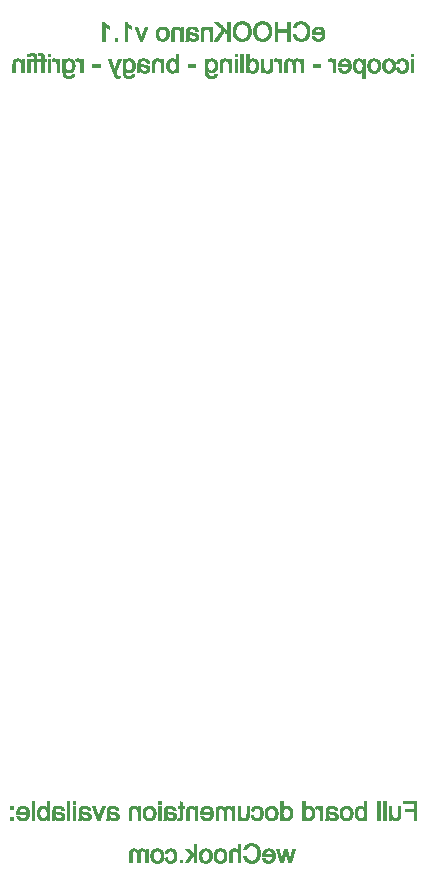
<source format=gbo>
G04 EasyPC Gerber Version 20.0.2 Build 4112 *
G04 #@! TF.Part,Single*
G04 #@! TF.FileFunction,Legend,Bot *
%FSLAX35Y35*%
%MOIN*%
%ADD12C,0.00100*%
X0Y0D02*
D02*
D12*
X217922Y23990D02*
X221348D01*
Y22035*
X218378*
Y21285*
X221348*
Y18425*
X222184*
Y24734*
X217922*
Y23990*
X213211Y18425D02*
X213903D01*
Y19094*
X213926*
X213989Y19002*
X214058Y18915*
X214133Y18829*
X214208Y18754*
X214289Y18685*
X214370Y18621*
X214456Y18563*
X214543Y18511*
X214635Y18465*
X214727Y18425*
X214825Y18391*
X214929Y18367*
X215027Y18344*
X215137Y18327*
X215246Y18321*
X215356Y18315*
X215477Y18321*
X215593Y18333*
X215708Y18350*
X215817Y18373*
X215927Y18402*
X216037Y18442*
X216140Y18489*
X216244Y18540*
X216336Y18598*
X216429Y18661*
X216509Y18731*
X216579Y18800*
X216642Y18881*
X216700Y18967*
X216746Y19054*
X216786Y19152*
X216815Y19250*
X216844Y19359*
X216867Y19474*
X216884Y19596*
X216902Y19728*
X216913Y19867*
X216919Y20011*
Y20161*
Y22993*
X216146*
Y20461*
Y20317*
X216140Y20178*
X216135Y20051*
X216129Y19942*
X216123Y19838*
X216111Y19746*
X216100Y19665*
X216088Y19590*
X216071Y19526*
X216048Y19463*
X216019Y19406*
X215985Y19354*
X215939Y19302*
X215892Y19250*
X215841Y19204*
X215783Y19157*
X215656Y19082*
X215512Y19031*
X215362Y19002*
X215200Y18990*
X215091Y18996*
X214981Y19007*
X214877Y19031*
X214774Y19065*
X214670Y19106*
X214566Y19157*
X214468Y19221*
X214370Y19290*
X214278Y19376*
X214202Y19486*
X214133Y19613*
X214081Y19757*
X214035Y19924*
X214006Y20115*
X213989Y20322*
X213983Y20553*
Y22993*
X213211*
Y18425*
X211233D02*
X212011D01*
Y24734*
X211233*
Y18425*
X209272D02*
X210050D01*
Y24734*
X209272*
Y18425*
X204843Y22479D02*
X204727Y22624D01*
X204600Y22750*
X204468Y22854*
X204318Y22941*
X204156Y23010*
X203983Y23056*
X203804Y23085*
X203608Y23096*
X203395Y23085*
X203187Y23056*
X202997Y23004*
X202813Y22935*
X202645Y22843*
X202484Y22733*
X202334Y22606*
X202195Y22456*
X202074Y22289*
X201965Y22110*
X201872Y21920*
X201798Y21712*
X201740Y21499*
X201700Y21274*
X201676Y21032*
X201665Y20778*
X201676Y20490*
X201705Y20219*
X201751Y19965*
X201815Y19728*
X201896Y19509*
X201999Y19302*
X202120Y19117*
X202259Y18950*
X202409Y18806*
X202565Y18673*
X202732Y18563*
X202899Y18477*
X203078Y18408*
X203257Y18356*
X203447Y18327*
X203643Y18315*
X203839Y18327*
X204024Y18361*
X204196Y18413*
X204358Y18489*
X204508Y18581*
X204652Y18702*
X204779Y18840*
X204894Y18996*
X204912*
Y18425*
X205639*
Y24734*
X204860*
Y22479*
X204843*
X203701Y18956D02*
X203574Y18961D01*
X203447Y18984*
X203326Y19019*
X203211Y19071*
X203101Y19134*
X203003Y19215*
X202905Y19307*
X202813Y19417*
X202732Y19538*
X202663Y19671*
X202599Y19815*
X202553Y19970*
X202513Y20144*
X202484Y20322*
X202467Y20513*
X202461Y20715*
X202467Y20911*
X202484Y21095*
X202507Y21274*
X202541Y21435*
X202587Y21591*
X202645Y21735*
X202709Y21868*
X202784Y21989*
X202870Y22104*
X202963Y22197*
X203061Y22278*
X203170Y22346*
X203285Y22398*
X203407Y22433*
X203539Y22456*
X203678Y22462*
X203816Y22456*
X203943Y22433*
X204070Y22393*
X204185Y22341*
X204294Y22272*
X204393Y22191*
X204491Y22093*
X204577Y21978*
X204658Y21851*
X204727Y21718*
X204791Y21574*
X204837Y21424*
X204871Y21268*
X204900Y21101*
X204917Y20928*
X204923Y20743*
X204917Y20570*
X204912Y20409*
X204900Y20259*
X204889Y20120*
X204866Y19999*
X204843Y19890*
X204814Y19792*
X204779Y19711*
X204698Y19561*
X204600Y19423*
X204485Y19296*
X204352Y19180*
X204277Y19123*
X204202Y19082*
X204128Y19042*
X204047Y19007*
X203966Y18984*
X203880Y18967*
X203793Y18956*
X203701*
X198874Y23096D02*
X198649Y23085D01*
X198430Y23056*
X198222Y23010*
X198026Y22946*
X197841Y22860*
X197663Y22756*
X197495Y22635*
X197339Y22491*
X197195Y22335*
X197074Y22162*
X196970Y21972*
X196884Y21764*
X196815Y21539*
X196769Y21303*
X196740Y21049*
X196728Y20778*
X196734Y20617*
X196740Y20455*
X196751Y20299*
X196774Y20155*
X196797Y20017*
X196820Y19878*
X196855Y19752*
X196895Y19630*
X196942Y19515*
X196988Y19406*
X197040Y19302*
X197103Y19204*
X197167Y19111*
X197236Y19025*
X197311Y18950*
X197391Y18875*
X197559Y18742*
X197732Y18633*
X197905Y18535*
X198089Y18454*
X198280Y18396*
X198470Y18350*
X198672Y18327*
X198874Y18315*
X199087Y18327*
X199294Y18350*
X199491Y18396*
X199681Y18459*
X199865Y18540*
X200044Y18638*
X200211Y18754*
X200379Y18892*
X200529Y19042*
X200656Y19215*
X200765Y19411*
X200857Y19630*
X200927Y19867*
X200973Y20126*
X201002Y20409*
X201013Y20709*
X201007Y20997*
X200979Y21268*
X200927Y21522*
X200863Y21758*
X200777Y21972*
X200667Y22168*
X200540Y22346*
X200396Y22502*
X200241Y22641*
X200073Y22762*
X199894Y22866*
X199710Y22946*
X199514Y23010*
X199312Y23062*
X199098Y23085*
X198874Y23096*
Y18956D02*
X198712Y18961D01*
X198562Y18984*
X198424Y19025*
X198291Y19077*
X198170Y19146*
X198060Y19232*
X197957Y19330*
X197864Y19446*
X197783Y19572*
X197715Y19711*
X197657Y19855*
X197611Y20011*
X197570Y20178*
X197547Y20357*
X197530Y20541*
X197524Y20737*
X197530Y20945*
X197547Y21141*
X197576Y21320*
X197622Y21487*
X197674Y21643*
X197743Y21781*
X197824Y21914*
X197911Y22030*
X198014Y22128*
X198118Y22220*
X198228Y22295*
X198349Y22352*
X198470Y22404*
X198597Y22433*
X198735Y22456*
X198874Y22462*
X199018Y22456*
X199156Y22433*
X199289Y22398*
X199410Y22352*
X199531Y22289*
X199641Y22214*
X199744Y22128*
X199843Y22024*
X199935Y21902*
X200010Y21776*
X200073Y21631*
X200125Y21470*
X200171Y21303*
X200200Y21118*
X200217Y20917*
X200223Y20709*
X200217Y20495*
X200200Y20299*
X200165Y20115*
X200125Y19942*
X200073Y19786*
X200004Y19642*
X199929Y19515*
X199837Y19394*
X199739Y19290*
X199635Y19204*
X199520Y19129*
X199404Y19065*
X199283Y19013*
X199150Y18984*
X199018Y18961*
X198874Y18956*
X191872Y18425D02*
X192685D01*
X192737Y18540*
X192783Y18673*
X192818Y18823*
X192847Y18990*
X193043Y18829*
X193239Y18696*
X193447Y18581*
X193654Y18483*
X193868Y18413*
X194081Y18361*
X194306Y18327*
X194525Y18315*
X194704Y18321*
X194871Y18339*
X195027Y18367*
X195177Y18408*
X195315Y18459*
X195442Y18523*
X195557Y18592*
X195667Y18679*
X195765Y18771*
X195852Y18875*
X195921Y18984*
X195984Y19100*
X196030Y19221*
X196059Y19354*
X196082Y19492*
X196088Y19636*
X196082Y19774*
X196059Y19907*
X196030Y20034*
X195984Y20155*
X195927Y20265*
X195857Y20374*
X195777Y20478*
X195684Y20570*
X195575Y20657*
X195448Y20737*
X195298Y20813*
X195131Y20876*
X194952Y20934*
X194744Y20985*
X194525Y21026*
X194289Y21061*
X193562Y21170*
X193372Y21199*
X193193Y21239*
X193037Y21280*
X192899Y21326*
Y21412*
Y21487*
Y21557*
Y21626*
X192905Y21683*
X192910Y21735*
Y21781*
X192916Y21822*
X192933Y21891*
X192962Y21966*
X192997Y22041*
X193043Y22116*
X193106Y22191*
X193181Y22260*
X193274Y22318*
X193383Y22370*
X193510Y22410*
X193654Y22439*
X193822Y22456*
X194006Y22462*
X194127*
X194243Y22450*
X194352Y22439*
X194456Y22416*
X194548Y22393*
X194641Y22358*
X194721Y22324*
X194796Y22278*
X194865Y22226*
X194929Y22168*
X194987Y22093*
X195044Y22012*
X195091Y21920*
X195131Y21822*
X195165Y21712*
X195194Y21591*
X195956Y21689*
X195915Y21856*
X195869Y22018*
X195806Y22168*
X195731Y22300*
X195644Y22427*
X195546Y22543*
X195436Y22646*
X195309Y22744*
X195177Y22825*
X195027Y22894*
X194871Y22958*
X194698Y23010*
X194514Y23044*
X194318Y23073*
X194110Y23091*
X193891Y23096*
X193695Y23091*
X193504Y23079*
X193337Y23062*
X193176Y23033*
X193031Y22998*
X192905Y22958*
X192783Y22912*
X192685Y22854*
X192593Y22791*
X192507Y22727*
X192437Y22658*
X192374Y22583*
X192317Y22508*
X192270Y22433*
X192236Y22346*
X192207Y22266*
X192189Y22174*
X192172Y22081*
X192155Y21978*
X192143Y21868*
X192132Y21758*
X192126Y21637*
X192120Y21510*
Y21378*
Y20334*
Y20109*
Y19901*
X192115Y19711*
Y19544*
X192109Y19394*
X192103Y19261*
X192091Y19152*
X192086Y19059*
X192057Y18898*
X192011Y18736*
X191953Y18581*
X191872Y18425*
X192899Y20438D02*
Y20715D01*
X193055Y20669*
X193216Y20617*
X193389Y20576*
X193574Y20536*
X193758Y20495*
X193960Y20461*
X194168Y20426*
X194381Y20392*
X194491Y20380*
X194589Y20357*
X194681Y20334*
X194767Y20305*
X194843Y20270*
X194917Y20236*
X194981Y20196*
X195039Y20149*
X195091Y20103*
X195137Y20051*
X195177Y19994*
X195206Y19930*
X195229Y19867*
X195246Y19798*
X195257Y19728*
Y19654*
Y19572*
X195246Y19504*
X195229Y19428*
X195200Y19365*
X195165Y19302*
X195125Y19244*
X195079Y19186*
X195021Y19134*
X194963Y19082*
X194894Y19042*
X194819Y19007*
X194733Y18979*
X194646Y18956*
X194554Y18938*
X194450Y18933*
X194341Y18927*
X194202Y18933*
X194064Y18950*
X193931Y18979*
X193804Y19013*
X193678Y19059*
X193562Y19123*
X193447Y19192*
X193331Y19273*
X193233Y19365*
X193141Y19469*
X193066Y19596*
X193003Y19734*
X192957Y19884*
X192922Y20051*
X192905Y20236*
X192899Y20438*
X188470Y22848D02*
X188735Y22133D01*
X188879Y22208*
X189018Y22260*
X189162Y22295*
X189300Y22306*
X189404Y22300*
X189502Y22278*
X189594Y22248*
X189681Y22208*
X189761Y22150*
X189831Y22087*
X189900Y22006*
X189957Y21914*
X190009Y21810*
X190056Y21701*
X190096Y21580*
X190125Y21447*
X190148Y21303*
X190165Y21153*
X190177Y20991*
X190183Y20824*
Y18425*
X190956*
Y22993*
X190252*
Y22306*
X190235*
X190188Y22398*
X190137Y22491*
X190085Y22572*
X190033Y22652*
X189981Y22722*
X189923Y22785*
X189865Y22843*
X189808Y22900*
X189744Y22946*
X189681Y22987*
X189617Y23021*
X189548Y23044*
X189479Y23067*
X189410Y23085*
X189341Y23091*
X189266Y23096*
X189168Y23091*
X189064Y23079*
X188966Y23062*
X188868Y23033*
X188770Y22998*
X188666Y22958*
X188568Y22906*
X188470Y22848*
X184300Y18425D02*
X185027D01*
Y19007*
X185044*
X185154Y18846*
X185275Y18702*
X185413Y18587*
X185563Y18489*
X185730Y18413*
X185909Y18361*
X186100Y18327*
X186301Y18315*
X186509Y18327*
X186705Y18356*
X186895Y18408*
X187074Y18483*
X187241Y18575*
X187409Y18690*
X187559Y18829*
X187703Y18984*
X187835Y19152*
X187951Y19342*
X188049Y19538*
X188124Y19746*
X188187Y19965*
X188233Y20201*
X188256Y20449*
X188268Y20709*
X188256Y20974*
X188233Y21233*
X188193Y21470*
X188135Y21695*
X188060Y21908*
X187968Y22104*
X187858Y22289*
X187737Y22456*
X187599Y22606*
X187449Y22733*
X187293Y22843*
X187120Y22935*
X186941Y23004*
X186751Y23056*
X186549Y23085*
X186336Y23096*
X186140Y23085*
X185955Y23056*
X185776Y23010*
X185615Y22941*
X185465Y22854*
X185332Y22744*
X185206Y22618*
X185096Y22474*
X185079*
Y24734*
X184300*
Y18425*
X186220Y18956D02*
X186094Y18961D01*
X185978Y18979*
X185863Y19013*
X185754Y19059*
X185644Y19117*
X185546Y19186*
X185454Y19273*
X185361Y19371*
X185275Y19480*
X185206Y19607*
X185142Y19746*
X185096Y19896*
X185056Y20063*
X185027Y20242*
X185015Y20432*
X185009Y20639*
Y20841*
X185027Y21032*
X185050Y21216*
X185090Y21389*
X185131Y21551*
X185188Y21701*
X185252Y21839*
X185332Y21966*
X185413Y22081*
X185511Y22185*
X185609Y22272*
X185724Y22341*
X185846Y22393*
X185972Y22433*
X186111Y22456*
X186255Y22462*
X186399Y22456*
X186538Y22433*
X186665Y22393*
X186786Y22341*
X186895Y22272*
X186993Y22191*
X187085Y22093*
X187167Y21978*
X187235Y21851*
X187299Y21718*
X187351Y21574*
X187397Y21418*
X187431Y21257*
X187455Y21083*
X187472Y20899*
Y20709*
X187466Y20432*
X187431Y20184*
X187380Y19953*
X187311Y19746*
X187265Y19648*
X187218Y19561*
X187167Y19474*
X187109Y19400*
X187051Y19330*
X186987Y19261*
X186919Y19204*
X186843Y19152*
X186769Y19106*
X186693Y19065*
X186619Y19031*
X186544Y19002*
X186463Y18984*
X186382Y18967*
X186301Y18956*
X186220*
X176947Y18425D02*
X177674D01*
Y19007*
X177691*
X177801Y18846*
X177922Y18702*
X178060Y18587*
X178210Y18489*
X178377Y18413*
X178556Y18361*
X178746Y18327*
X178948Y18315*
X179156Y18327*
X179352Y18356*
X179542Y18408*
X179721Y18483*
X179888Y18575*
X180056Y18690*
X180206Y18829*
X180350Y18984*
X180482Y19152*
X180598Y19342*
X180696Y19538*
X180770Y19746*
X180834Y19965*
X180880Y20201*
X180903Y20449*
X180915Y20709*
X180903Y20974*
X180880Y21233*
X180840Y21470*
X180782Y21695*
X180707Y21908*
X180615Y22104*
X180506Y22289*
X180384Y22456*
X180246Y22606*
X180096Y22733*
X179940Y22843*
X179767Y22935*
X179589Y23004*
X179398Y23056*
X179196Y23085*
X178983Y23096*
X178787Y23085*
X178602Y23056*
X178424Y23010*
X178262Y22941*
X178112Y22854*
X177980Y22744*
X177852Y22618*
X177743Y22474*
X177726*
Y24734*
X176947*
Y18425*
X178867Y18956D02*
X178741Y18961D01*
X178625Y18979*
X178510Y19013*
X178400Y19059*
X178291Y19117*
X178193Y19186*
X178100Y19273*
X178008Y19371*
X177922Y19480*
X177852Y19607*
X177789Y19746*
X177743Y19896*
X177702Y20063*
X177674Y20242*
X177662Y20432*
X177656Y20639*
Y20841*
X177674Y21032*
X177697Y21216*
X177737Y21389*
X177778Y21551*
X177835Y21701*
X177899Y21839*
X177980Y21966*
X178060Y22081*
X178158Y22185*
X178256Y22272*
X178372Y22341*
X178493Y22393*
X178620Y22433*
X178758Y22456*
X178902Y22462*
X179046Y22456*
X179185Y22433*
X179311Y22393*
X179433Y22341*
X179542Y22272*
X179640Y22191*
X179733Y22093*
X179813Y21978*
X179883Y21851*
X179946Y21718*
X179998Y21574*
X180044Y21418*
X180079Y21257*
X180102Y21083*
X180119Y20899*
Y20709*
X180113Y20432*
X180079Y20184*
X180027Y19953*
X179957Y19746*
X179911Y19648*
X179865Y19561*
X179813Y19474*
X179756Y19400*
X179698Y19330*
X179635Y19261*
X179565Y19204*
X179491Y19152*
X179415Y19106*
X179341Y19065*
X179265Y19031*
X179191Y19002*
X179110Y18984*
X179029Y18967*
X178948Y18956*
X178867*
X173879Y23096D02*
X173654Y23085D01*
X173435Y23056*
X173227Y23010*
X173031Y22946*
X172847Y22860*
X172668Y22756*
X172501Y22635*
X172345Y22491*
X172201Y22335*
X172080Y22162*
X171976Y21972*
X171889Y21764*
X171820Y21539*
X171774Y21303*
X171745Y21049*
X171733Y20778*
X171739Y20617*
X171745Y20455*
X171757Y20299*
X171780Y20155*
X171803Y20017*
X171826Y19878*
X171861Y19752*
X171901Y19630*
X171947Y19515*
X171993Y19406*
X172045Y19302*
X172109Y19204*
X172172Y19111*
X172241Y19025*
X172316Y18950*
X172397Y18875*
X172564Y18742*
X172737Y18633*
X172910Y18535*
X173094Y18454*
X173285Y18396*
X173475Y18350*
X173677Y18327*
X173879Y18315*
X174093Y18327*
X174300Y18350*
X174496Y18396*
X174686Y18459*
X174871Y18540*
X175050Y18638*
X175217Y18754*
X175384Y18892*
X175534Y19042*
X175661Y19215*
X175770Y19411*
X175863Y19630*
X175932Y19867*
X175978Y20126*
X176007Y20409*
X176019Y20709*
X176013Y20997*
X175984Y21268*
X175932Y21522*
X175869Y21758*
X175782Y21972*
X175672Y22168*
X175546Y22346*
X175402Y22502*
X175246Y22641*
X175078Y22762*
X174900Y22866*
X174715Y22946*
X174519Y23010*
X174317Y23062*
X174104Y23085*
X173879Y23096*
Y18956D02*
X173717Y18961D01*
X173568Y18984*
X173429Y19025*
X173296Y19077*
X173175Y19146*
X173066Y19232*
X172962Y19330*
X172870Y19446*
X172789Y19572*
X172720Y19711*
X172662Y19855*
X172616Y20011*
X172576Y20178*
X172552Y20357*
X172535Y20541*
X172530Y20737*
X172535Y20945*
X172552Y21141*
X172581Y21320*
X172628Y21487*
X172680Y21643*
X172748Y21781*
X172830Y21914*
X172916Y22030*
X173020Y22128*
X173124Y22220*
X173233Y22295*
X173354Y22352*
X173475Y22404*
X173602Y22433*
X173741Y22456*
X173879Y22462*
X174023Y22456*
X174161Y22433*
X174294Y22398*
X174415Y22352*
X174536Y22289*
X174646Y22214*
X174750Y22128*
X174848Y22024*
X174940Y21902*
X175015Y21776*
X175078Y21631*
X175130Y21470*
X175176Y21303*
X175206Y21118*
X175223Y20917*
X175228Y20709*
X175223Y20495*
X175206Y20299*
X175171Y20115*
X175130Y19942*
X175078Y19786*
X175009Y19642*
X174934Y19515*
X174842Y19394*
X174744Y19290*
X174640Y19204*
X174525Y19129*
X174409Y19065*
X174289Y19013*
X174156Y18984*
X174023Y18961*
X173879Y18956*
X167097Y20005D02*
X167137Y19792D01*
X167195Y19596*
X167264Y19417*
X167345Y19250*
X167437Y19094*
X167541Y18956*
X167656Y18834*
X167783Y18725*
X167922Y18627*
X168066Y18546*
X168210Y18477*
X168360Y18419*
X168516Y18373*
X168671Y18344*
X168839Y18321*
X169006Y18315*
X169248Y18327*
X169473Y18356*
X169686Y18408*
X169888Y18483*
X170073Y18569*
X170240Y18685*
X170396Y18817*
X170540Y18967*
X170667Y19140*
X170776Y19319*
X170874Y19521*
X170949Y19728*
X171007Y19948*
X171047Y20184*
X171076Y20438*
X171082Y20697*
X171076Y20917*
X171065Y21124*
X171042Y21314*
X171007Y21499*
X170961Y21672*
X170909Y21833*
X170845Y21983*
X170770Y22128*
X170690Y22254*
X170603Y22376*
X170517Y22485*
X170419Y22583*
X170320Y22670*
X170217Y22750*
X170107Y22820*
X169992Y22877*
X169871Y22929*
X169750Y22975*
X169629Y23010*
X169507Y23039*
X169386Y23067*
X169259Y23085*
X169133Y23091*
X169006Y23096*
X168833Y23091*
X168665Y23073*
X168504Y23044*
X168348Y23004*
X168198Y22952*
X168060Y22889*
X167927Y22814*
X167794Y22727*
X167680Y22635*
X167570Y22525*
X167472Y22404*
X167391Y22278*
X167322Y22139*
X167258Y21989*
X167212Y21828*
X167178Y21655*
X167927Y21539*
X167956Y21649*
X167996Y21753*
X168037Y21851*
X168077Y21943*
X168129Y22024*
X168181Y22099*
X168239Y22168*
X168302Y22231*
X168371Y22283*
X168441Y22329*
X168521Y22370*
X168602Y22404*
X168689Y22433*
X168775Y22450*
X168873Y22462*
X168971*
X169127Y22456*
X169277Y22433*
X169415Y22398*
X169542Y22346*
X169657Y22283*
X169767Y22202*
X169865Y22110*
X169957Y22000*
X170032Y21880*
X170102Y21747*
X170159Y21603*
X170206Y21453*
X170246Y21285*
X170269Y21107*
X170286Y20917*
X170292Y20715*
X170286Y20513*
X170269Y20317*
X170246Y20138*
X170211Y19965*
X170165Y19809*
X170107Y19665*
X170038Y19532*
X169963Y19411*
X169877Y19307*
X169779Y19209*
X169675Y19134*
X169559Y19071*
X169438Y19019*
X169306Y18984*
X169161Y18961*
X169011Y18956*
X168891Y18961*
X168775Y18973*
X168665Y18996*
X168567Y19025*
X168469Y19065*
X168383Y19117*
X168302Y19175*
X168227Y19238*
X168158Y19319*
X168094Y19400*
X168043Y19498*
X167991Y19596*
X167950Y19711*
X167916Y19832*
X167887Y19959*
X167870Y20097*
X167097Y20005*
X162731Y18425D02*
X163423D01*
Y19094*
X163446*
X163510Y19002*
X163579Y18915*
X163654Y18829*
X163729Y18754*
X163809Y18685*
X163890Y18621*
X163977Y18563*
X164063Y18511*
X164156Y18465*
X164248Y18425*
X164346Y18391*
X164450Y18367*
X164548Y18344*
X164657Y18327*
X164767Y18321*
X164876Y18315*
X164998Y18321*
X165113Y18333*
X165228Y18350*
X165338Y18373*
X165448Y18402*
X165557Y18442*
X165661Y18489*
X165765Y18540*
X165857Y18598*
X165949Y18661*
X166030Y18731*
X166099Y18800*
X166163Y18881*
X166220Y18967*
X166267Y19054*
X166307Y19152*
X166335Y19250*
X166365Y19359*
X166387Y19474*
X166405Y19596*
X166422Y19728*
X166433Y19867*
X166439Y20011*
Y20161*
Y22993*
X165667*
Y20461*
Y20317*
X165661Y20178*
X165655Y20051*
X165649Y19942*
X165644Y19838*
X165632Y19746*
X165620Y19665*
X165609Y19590*
X165592Y19526*
X165569Y19463*
X165540Y19406*
X165505Y19354*
X165459Y19302*
X165413Y19250*
X165361Y19204*
X165303Y19157*
X165176Y19082*
X165032Y19031*
X164882Y19002*
X164721Y18990*
X164611Y18996*
X164502Y19007*
X164398Y19031*
X164294Y19065*
X164190Y19106*
X164087Y19157*
X163989Y19221*
X163890Y19290*
X163798Y19376*
X163723Y19486*
X163654Y19613*
X163602Y19757*
X163556Y19924*
X163527Y20115*
X163510Y20322*
X163504Y20553*
Y22993*
X162731*
Y18425*
X155338D02*
X156116D01*
Y21309*
Y21464*
X156122Y21603*
X156139Y21735*
X156157Y21856*
X156185Y21966*
X156231Y22064*
X156295Y22162*
X156376Y22254*
X156428Y22295*
X156480Y22329*
X156543Y22358*
X156607Y22387*
X156681Y22404*
X156756Y22416*
X156843Y22427*
X156935*
X157050Y22422*
X157154Y22410*
X157258Y22381*
X157362Y22346*
X157460Y22306*
X157552Y22248*
X157639Y22185*
X157725Y22110*
X157800Y22024*
X157870Y21926*
X157927Y21816*
X157973Y21695*
X158008Y21557*
X158037Y21407*
X158048Y21251*
X158054Y21078*
Y18425*
X158833*
Y21395*
Y21539*
X158844Y21672*
X158861Y21787*
X158885Y21897*
X158913Y21989*
X158948Y22076*
X158988Y22150*
X159040Y22208*
X159092Y22260*
X159156Y22306*
X159219Y22341*
X159294Y22376*
X159369Y22398*
X159450Y22416*
X159536Y22427*
X159628*
X159756Y22422*
X159871Y22410*
X159980Y22381*
X160084Y22341*
X160188Y22295*
X160280Y22237*
X160367Y22168*
X160453Y22087*
X160528Y21989*
X160592Y21874*
X160649Y21741*
X160690Y21591*
X160724Y21418*
X160753Y21233*
X160765Y21026*
X160770Y20795*
Y18425*
X161549*
Y22993*
X160851*
Y22358*
X160834*
X160770Y22444*
X160707Y22531*
X160643Y22606*
X160574Y22681*
X160499Y22744*
X160424Y22808*
X160344Y22860*
X160257Y22912*
X160170Y22952*
X160084Y22993*
X159986Y23021*
X159888Y23050*
X159790Y23067*
X159686Y23085*
X159576Y23091*
X159467Y23096*
X159346Y23091*
X159225Y23085*
X159115Y23067*
X159006Y23044*
X158907Y23016*
X158809Y22981*
X158723Y22941*
X158637Y22894*
X158561Y22843*
X158487Y22785*
X158417Y22716*
X158360Y22646*
X158302Y22566*
X158250Y22485*
X158204Y22393*
X158169Y22295*
X158100Y22393*
X158037Y22485*
X157962Y22566*
X157887Y22646*
X157812Y22716*
X157731Y22785*
X157650Y22843*
X157564Y22894*
X157472Y22941*
X157379Y22981*
X157281Y23016*
X157183Y23044*
X157085Y23067*
X156976Y23085*
X156872Y23091*
X156756Y23096*
X156589Y23091*
X156428Y23073*
X156278Y23044*
X156139Y22998*
X156013Y22946*
X155891Y22883*
X155787Y22802*
X155695Y22710*
X155609Y22612*
X155540Y22496*
X155476Y22370*
X155430Y22231*
X155390Y22081*
X155361Y21920*
X155343Y21747*
X155338Y21562*
Y18425*
X150217Y20513D02*
X153642D01*
X153625Y20328*
X153596Y20155*
X153556Y19994*
X153509Y19844*
X153452Y19705*
X153383Y19578*
X153302Y19457*
X153210Y19354*
X153112Y19261*
X153002Y19180*
X152893Y19111*
X152777Y19054*
X152650Y19007*
X152523Y18979*
X152385Y18961*
X152246Y18956*
X152137*
X152033Y18967*
X151935Y18984*
X151837Y19013*
X151745Y19048*
X151658Y19088*
X151578Y19134*
X151503Y19186*
X151428Y19250*
X151358Y19319*
X151295Y19400*
X151237Y19480*
X151180Y19572*
X151128Y19676*
X151081Y19780*
X151041Y19896*
X150245Y19798*
X150297Y19624*
X150361Y19463*
X150436Y19307*
X150517Y19163*
X150615Y19036*
X150718Y18909*
X150828Y18800*
X150955Y18702*
X151087Y18609*
X151231Y18535*
X151376Y18465*
X151537Y18413*
X151704Y18373*
X151878Y18339*
X152056Y18321*
X152246Y18315*
X152494Y18327*
X152731Y18356*
X152956Y18408*
X153163Y18477*
X153359Y18563*
X153539Y18673*
X153706Y18800*
X153856Y18950*
X153988Y19111*
X154109Y19290*
X154207Y19486*
X154288Y19694*
X154352Y19919*
X154398Y20155*
X154426Y20403*
X154432Y20674*
X154426Y20934*
X154398Y21187*
X154357Y21424*
X154294Y21649*
X154213Y21862*
X154115Y22064*
X154006Y22248*
X153873Y22422*
X153723Y22583*
X153561Y22716*
X153389Y22831*
X153198Y22929*
X152991Y23004*
X152771Y23056*
X152535Y23085*
X152287Y23096*
X152166Y23091*
X152045Y23085*
X151918Y23067*
X151797Y23039*
X151681Y23010*
X151560Y22969*
X151445Y22929*
X151330Y22877*
X151214Y22814*
X151105Y22744*
X151001Y22670*
X150897Y22577*
X150805Y22479*
X150713Y22376*
X150626Y22254*
X150539Y22128*
X150465Y21989*
X150401Y21833*
X150343Y21655*
X150297Y21464*
X150263Y21251*
X150240Y21020*
X150222Y20778*
X150217Y20513*
X151013Y21153D02*
X151030Y21320D01*
X151059Y21476*
X151099Y21620*
X151145Y21753*
X151209Y21868*
X151278Y21978*
X151358Y22070*
X151451Y22156*
X151543Y22226*
X151647Y22289*
X151745Y22341*
X151849Y22387*
X151958Y22422*
X152068Y22444*
X152178Y22456*
X152287Y22462*
X152425Y22456*
X152552Y22439*
X152673Y22410*
X152789Y22370*
X152898Y22318*
X153002Y22254*
X153100Y22185*
X153187Y22099*
X153273Y22000*
X153348Y21902*
X153411Y21793*
X153469Y21678*
X153515Y21557*
X153550Y21430*
X153579Y21291*
X153596Y21153*
X151013*
X145551Y18425D02*
X146335D01*
Y21199*
Y21372*
X146347Y21528*
X146370Y21666*
X146393Y21793*
X146433Y21908*
X146474Y22006*
X146526Y22093*
X146583Y22168*
X146652Y22226*
X146722Y22283*
X146802Y22324*
X146883Y22364*
X146976Y22393*
X147074Y22410*
X147177Y22427*
X147287*
X147454Y22416*
X147621Y22387*
X147783Y22335*
X147939Y22260*
X148077Y22168*
X148198Y22058*
X148296Y21931*
X148371Y21787*
X148406Y21706*
X148429Y21620*
X148452Y21522*
X148469Y21418*
X148487Y21309*
X148492Y21187*
X148498Y21061*
X148504Y20922*
Y18425*
X149276*
Y22993*
X148579*
Y22346*
X148561*
X148498Y22439*
X148435Y22525*
X148365Y22600*
X148290Y22675*
X148209Y22744*
X148129Y22802*
X148048Y22860*
X147956Y22906*
X147863Y22952*
X147771Y22993*
X147673Y23021*
X147569Y23050*
X147466Y23067*
X147356Y23085*
X147241Y23091*
X147125Y23096*
X146946Y23091*
X146768Y23062*
X146589Y23021*
X146410Y22969*
X146243Y22894*
X146093Y22808*
X145966Y22698*
X145857Y22577*
X145764Y22450*
X145695Y22312*
X145637Y22174*
X145603Y22030*
X145591Y21954*
X145580Y21868*
X145574Y21781*
X145568Y21683*
X145563Y21580*
X145557Y21470*
Y21361*
X145551Y21233*
Y18425*
X142604Y18431D02*
X142765Y18402D01*
X142921Y18379*
X143059Y18367*
X143181Y18361*
X143307Y18367*
X143417Y18373*
X143527Y18391*
X143625Y18408*
X143711Y18437*
X143792Y18465*
X143861Y18500*
X143925Y18540*
X144028Y18638*
X144109Y18748*
X144172Y18863*
X144207Y18996*
X144219Y19071*
X144230Y19146*
X144242Y19232*
X144248Y19325*
X144254Y19428*
Y19532*
X144259Y19642*
Y19763*
Y22393*
X144824*
Y22993*
X144259*
Y24129*
X143486Y24602*
Y22993*
X142708*
Y22393*
X143486*
Y19722*
X143481Y19636*
Y19561*
X143475Y19492*
X143469Y19428*
X143457Y19371*
X143446Y19319*
X143429Y19273*
X143411Y19232*
X143394Y19198*
X143365Y19169*
X143331Y19146*
X143290Y19123*
X143238Y19106*
X143187Y19094*
X143123Y19088*
X143054*
X142887Y19094*
X142708Y19123*
X142604Y18431*
X137973Y18425D02*
X138786D01*
X138838Y18540*
X138884Y18673*
X138919Y18823*
X138948Y18990*
X139144Y18829*
X139340Y18696*
X139547Y18581*
X139755Y18483*
X139969Y18413*
X140182Y18361*
X140407Y18327*
X140626Y18315*
X140805Y18321*
X140972Y18339*
X141128Y18367*
X141278Y18408*
X141416Y18459*
X141543Y18523*
X141658Y18592*
X141768Y18679*
X141866Y18771*
X141952Y18875*
X142022Y18984*
X142085Y19100*
X142131Y19221*
X142160Y19354*
X142183Y19492*
X142189Y19636*
X142183Y19774*
X142160Y19907*
X142131Y20034*
X142085Y20155*
X142027Y20265*
X141958Y20374*
X141877Y20478*
X141785Y20570*
X141676Y20657*
X141548Y20737*
X141399Y20813*
X141231Y20876*
X141053Y20934*
X140845Y20985*
X140626Y21026*
X140389Y21061*
X139663Y21170*
X139472Y21199*
X139294Y21239*
X139138Y21280*
X139000Y21326*
Y21412*
Y21487*
Y21557*
Y21626*
X139005Y21683*
X139011Y21735*
Y21781*
X139017Y21822*
X139034Y21891*
X139063Y21966*
X139098Y22041*
X139144Y22116*
X139207Y22191*
X139282Y22260*
X139374Y22318*
X139484Y22370*
X139611Y22410*
X139755Y22439*
X139922Y22456*
X140107Y22462*
X140228*
X140343Y22450*
X140453Y22439*
X140557Y22416*
X140649Y22393*
X140741Y22358*
X140822Y22324*
X140897Y22278*
X140966Y22226*
X141030Y22168*
X141087Y22093*
X141145Y22012*
X141191Y21920*
X141231Y21822*
X141266Y21712*
X141295Y21591*
X142056Y21689*
X142016Y21856*
X141970Y22018*
X141906Y22168*
X141831Y22300*
X141744Y22427*
X141646Y22543*
X141537Y22646*
X141410Y22744*
X141278Y22825*
X141128Y22894*
X140972Y22958*
X140799Y23010*
X140614Y23044*
X140418Y23073*
X140211Y23091*
X139991Y23096*
X139795Y23091*
X139605Y23079*
X139438Y23062*
X139276Y23033*
X139132Y22998*
X139005Y22958*
X138884Y22912*
X138786Y22854*
X138694Y22791*
X138607Y22727*
X138538Y22658*
X138475Y22583*
X138417Y22508*
X138371Y22433*
X138336Y22346*
X138307Y22266*
X138290Y22174*
X138273Y22081*
X138256Y21978*
X138244Y21868*
X138233Y21758*
X138227Y21637*
X138221Y21510*
Y21378*
Y20334*
Y20109*
Y19901*
X138215Y19711*
Y19544*
X138209Y19394*
X138204Y19261*
X138192Y19152*
X138186Y19059*
X138157Y18898*
X138111Y18736*
X138054Y18581*
X137973Y18425*
X139000Y20438D02*
Y20715D01*
X139155Y20669*
X139317Y20617*
X139490Y20576*
X139674Y20536*
X139859Y20495*
X140061Y20461*
X140268Y20426*
X140481Y20392*
X140591Y20380*
X140689Y20357*
X140781Y20334*
X140868Y20305*
X140943Y20270*
X141018Y20236*
X141081Y20196*
X141139Y20149*
X141191Y20103*
X141237Y20051*
X141278Y19994*
X141306Y19930*
X141330Y19867*
X141347Y19798*
X141358Y19728*
Y19654*
Y19572*
X141347Y19504*
X141330Y19428*
X141301Y19365*
X141266Y19302*
X141226Y19244*
X141180Y19186*
X141122Y19134*
X141064Y19082*
X140995Y19042*
X140920Y19007*
X140833Y18979*
X140747Y18956*
X140655Y18938*
X140551Y18933*
X140441Y18927*
X140303Y18933*
X140165Y18950*
X140032Y18979*
X139905Y19013*
X139778Y19059*
X139663Y19123*
X139547Y19192*
X139432Y19273*
X139334Y19365*
X139242Y19469*
X139167Y19596*
X139103Y19734*
X139057Y19884*
X139022Y20051*
X139005Y20236*
X139000Y20438*
X136254Y18425D02*
X137033D01*
Y22993*
X136254*
Y18425*
Y23857D02*
X137033D01*
Y24734*
X136254*
Y23857*
X133209Y23096D02*
X132985Y23085D01*
X132765Y23056*
X132558Y23010*
X132361Y22946*
X132177Y22860*
X131998Y22756*
X131831Y22635*
X131675Y22491*
X131531Y22335*
X131410Y22162*
X131306Y21972*
X131220Y21764*
X131150Y21539*
X131104Y21303*
X131076Y21049*
X131064Y20778*
X131070Y20617*
X131076Y20455*
X131087Y20299*
X131110Y20155*
X131133Y20017*
X131156Y19878*
X131191Y19752*
X131231Y19630*
X131278Y19515*
X131324Y19406*
X131376Y19302*
X131439Y19204*
X131502Y19111*
X131572Y19025*
X131646Y18950*
X131727Y18875*
X131894Y18742*
X132067Y18633*
X132241Y18535*
X132425Y18454*
X132615Y18396*
X132806Y18350*
X133007Y18327*
X133209Y18315*
X133423Y18327*
X133630Y18350*
X133826Y18396*
X134017Y18459*
X134201Y18540*
X134380Y18638*
X134547Y18754*
X134715Y18892*
X134865Y19042*
X134991Y19215*
X135101Y19411*
X135193Y19630*
X135263Y19867*
X135309Y20126*
X135337Y20409*
X135349Y20709*
X135343Y20997*
X135314Y21268*
X135263Y21522*
X135199Y21758*
X135113Y21972*
X135003Y22168*
X134876Y22346*
X134732Y22502*
X134576Y22641*
X134409Y22762*
X134230Y22866*
X134046Y22946*
X133850Y23010*
X133648Y23062*
X133434Y23085*
X133209Y23096*
Y18956D02*
X133048Y18961D01*
X132898Y18984*
X132759Y19025*
X132627Y19077*
X132506Y19146*
X132396Y19232*
X132293Y19330*
X132200Y19446*
X132119Y19572*
X132050Y19711*
X131993Y19855*
X131946Y20011*
X131906Y20178*
X131883Y20357*
X131866Y20541*
X131860Y20737*
X131866Y20945*
X131883Y21141*
X131912Y21320*
X131958Y21487*
X132010Y21643*
X132079Y21781*
X132160Y21914*
X132246Y22030*
X132350Y22128*
X132454Y22220*
X132563Y22295*
X132685Y22352*
X132806Y22404*
X132933Y22433*
X133071Y22456*
X133209Y22462*
X133354Y22456*
X133492Y22433*
X133624Y22398*
X133746Y22352*
X133867Y22289*
X133976Y22214*
X134080Y22128*
X134178Y22024*
X134270Y21902*
X134346Y21776*
X134409Y21631*
X134461Y21470*
X134507Y21303*
X134536Y21118*
X134553Y20917*
X134559Y20709*
X134553Y20495*
X134536Y20299*
X134501Y20115*
X134461Y19942*
X134409Y19786*
X134340Y19642*
X134265Y19515*
X134172Y19394*
X134074Y19290*
X133970Y19204*
X133855Y19129*
X133740Y19065*
X133619Y19013*
X133486Y18984*
X133354Y18961*
X133209Y18956*
X126433Y18425D02*
X127217D01*
Y21199*
Y21372*
X127229Y21528*
X127252Y21666*
X127275Y21793*
X127315Y21908*
X127356Y22006*
X127407Y22093*
X127465Y22168*
X127535Y22226*
X127604Y22283*
X127685Y22324*
X127765Y22364*
X127857Y22393*
X127956Y22410*
X128059Y22427*
X128169*
X128336Y22416*
X128504Y22387*
X128665Y22335*
X128820Y22260*
X128959Y22168*
X129080Y22058*
X129178Y21931*
X129253Y21787*
X129288Y21706*
X129311Y21620*
X129334Y21522*
X129351Y21418*
X129369Y21309*
X129374Y21187*
X129380Y21061*
X129386Y20922*
Y18425*
X130159*
Y22993*
X129461*
Y22346*
X129443*
X129380Y22439*
X129317Y22525*
X129247Y22600*
X129172Y22675*
X129092Y22744*
X129011Y22802*
X128930Y22860*
X128838Y22906*
X128746Y22952*
X128654Y22993*
X128556Y23021*
X128452Y23050*
X128348Y23067*
X128238Y23085*
X128123Y23091*
X128007Y23096*
X127829Y23091*
X127650Y23062*
X127471Y23021*
X127292Y22969*
X127125Y22894*
X126975Y22808*
X126848Y22698*
X126739Y22577*
X126646Y22450*
X126577Y22312*
X126520Y22174*
X126485Y22030*
X126473Y21954*
X126462Y21868*
X126456Y21781*
X126450Y21683*
X126444Y21580*
X126439Y21470*
Y21361*
X126433Y21233*
Y18425*
X118855D02*
X119668D01*
X119720Y18540*
X119766Y18673*
X119801Y18823*
X119830Y18990*
X120026Y18829*
X120222Y18696*
X120430Y18581*
X120637Y18483*
X120850Y18413*
X121064Y18361*
X121289Y18327*
X121508Y18315*
X121687Y18321*
X121854Y18339*
X122010Y18367*
X122159Y18408*
X122298Y18459*
X122425Y18523*
X122540Y18592*
X122650Y18679*
X122748Y18771*
X122834Y18875*
X122904Y18984*
X122967Y19100*
X123013Y19221*
X123042Y19354*
X123065Y19492*
X123071Y19636*
X123065Y19774*
X123042Y19907*
X123013Y20034*
X122967Y20155*
X122909Y20265*
X122840Y20374*
X122759Y20478*
X122667Y20570*
X122557Y20657*
X122431Y20737*
X122281Y20813*
X122113Y20876*
X121935Y20934*
X121727Y20985*
X121508Y21026*
X121272Y21061*
X120545Y21170*
X120354Y21199*
X120176Y21239*
X120020Y21280*
X119881Y21326*
Y21412*
Y21487*
Y21557*
Y21626*
X119887Y21683*
X119893Y21735*
Y21781*
X119899Y21822*
X119916Y21891*
X119945Y21966*
X119980Y22041*
X120026Y22116*
X120089Y22191*
X120164Y22260*
X120256Y22318*
X120366Y22370*
X120493Y22410*
X120637Y22439*
X120804Y22456*
X120989Y22462*
X121110*
X121225Y22450*
X121335Y22439*
X121439Y22416*
X121531Y22393*
X121623Y22358*
X121704Y22324*
X121779Y22278*
X121848Y22226*
X121912Y22168*
X121969Y22093*
X122027Y22012*
X122073Y21920*
X122113Y21822*
X122148Y21712*
X122177Y21591*
X122938Y21689*
X122898Y21856*
X122852Y22018*
X122788Y22168*
X122713Y22300*
X122627Y22427*
X122529Y22543*
X122419Y22646*
X122292Y22744*
X122159Y22825*
X122010Y22894*
X121854Y22958*
X121681Y23010*
X121496Y23044*
X121300Y23073*
X121093Y23091*
X120874Y23096*
X120678Y23091*
X120487Y23079*
X120320Y23062*
X120158Y23033*
X120014Y22998*
X119887Y22958*
X119766Y22912*
X119668Y22854*
X119576Y22791*
X119489Y22727*
X119420Y22658*
X119357Y22583*
X119299Y22508*
X119253Y22433*
X119219Y22346*
X119189Y22266*
X119172Y22174*
X119155Y22081*
X119138Y21978*
X119126Y21868*
X119115Y21758*
X119109Y21637*
X119103Y21510*
Y21378*
Y20334*
Y20109*
Y19901*
X119097Y19711*
Y19544*
X119091Y19394*
X119086Y19261*
X119074Y19152*
X119069Y19059*
X119040Y18898*
X118993Y18736*
X118936Y18581*
X118855Y18425*
X119881Y20438D02*
Y20715D01*
X120037Y20669*
X120199Y20617*
X120372Y20576*
X120556Y20536*
X120741Y20495*
X120943Y20461*
X121150Y20426*
X121364Y20392*
X121473Y20380*
X121571Y20357*
X121664Y20334*
X121750Y20305*
X121825Y20270*
X121900Y20236*
X121963Y20196*
X122021Y20149*
X122073Y20103*
X122119Y20051*
X122159Y19994*
X122189Y19930*
X122211Y19867*
X122229Y19798*
X122240Y19728*
Y19654*
Y19572*
X122229Y19504*
X122211Y19428*
X122183Y19365*
X122148Y19302*
X122108Y19244*
X122061Y19186*
X122004Y19134*
X121946Y19082*
X121877Y19042*
X121802Y19007*
X121715Y18979*
X121629Y18956*
X121537Y18938*
X121433Y18933*
X121323Y18927*
X121185Y18933*
X121046Y18950*
X120914Y18979*
X120787Y19013*
X120660Y19059*
X120545Y19123*
X120430Y19192*
X120314Y19273*
X120216Y19365*
X120124Y19469*
X120049Y19596*
X119985Y19734*
X119939Y19884*
X119905Y20051*
X119887Y20236*
X119881Y20438*
X114201Y22993D02*
X115931Y18425D01*
X116652*
X118388Y22993*
X117569*
X116623Y20351*
X116560Y20167*
X116508Y20005*
X116456Y19855*
X116416Y19722*
X116375Y19602*
X116346Y19498*
X116323Y19406*
X116306Y19330*
X116289*
X116271Y19406*
X116248Y19480*
X116225Y19567*
X116196Y19654*
X116168Y19752*
X116133Y19855*
X116093Y19959*
X116052Y20074*
X114997Y22993*
X114201*
X109547Y18425D02*
X110360D01*
X110412Y18540*
X110458Y18673*
X110493Y18823*
X110522Y18990*
X110718Y18829*
X110914Y18696*
X111121Y18581*
X111329Y18483*
X111543Y18413*
X111756Y18361*
X111981Y18327*
X112200Y18315*
X112379Y18321*
X112546Y18339*
X112702Y18367*
X112852Y18408*
X112990Y18459*
X113117Y18523*
X113232Y18592*
X113342Y18679*
X113440Y18771*
X113526Y18875*
X113595Y18984*
X113659Y19100*
X113705Y19221*
X113734Y19354*
X113757Y19492*
X113763Y19636*
X113757Y19774*
X113734Y19907*
X113705Y20034*
X113659Y20155*
X113601Y20265*
X113532Y20374*
X113451Y20478*
X113359Y20570*
X113250Y20657*
X113122Y20737*
X112972Y20813*
X112806Y20876*
X112627Y20934*
X112419Y20985*
X112200Y21026*
X111963Y21061*
X111237Y21170*
X111046Y21199*
X110868Y21239*
X110712Y21280*
X110574Y21326*
Y21412*
Y21487*
Y21557*
Y21626*
X110579Y21683*
X110585Y21735*
Y21781*
X110591Y21822*
X110608Y21891*
X110637Y21966*
X110672Y22041*
X110718Y22116*
X110781Y22191*
X110856Y22260*
X110948Y22318*
X111058Y22370*
X111185Y22410*
X111329Y22439*
X111496Y22456*
X111681Y22462*
X111802*
X111917Y22450*
X112027Y22439*
X112131Y22416*
X112223Y22393*
X112315Y22358*
X112396Y22324*
X112471Y22278*
X112540Y22226*
X112604Y22168*
X112661Y22093*
X112719Y22012*
X112765Y21920*
X112806Y21822*
X112840Y21712*
X112869Y21591*
X113630Y21689*
X113590Y21856*
X113544Y22018*
X113480Y22168*
X113405Y22300*
X113319Y22427*
X113220Y22543*
X113111Y22646*
X112984Y22744*
X112852Y22825*
X112702Y22894*
X112546Y22958*
X112373Y23010*
X112188Y23044*
X111992Y23073*
X111785Y23091*
X111565Y23096*
X111369Y23091*
X111179Y23079*
X111012Y23062*
X110850Y23033*
X110706Y22998*
X110579Y22958*
X110458Y22912*
X110360Y22854*
X110268Y22791*
X110181Y22727*
X110112Y22658*
X110049Y22583*
X109991Y22508*
X109945Y22433*
X109910Y22346*
X109881Y22266*
X109864Y22174*
X109847Y22081*
X109830Y21978*
X109818Y21868*
X109806Y21758*
X109801Y21637*
X109795Y21510*
Y21378*
Y20334*
Y20109*
Y19901*
X109789Y19711*
Y19544*
X109783Y19394*
X109778Y19261*
X109766Y19152*
X109760Y19059*
X109731Y18898*
X109685Y18736*
X109628Y18581*
X109547Y18425*
X110574Y20438D02*
Y20715D01*
X110729Y20669*
X110891Y20617*
X111064Y20576*
X111248Y20536*
X111433Y20495*
X111635Y20461*
X111842Y20426*
X112056Y20392*
X112165Y20380*
X112263Y20357*
X112356Y20334*
X112442Y20305*
X112517Y20270*
X112592Y20236*
X112656Y20196*
X112713Y20149*
X112765Y20103*
X112811Y20051*
X112852Y19994*
X112880Y19930*
X112904Y19867*
X112921Y19798*
X112932Y19728*
Y19654*
Y19572*
X112921Y19504*
X112904Y19428*
X112874Y19365*
X112840Y19302*
X112800Y19244*
X112754Y19186*
X112696Y19134*
X112638Y19082*
X112569Y19042*
X112494Y19007*
X112407Y18979*
X112321Y18956*
X112229Y18938*
X112125Y18933*
X112015Y18927*
X111877Y18933*
X111739Y18950*
X111606Y18979*
X111479Y19013*
X111352Y19059*
X111237Y19123*
X111121Y19192*
X111006Y19273*
X110908Y19365*
X110816Y19469*
X110741Y19596*
X110677Y19734*
X110631Y19884*
X110596Y20051*
X110579Y20236*
X110574Y20438*
X107828Y18425D02*
X108607D01*
Y22993*
X107828*
Y18425*
Y23857D02*
X108607D01*
Y24734*
X107828*
Y23857*
X105868Y18425D02*
X106646D01*
Y24734*
X105868*
Y18425*
X100723D02*
X101537D01*
X101588Y18540*
X101635Y18673*
X101669Y18823*
X101698Y18990*
X101894Y18829*
X102090Y18696*
X102298Y18581*
X102506Y18483*
X102719Y18413*
X102932Y18361*
X103157Y18327*
X103376Y18315*
X103555Y18321*
X103722Y18339*
X103878Y18367*
X104028Y18408*
X104166Y18459*
X104293Y18523*
X104408Y18592*
X104518Y18679*
X104616Y18771*
X104703Y18875*
X104772Y18984*
X104835Y19100*
X104881Y19221*
X104910Y19354*
X104933Y19492*
X104939Y19636*
X104933Y19774*
X104910Y19907*
X104881Y20034*
X104835Y20155*
X104778Y20265*
X104708Y20374*
X104628Y20478*
X104535Y20570*
X104426Y20657*
X104299Y20737*
X104149Y20813*
X103982Y20876*
X103803Y20934*
X103595Y20985*
X103376Y21026*
X103140Y21061*
X102413Y21170*
X102223Y21199*
X102044Y21239*
X101888Y21280*
X101750Y21326*
Y21412*
Y21487*
Y21557*
Y21626*
X101756Y21683*
X101761Y21735*
Y21781*
X101767Y21822*
X101784Y21891*
X101813Y21966*
X101848Y22041*
X101894Y22116*
X101957Y22191*
X102032Y22260*
X102125Y22318*
X102234Y22370*
X102361Y22410*
X102506Y22439*
X102672Y22456*
X102857Y22462*
X102978*
X103094Y22450*
X103203Y22439*
X103307Y22416*
X103399Y22393*
X103491Y22358*
X103572Y22324*
X103647Y22278*
X103717Y22226*
X103780Y22168*
X103837Y22093*
X103895Y22012*
X103941Y21920*
X103982Y21822*
X104016Y21712*
X104045Y21591*
X104806Y21689*
X104766Y21856*
X104720Y22018*
X104656Y22168*
X104581Y22300*
X104495Y22427*
X104397Y22543*
X104287Y22646*
X104161Y22744*
X104028Y22825*
X103878Y22894*
X103722Y22958*
X103549Y23010*
X103365Y23044*
X103169Y23073*
X102961Y23091*
X102742Y23096*
X102546Y23091*
X102356Y23079*
X102188Y23062*
X102027Y23033*
X101882Y22998*
X101756Y22958*
X101635Y22912*
X101537Y22854*
X101444Y22791*
X101357Y22727*
X101289Y22658*
X101225Y22583*
X101167Y22508*
X101121Y22433*
X101087Y22346*
X101058Y22266*
X101041Y22174*
X101023Y22081*
X101006Y21978*
X100994Y21868*
X100983Y21758*
X100977Y21637*
X100971Y21510*
Y21378*
Y20334*
Y20109*
Y19901*
X100965Y19711*
Y19544*
X100960Y19394*
X100954Y19261*
X100943Y19152*
X100937Y19059*
X100908Y18898*
X100862Y18736*
X100804Y18581*
X100723Y18425*
X101750Y20438D02*
Y20715D01*
X101906Y20669*
X102067Y20617*
X102240Y20576*
X102424Y20536*
X102609Y20495*
X102811Y20461*
X103019Y20426*
X103232Y20392*
X103342Y20380*
X103440Y20357*
X103532Y20334*
X103619Y20305*
X103693Y20270*
X103769Y20236*
X103832Y20196*
X103889Y20149*
X103941Y20103*
X103987Y20051*
X104028Y19994*
X104057Y19930*
X104080Y19867*
X104097Y19798*
X104109Y19728*
Y19654*
Y19572*
X104097Y19504*
X104080Y19428*
X104051Y19365*
X104016Y19302*
X103976Y19244*
X103930Y19186*
X103872Y19134*
X103815Y19082*
X103745Y19042*
X103670Y19007*
X103584Y18979*
X103497Y18956*
X103405Y18938*
X103301Y18933*
X103192Y18927*
X103053Y18933*
X102915Y18950*
X102782Y18979*
X102655Y19013*
X102528Y19059*
X102413Y19123*
X102298Y19192*
X102182Y19273*
X102084Y19365*
X101992Y19469*
X101917Y19596*
X101854Y19734*
X101807Y19884*
X101773Y20051*
X101756Y20236*
X101750Y20438*
X98987Y22479D02*
X98872Y22624D01*
X98745Y22750*
X98613Y22854*
X98463Y22941*
X98301Y23010*
X98128Y23056*
X97949Y23085*
X97753Y23096*
X97540Y23085*
X97332Y23056*
X97142Y23004*
X96957Y22935*
X96790Y22843*
X96629Y22733*
X96479Y22606*
X96340Y22456*
X96219Y22289*
X96109Y22110*
X96017Y21920*
X95943Y21712*
X95885Y21499*
X95844Y21274*
X95821Y21032*
X95810Y20778*
X95821Y20490*
X95850Y20219*
X95896Y19965*
X95960Y19728*
X96041Y19509*
X96144Y19302*
X96265Y19117*
X96404Y18950*
X96554Y18806*
X96709Y18673*
X96877Y18563*
X97044Y18477*
X97223Y18408*
X97402Y18356*
X97592Y18327*
X97788Y18315*
X97984Y18327*
X98169Y18361*
X98341Y18413*
X98503Y18489*
X98653Y18581*
X98797Y18702*
X98924Y18840*
X99039Y18996*
X99057*
Y18425*
X99783*
Y24734*
X99005*
Y22479*
X98987*
X97846Y18956D02*
X97719Y18961D01*
X97592Y18984*
X97470Y19019*
X97355Y19071*
X97246Y19134*
X97148Y19215*
X97050Y19307*
X96957Y19417*
X96877Y19538*
X96807Y19671*
X96744Y19815*
X96698Y19970*
X96657Y20144*
X96629Y20322*
X96611Y20513*
X96606Y20715*
X96611Y20911*
X96629Y21095*
X96652Y21274*
X96686Y21435*
X96732Y21591*
X96790Y21735*
X96854Y21868*
X96928Y21989*
X97015Y22104*
X97107Y22197*
X97206Y22278*
X97315Y22346*
X97430Y22398*
X97552Y22433*
X97684Y22456*
X97822Y22462*
X97961Y22456*
X98088Y22433*
X98215Y22393*
X98330Y22341*
X98439Y22272*
X98537Y22191*
X98635Y22093*
X98722Y21978*
X98803Y21851*
X98872Y21718*
X98935Y21574*
X98981Y21424*
X99016Y21268*
X99045Y21101*
X99062Y20928*
X99068Y20743*
X99062Y20570*
X99057Y20409*
X99045Y20259*
X99033Y20120*
X99011Y19999*
X98987Y19890*
X98959Y19792*
X98924Y19711*
X98843Y19561*
X98745Y19423*
X98630Y19296*
X98497Y19180*
X98422Y19123*
X98347Y19082*
X98272Y19042*
X98191Y19007*
X98111Y18984*
X98024Y18967*
X97938Y18956*
X97846*
X94103Y18425D02*
X94881D01*
Y24734*
X94103*
Y18425*
X88947Y20513D02*
X92372D01*
X92355Y20328*
X92326Y20155*
X92286Y19994*
X92240Y19844*
X92182Y19705*
X92113Y19578*
X92032Y19457*
X91940Y19354*
X91842Y19261*
X91732Y19180*
X91623Y19111*
X91507Y19054*
X91381Y19007*
X91254Y18979*
X91115Y18961*
X90977Y18956*
X90867*
X90763Y18967*
X90665Y18984*
X90567Y19013*
X90475Y19048*
X90389Y19088*
X90308Y19134*
X90233Y19186*
X90158Y19250*
X90089Y19319*
X90025Y19400*
X89968Y19480*
X89910Y19572*
X89858Y19676*
X89812Y19780*
X89772Y19896*
X88976Y19798*
X89028Y19624*
X89091Y19463*
X89166Y19307*
X89247Y19163*
X89345Y19036*
X89448Y18909*
X89558Y18800*
X89685Y18702*
X89818Y18609*
X89962Y18535*
X90106Y18465*
X90268Y18413*
X90435Y18373*
X90608Y18339*
X90787Y18321*
X90977Y18315*
X91225Y18327*
X91461Y18356*
X91686Y18408*
X91894Y18477*
X92090Y18563*
X92269Y18673*
X92436Y18800*
X92586Y18950*
X92719Y19111*
X92840Y19290*
X92938Y19486*
X93019Y19694*
X93082Y19919*
X93128Y20155*
X93157Y20403*
X93163Y20674*
X93157Y20934*
X93128Y21187*
X93088Y21424*
X93024Y21649*
X92943Y21862*
X92845Y22064*
X92736Y22248*
X92603Y22422*
X92453Y22583*
X92292Y22716*
X92119Y22831*
X91928Y22929*
X91721Y23004*
X91502Y23056*
X91265Y23085*
X91017Y23096*
X90896Y23091*
X90775Y23085*
X90648Y23067*
X90527Y23039*
X90412Y23010*
X90291Y22969*
X90175Y22929*
X90060Y22877*
X89944Y22814*
X89835Y22744*
X89731Y22670*
X89628Y22577*
X89535Y22479*
X89443Y22376*
X89356Y22254*
X89270Y22128*
X89195Y21989*
X89131Y21833*
X89074Y21655*
X89028Y21464*
X88993Y21251*
X88970Y21020*
X88953Y20778*
X88947Y20513*
X89743Y21153D02*
X89760Y21320D01*
X89789Y21476*
X89829Y21620*
X89875Y21753*
X89939Y21868*
X90008Y21978*
X90089Y22070*
X90181Y22156*
X90273Y22226*
X90377Y22289*
X90475Y22341*
X90579Y22387*
X90689Y22422*
X90798Y22444*
X90908Y22456*
X91017Y22462*
X91156Y22456*
X91283Y22439*
X91404Y22410*
X91519Y22370*
X91629Y22318*
X91732Y22254*
X91830Y22185*
X91917Y22099*
X92004Y22000*
X92078Y21902*
X92142Y21793*
X92200Y21678*
X92246Y21557*
X92280Y21430*
X92309Y21291*
X92326Y21153*
X89743*
X86934Y22110D02*
X87817D01*
Y22993*
X86934*
Y22110*
Y18425D02*
X87817D01*
Y19307*
X86934*
Y18425*
X90407Y18380D02*
X91565D01*
X97319D02*
X98230D01*
X102856D02*
X103924D01*
X111680D02*
X112748D01*
X120988D02*
X122056D01*
X132682D02*
X133757D01*
X140106D02*
X141174D01*
X142921D02*
X143459D01*
X151676D02*
X152835D01*
X164393D02*
X165363D01*
X168493D02*
X169571D01*
X173352D02*
X174427D01*
X178492D02*
X179440D01*
X185845D02*
X186793D01*
X194005D02*
X195073D01*
X198346D02*
X199422D01*
X203174D02*
X204085D01*
X214873D02*
X215843D01*
X86934Y18474D02*
X87817D01*
X90089D02*
X91884D01*
X94103D02*
X94881D01*
X97052D02*
X98470D01*
X99057D02*
X99783D01*
X100748D02*
X101558D01*
X102533D02*
X104194D01*
X105868D02*
X106646D01*
X107828D02*
X108607D01*
X109572D02*
X110382D01*
X111357D02*
X113018D01*
X115913D02*
X116670D01*
X118880D02*
X119690D01*
X120665D02*
X122326D01*
X126433D02*
X127217D01*
X129386D02*
X130159D01*
X132380D02*
X134049D01*
X136254D02*
X137033D01*
X137998D02*
X138808D01*
X139783D02*
X141444D01*
X142610D02*
X143809D01*
X145551D02*
X146335D01*
X148504D02*
X149276D01*
X151358D02*
X153154D01*
X155338D02*
X156116D01*
X158054D02*
X158833D01*
X160770D02*
X161549D01*
X162731D02*
X163423D01*
X164139D02*
X165628D01*
X168218D02*
X169864D01*
X173050D02*
X174719D01*
X176947D02*
X177674D01*
X178243D02*
X179699D01*
X184300D02*
X185027D01*
X185596D02*
X187052D01*
X190183D02*
X190956D01*
X191898D02*
X192707D01*
X193682D02*
X195344D01*
X198044D02*
X199713D01*
X202907D02*
X204326D01*
X204912D02*
X205639D01*
X209272D02*
X210050D01*
X211233D02*
X212011D01*
X213211D02*
X213903D01*
X214619D02*
X216107D01*
X221348D02*
X222184D01*
X86934Y18567D02*
X87817D01*
X89899D02*
X92096D01*
X94103D02*
X94881D01*
X96871D02*
X98631D01*
X99057D02*
X99783D01*
X100797D02*
X101598D01*
X102326D02*
X104367D01*
X105868D02*
X106646D01*
X107828D02*
X108607D01*
X109620D02*
X110422D01*
X111150D02*
X113191D01*
X115877D02*
X116706D01*
X118929D02*
X119730D01*
X120458D02*
X122499D01*
X126433D02*
X127217D01*
X129386D02*
X130159D01*
X132183D02*
X134251D01*
X136254D02*
X137033D01*
X138046D02*
X138848D01*
X139576D02*
X141617D01*
X142624D02*
X143954D01*
X145551D02*
X146335D01*
X148504D02*
X149276D01*
X151169D02*
X153366D01*
X155338D02*
X156116D01*
X158054D02*
X158833D01*
X160770D02*
X161549D01*
X162731D02*
X163423D01*
X163971D02*
X165808D01*
X168028D02*
X170069D01*
X172852D02*
X174920D01*
X176947D02*
X177674D01*
X178090D02*
X179874D01*
X184300D02*
X185027D01*
X185443D02*
X187228D01*
X190183D02*
X190956D01*
X191946D02*
X192747D01*
X193475D02*
X195516D01*
X197847D02*
X199915D01*
X202726D02*
X204486D01*
X204912D02*
X205639D01*
X209272D02*
X210050D01*
X211233D02*
X212011D01*
X213211D02*
X213903D01*
X214450D02*
X216287D01*
X221348D02*
X222184D01*
X86934Y18661D02*
X87817D01*
X89744D02*
X92250D01*
X94103D02*
X94881D01*
X96728D02*
X98748D01*
X99057D02*
X99783D01*
X100834D02*
X101630D01*
X102153D02*
X104496D01*
X105868D02*
X106646D01*
X107828D02*
X108607D01*
X109657D02*
X110454D01*
X110977D02*
X113319D01*
X115842D02*
X116742D01*
X118965D02*
X119762D01*
X120285D02*
X122628D01*
X126433D02*
X127217D01*
X129386D02*
X130159D01*
X132022D02*
X134413D01*
X136254D02*
X137033D01*
X138083D02*
X138880D01*
X139403D02*
X141745D01*
X142639D02*
X144045D01*
X145551D02*
X146335D01*
X148504D02*
X149276D01*
X151013D02*
X153519D01*
X155338D02*
X156116D01*
X158054D02*
X158833D01*
X160770D02*
X161549D01*
X162731D02*
X163423D01*
X163839D02*
X165949D01*
X167873D02*
X170206D01*
X172692D02*
X175083D01*
X176947D02*
X177674D01*
X177971D02*
X180013D01*
X184300D02*
X185027D01*
X185324D02*
X187367D01*
X190183D02*
X190956D01*
X191983D02*
X192780D01*
X193302D02*
X195644D01*
X197687D02*
X200078D01*
X202583D02*
X204604D01*
X204912D02*
X205639D01*
X209272D02*
X210050D01*
X211233D02*
X212011D01*
X213211D02*
X213903D01*
X214319D02*
X216428D01*
X221348D02*
X222184D01*
X86934Y18755D02*
X87817D01*
X89617D02*
X92376D01*
X94103D02*
X94881D01*
X96613D02*
X98846D01*
X99057D02*
X99783D01*
X100867D02*
X101653D01*
X102004D02*
X104599D01*
X105868D02*
X106646D01*
X107828D02*
X108607D01*
X109691D02*
X110477D01*
X110827D02*
X113422D01*
X115806D02*
X116777D01*
X118998D02*
X119785D01*
X120135D02*
X122731D01*
X126433D02*
X127217D01*
X129386D02*
X130159D01*
X131879D02*
X134549D01*
X136254D02*
X137033D01*
X138117D02*
X138903D01*
X139253D02*
X141848D01*
X142653D02*
X144113D01*
X145551D02*
X146335D01*
X148504D02*
X149276D01*
X150887D02*
X153646D01*
X155338D02*
X156116D01*
X158054D02*
X158833D01*
X160770D02*
X161549D01*
X162731D02*
X163423D01*
X163729D02*
X166054D01*
X167748D02*
X170322D01*
X172548D02*
X175219D01*
X176947D02*
X177674D01*
X177878D02*
X180126D01*
X184300D02*
X185027D01*
X185230D02*
X187479D01*
X190183D02*
X190956D01*
X192016D02*
X192802D01*
X193152D02*
X195748D01*
X197543D02*
X200213D01*
X202469D02*
X204701D01*
X204912D02*
X205639D01*
X209272D02*
X210050D01*
X211233D02*
X212011D01*
X213211D02*
X213903D01*
X214208D02*
X216533D01*
X221348D02*
X222184D01*
X86934Y18848D02*
X87817D01*
X89510D02*
X92484D01*
X94103D02*
X94881D01*
X96509D02*
X98930D01*
X99057D02*
X99783D01*
X100894D02*
X101673D01*
X101870D02*
X104681D01*
X105868D02*
X106646D01*
X107828D02*
X108607D01*
X109717D02*
X110497D01*
X110694D02*
X113504D01*
X115770D02*
X116813D01*
X119026D02*
X119805D01*
X120002D02*
X122812D01*
X126433D02*
X127217D01*
X129386D02*
X130159D01*
X131760D02*
X134662D01*
X136254D02*
X137033D01*
X138143D02*
X138923D01*
X139120D02*
X141930D01*
X142667D02*
X144164D01*
X145551D02*
X146335D01*
X148504D02*
X149276D01*
X150780D02*
X153754D01*
X155338D02*
X156116D01*
X158054D02*
X158833D01*
X160770D02*
X161549D01*
X162731D02*
X163423D01*
X163637D02*
X166137D01*
X167643D02*
X170426D01*
X172430D02*
X175331D01*
X176947D02*
X177674D01*
X177799D02*
X180224D01*
X184300D02*
X185027D01*
X185152D02*
X187577D01*
X190183D02*
X190956D01*
X192043D02*
X192822D01*
X193019D02*
X195830D01*
X197424D02*
X200326D01*
X202364D02*
X204785D01*
X204912D02*
X205639D01*
X209272D02*
X210050D01*
X211233D02*
X212011D01*
X213211D02*
X213903D01*
X214117D02*
X216617D01*
X221348D02*
X222184D01*
X86934Y18942D02*
X87817D01*
X89422D02*
X92578D01*
X94103D02*
X94881D01*
X96411D02*
X99000D01*
X99057D02*
X99783D01*
X100916D02*
X101690D01*
X101756D02*
X102976D01*
X103426D02*
X104745D01*
X105868D02*
X106646D01*
X107828D02*
X108607D01*
X109739D02*
X110513D01*
X110580D02*
X111800D01*
X112250D02*
X113569D01*
X115735D02*
X116848D01*
X119048D02*
X119821D01*
X119888D02*
X121108D01*
X121557D02*
X122877D01*
X126433D02*
X127217D01*
X129386D02*
X130159D01*
X131655D02*
X134765D01*
X136254D02*
X137033D01*
X138165D02*
X138939D01*
X139006D02*
X140226D01*
X140676D02*
X141995D01*
X142681D02*
X144193D01*
X145551D02*
X146335D01*
X148504D02*
X149276D01*
X150691D02*
X153848D01*
X155338D02*
X156116D01*
X158054D02*
X158833D01*
X160770D02*
X161549D01*
X162731D02*
X163423D01*
X163557D02*
X166204D01*
X167554D02*
X170516D01*
X172324D02*
X175434D01*
X176947D02*
X177674D01*
X177735D02*
X180311D01*
X184300D02*
X185027D01*
X185089D02*
X187664D01*
X190183D02*
X190956D01*
X192065D02*
X192839D01*
X192905D02*
X194125D01*
X194575D02*
X195894D01*
X197319D02*
X200429D01*
X202267D02*
X204855D01*
X204912D02*
X205639D01*
X209272D02*
X210050D01*
X211233D02*
X212011D01*
X213211D02*
X213903D01*
X214037D02*
X216683D01*
X221348D02*
X222184D01*
X86934Y19036D02*
X87817D01*
X89345D02*
X90507D01*
X91459D02*
X92657D01*
X94103D02*
X94881D01*
X96332D02*
X97433D01*
X98258D02*
X99783D01*
X100932D02*
X102593D01*
X103731D02*
X104800D01*
X105868D02*
X106646D01*
X107828D02*
X108607D01*
X109756D02*
X111417D01*
X112555D02*
X113624D01*
X115700D02*
X116884D01*
X119064D02*
X120725D01*
X121863D02*
X122932D01*
X126433D02*
X127217D01*
X129386D02*
X130159D01*
X131563D02*
X132731D01*
X133672D02*
X134858D01*
X136254D02*
X137033D01*
X138182D02*
X139843D01*
X140981D02*
X142050D01*
X142695D02*
X144213D01*
X145551D02*
X146335D01*
X148504D02*
X149276D01*
X150615D02*
X151777D01*
X152728D02*
X153926D01*
X155338D02*
X156116D01*
X158054D02*
X158833D01*
X160770D02*
X161549D01*
X162731D02*
X163423D01*
X163486D02*
X164383D01*
X165046D02*
X166257D01*
X167481D02*
X168541D01*
X169478D02*
X170590D01*
X172232D02*
X173401D01*
X174341D02*
X175528D01*
X176947D02*
X178457D01*
X179277D02*
X180391D01*
X184300D02*
X185810D01*
X186630D02*
X187744D01*
X190183D02*
X190956D01*
X192081D02*
X193743D01*
X194880D02*
X195949D01*
X197227D02*
X198396D01*
X199336D02*
X200522D01*
X202188D02*
X203288D01*
X204113D02*
X205639D01*
X209272D02*
X210050D01*
X211233D02*
X212011D01*
X213211D02*
X213903D01*
X213965D02*
X214862D01*
X215526D02*
X216736D01*
X221348D02*
X222184D01*
X86934Y19130D02*
X87817D01*
X89273D02*
X90316D01*
X91652D02*
X92731D01*
X94103D02*
X94881D01*
X96257D02*
X97254D01*
X98431D02*
X99783D01*
X100941D02*
X102402D01*
X103867D02*
X104846D01*
X105868D02*
X106646D01*
X107828D02*
X108607D01*
X109765D02*
X111226D01*
X112691D02*
X113670D01*
X115664D02*
X116920D01*
X119073D02*
X120534D01*
X121999D02*
X122978D01*
X126433D02*
X127217D01*
X129386D02*
X130159D01*
X131490D02*
X132535D01*
X133855D02*
X134929D01*
X136254D02*
X137033D01*
X138191D02*
X139652D01*
X141117D02*
X142096D01*
X143302D02*
X144228D01*
X145551D02*
X146335D01*
X148504D02*
X149276D01*
X150543D02*
X151586D01*
X152921D02*
X154000D01*
X155338D02*
X156116D01*
X158054D02*
X158833D01*
X160770D02*
X161549D01*
X162731D02*
X164142D01*
X165256D02*
X166298D01*
X167416D02*
X168365D01*
X169666D02*
X170659D01*
X172159D02*
X173204D01*
X174525D02*
X175598D01*
X176947D02*
X178273D01*
X179455D02*
X180465D01*
X184300D02*
X185626D01*
X186807D02*
X187818D01*
X190183D02*
X190956D01*
X192090D02*
X193551D01*
X195016D02*
X195996D01*
X197154D02*
X198199D01*
X199520D02*
X200593D01*
X202112D02*
X203109D01*
X204286D02*
X205639D01*
X209272D02*
X210050D01*
X211233D02*
X212011D01*
X213211D02*
X214622D01*
X215735D02*
X216777D01*
X221348D02*
X222184D01*
X86934Y19223D02*
X87817D01*
X89213D02*
X90189D01*
X91791D02*
X92794D01*
X94103D02*
X94881D01*
X96196D02*
X97139D01*
X98546D02*
X99783D01*
X100950D02*
X102253D01*
X103959D02*
X104882D01*
X105868D02*
X106646D01*
X107828D02*
X108607D01*
X109774D02*
X111077D01*
X112783D02*
X113706D01*
X115629D02*
X116956D01*
X119082D02*
X120385D01*
X122091D02*
X123013D01*
X126433D02*
X127217D01*
X129386D02*
X130159D01*
X131426D02*
X132407D01*
X133994D02*
X134996D01*
X136254D02*
X137033D01*
X138200D02*
X139503D01*
X141209D02*
X142131D01*
X143407D02*
X144241D01*
X145551D02*
X146335D01*
X148504D02*
X149276D01*
X150483D02*
X151459D01*
X153060D02*
X154064D01*
X155338D02*
X156116D01*
X158054D02*
X158833D01*
X160770D02*
X161549D01*
X162731D02*
X163985D01*
X165383D02*
X166328D01*
X167361D02*
X168245D01*
X169793D02*
X170718D01*
X172096D02*
X173077D01*
X174664D02*
X175666D01*
X176947D02*
X178154D01*
X179589D02*
X180526D01*
X184300D02*
X185506D01*
X186942D02*
X187879D01*
X190183D02*
X190956D01*
X192099D02*
X193402D01*
X195108D02*
X196031D01*
X197091D02*
X198072D01*
X199658D02*
X200660D01*
X202051D02*
X202994D01*
X204402D02*
X205639D01*
X209272D02*
X210050D01*
X211233D02*
X212011D01*
X213211D02*
X214465D01*
X215863D02*
X216807D01*
X221348D02*
X222184D01*
X89161Y19317D02*
X90091D01*
X91901D02*
X92853D01*
X94103D02*
X94881D01*
X96137D02*
X97042D01*
X98649D02*
X99783D01*
X100956D02*
X102135D01*
X104024D02*
X104902D01*
X105868D02*
X106646D01*
X107828D02*
X108607D01*
X109780D02*
X110959D01*
X112848D02*
X113726D01*
X115593D02*
X116991D01*
X119088D02*
X120267D01*
X122156D02*
X123034D01*
X126433D02*
X127217D01*
X129386D02*
X130159D01*
X131368D02*
X132307D01*
X134100D02*
X135048D01*
X136254D02*
X137033D01*
X138206D02*
X139385D01*
X141274D02*
X142152D01*
X143445D02*
X144247D01*
X145551D02*
X146335D01*
X148504D02*
X149276D01*
X150431D02*
X151360D01*
X153171D02*
X154123D01*
X155338D02*
X156116D01*
X158054D02*
X158833D01*
X160770D02*
X161549D01*
X162731D02*
X163861D01*
X165473D02*
X166354D01*
X167313D02*
X168159D01*
X169885D02*
X170775D01*
X172037D02*
X172976D01*
X174769D02*
X175718D01*
X176947D02*
X178059D01*
X179686D02*
X180582D01*
X184300D02*
X185412D01*
X187039D02*
X187935D01*
X190183D02*
X190956D01*
X192106D02*
X193285D01*
X195174D02*
X196051D01*
X197032D02*
X197971D01*
X199764D02*
X200713D01*
X201992D02*
X202897D01*
X204504D02*
X205639D01*
X209272D02*
X210050D01*
X211233D02*
X212011D01*
X213211D02*
X214341D01*
X215952D02*
X216833D01*
X221348D02*
X222184D01*
X89116Y19411D02*
X90017D01*
X91991D02*
X92900D01*
X94103D02*
X94881D01*
X96090D02*
X96963D01*
X98734D02*
X99783D01*
X100961D02*
X102044D01*
X104072D02*
X104920D01*
X105868D02*
X106646D01*
X107828D02*
X108607D01*
X109784D02*
X110867D01*
X112895D02*
X113743D01*
X115558D02*
X116270D01*
X116324D02*
X117027D01*
X119092D02*
X120176D01*
X122204D02*
X123052D01*
X126433D02*
X127217D01*
X129386D02*
X130159D01*
X131322D02*
X132228D01*
X134185D02*
X135101D01*
X136254D02*
X137033D01*
X138210D02*
X139293D01*
X141322D02*
X142169D01*
X143465D02*
X144252D01*
X145551D02*
X146335D01*
X148504D02*
X149276D01*
X150386D02*
X151287D01*
X153261D02*
X154170D01*
X155338D02*
X156116D01*
X158054D02*
X158833D01*
X160770D02*
X161549D01*
X162731D02*
X163775D01*
X165542D02*
X166375D01*
X167267D02*
X168089D01*
X169963D02*
X170821D01*
X171991D02*
X172898D01*
X174855D02*
X175770D01*
X176947D02*
X177977D01*
X179764D02*
X180632D01*
X184300D02*
X185330D01*
X187117D02*
X187985D01*
X190183D02*
X190956D01*
X192109D02*
X193193D01*
X195221D02*
X196069D01*
X196986D02*
X197892D01*
X199850D02*
X200765D01*
X201945D02*
X202818D01*
X204589D02*
X205639D01*
X209272D02*
X210050D01*
X211233D02*
X212011D01*
X213211D02*
X214254D01*
X216022D02*
X216854D01*
X221348D02*
X222184D01*
X89075Y19504D02*
X89953D01*
X92063D02*
X92945D01*
X94103D02*
X94881D01*
X96043D02*
X96899D01*
X98803D02*
X99783D01*
X100964D02*
X101971D01*
X104097D02*
X104934D01*
X105868D02*
X106646D01*
X107828D02*
X108607D01*
X109787D02*
X110795D01*
X112921D02*
X113757D01*
X115522D02*
X116242D01*
X116348D02*
X117062D01*
X119096D02*
X120103D01*
X122229D02*
X123065D01*
X126433D02*
X127217D01*
X129386D02*
X130159D01*
X131282D02*
X132163D01*
X134256D02*
X135140D01*
X136254D02*
X137033D01*
X138214D02*
X139221D01*
X141347D02*
X142183D01*
X143476D02*
X144254D01*
X145551D02*
X146335D01*
X148504D02*
X149276D01*
X150344D02*
X151222D01*
X153333D02*
X154215D01*
X155338D02*
X156116D01*
X158054D02*
X158833D01*
X160770D02*
X161549D01*
X162731D02*
X163713D01*
X165583D02*
X166392D01*
X167230D02*
X168039D01*
X170021D02*
X170867D01*
X171951D02*
X172832D01*
X174926D02*
X175810D01*
X176947D02*
X177909D01*
X179831D02*
X180679D01*
X184300D02*
X185262D01*
X187184D02*
X188032D01*
X190183D02*
X190956D01*
X192113D02*
X193120D01*
X195246D02*
X196083D01*
X196946D02*
X197827D01*
X199921D02*
X200805D01*
X201898D02*
X202754D01*
X204658D02*
X205639D01*
X209272D02*
X210050D01*
X211233D02*
X212011D01*
X213211D02*
X214193D01*
X216063D02*
X216871D01*
X221348D02*
X222184D01*
X89038Y19598D02*
X89897D01*
X92124D02*
X92981D01*
X94103D02*
X94881D01*
X96008D02*
X96846D01*
X98863D02*
X99783D01*
X100965D02*
X101916D01*
X104109D02*
X104937D01*
X105868D02*
X106646D01*
X107828D02*
X108607D01*
X109789D02*
X110739D01*
X112932D02*
X113761D01*
X115487D02*
X116215D01*
X116374D02*
X117098D01*
X119097D02*
X120048D01*
X122240D02*
X123069D01*
X126433D02*
X127217D01*
X129386D02*
X130159D01*
X131244D02*
X132106D01*
X134314D02*
X135180D01*
X136254D02*
X137033D01*
X138215D02*
X139166D01*
X141358D02*
X142187D01*
X143481D02*
X144257D01*
X145551D02*
X146335D01*
X148504D02*
X149276D01*
X150307D02*
X151167D01*
X153393D02*
X154251D01*
X155338D02*
X156116D01*
X158054D02*
X158833D01*
X160770D02*
X161549D01*
X162731D02*
X163662D01*
X165610D02*
X166405D01*
X167194D02*
X167990D01*
X170072D02*
X170902D01*
X171914D02*
X172776D01*
X174983D02*
X175849D01*
X176947D02*
X177857D01*
X179885D02*
X180717D01*
X184300D02*
X185211D01*
X187238D02*
X188070D01*
X190183D02*
X190956D01*
X192115D02*
X193065D01*
X195257D02*
X196087D01*
X196908D02*
X197771D01*
X199978D02*
X200844D01*
X201863D02*
X202701D01*
X204719D02*
X205639D01*
X209272D02*
X210050D01*
X211233D02*
X212011D01*
X213211D02*
X214142D01*
X216089D02*
X216885D01*
X221348D02*
X222184D01*
X89007Y19692D02*
X89851D01*
X92175D02*
X93018D01*
X94103D02*
X94881D01*
X95973D02*
X96798D01*
X98914D02*
X99783D01*
X100965D02*
X101873D01*
X104109D02*
X104937D01*
X105868D02*
X106646D01*
X107828D02*
X108607D01*
X109789D02*
X110696D01*
X112932D02*
X113760D01*
X115451D02*
X116185D01*
X116406D02*
X117133D01*
X119097D02*
X120005D01*
X122240D02*
X123069D01*
X126433D02*
X127217D01*
X129386D02*
X130159D01*
X131211D02*
X132059D01*
X134364D02*
X135211D01*
X136254D02*
X137033D01*
X138215D02*
X139123D01*
X141358D02*
X142186D01*
X143484D02*
X144259D01*
X145551D02*
X146335D01*
X148504D02*
X149276D01*
X150277D02*
X151121D01*
X153444D02*
X154287D01*
X155338D02*
X156116D01*
X158054D02*
X158833D01*
X160770D02*
X161549D01*
X162731D02*
X163626D01*
X165624D02*
X166417D01*
X167167D02*
X167957D01*
X170118D02*
X170936D01*
X171880D02*
X172729D01*
X175033D02*
X175881D01*
X176947D02*
X177814D01*
X179932D02*
X180751D01*
X184300D02*
X185167D01*
X187285D02*
X188104D01*
X190183D02*
X190956D01*
X192115D02*
X193022D01*
X195257D02*
X196086D01*
X196875D02*
X197724D01*
X200028D02*
X200876D01*
X201828D02*
X202654D01*
X204769D02*
X205639D01*
X209272D02*
X210050D01*
X211233D02*
X212011D01*
X213211D02*
X214105D01*
X216104D02*
X216897D01*
X221348D02*
X222184D01*
X88979Y19785D02*
X89810D01*
X92216D02*
X93044D01*
X94103D02*
X94881D01*
X95944D02*
X96757D01*
X98956D02*
X99783D01*
X100968D02*
X101838D01*
X104099D02*
X104931D01*
X105868D02*
X106646D01*
X107828D02*
X108607D01*
X109791D02*
X110661D01*
X112923D02*
X113755D01*
X115416D02*
X116156D01*
X116435D02*
X117169D01*
X119100D02*
X119970D01*
X122231D02*
X123063D01*
X126433D02*
X127217D01*
X129386D02*
X130159D01*
X131181D02*
X132020D01*
X134409D02*
X135239D01*
X136254D02*
X137033D01*
X138217D02*
X139087D01*
X141349D02*
X142181D01*
X143486D02*
X144259D01*
X145551D02*
X146335D01*
X148504D02*
X149276D01*
X150249D02*
X151080D01*
X153485D02*
X154314D01*
X155338D02*
X156116D01*
X158054D02*
X158833D01*
X160770D02*
X161549D01*
X162731D02*
X163594D01*
X165637D02*
X166427D01*
X167139D02*
X167929D01*
X170156D02*
X170964D01*
X171851D02*
X172690D01*
X175078D02*
X175908D01*
X176947D02*
X177777D01*
X179971D02*
X180782D01*
X184300D02*
X185130D01*
X187324D02*
X188135D01*
X190183D02*
X190956D01*
X192117D02*
X192987D01*
X195248D02*
X196080D01*
X196846D02*
X197685D01*
X200073D02*
X200903D01*
X201800D02*
X202612D01*
X204811D02*
X205639D01*
X209272D02*
X210050D01*
X211233D02*
X212011D01*
X213211D02*
X214074D01*
X216117D02*
X216906D01*
X221348D02*
X222184D01*
X89637Y19879D02*
X89778D01*
X92251D02*
X93071D01*
X94103D02*
X94881D01*
X95919D02*
X96725D01*
X98984D02*
X99783D01*
X100970D02*
X101809D01*
X104076D02*
X104915D01*
X105868D02*
X106646D01*
X107828D02*
X108607D01*
X109794D02*
X110633D01*
X112899D02*
X113739D01*
X115380D02*
X116124D01*
X116464D02*
X117205D01*
X119102D02*
X119941D01*
X122207D02*
X123047D01*
X126433D02*
X127217D01*
X129386D02*
X130159D01*
X131156D02*
X131985D01*
X134440D02*
X135265D01*
X136254D02*
X137033D01*
X138220D02*
X139059D01*
X141325D02*
X142165D01*
X143486D02*
X144259D01*
X145551D02*
X146335D01*
X148504D02*
X149276D01*
X150907D02*
X151047D01*
X153520D02*
X154341D01*
X155338D02*
X156116D01*
X158054D02*
X158833D01*
X160770D02*
X161549D01*
X162731D02*
X163569D01*
X165646D02*
X166434D01*
X167121D02*
X167905D01*
X170186D02*
X170989D01*
X171826D02*
X172655D01*
X175109D02*
X175934D01*
X176947D02*
X177748D01*
X180002D02*
X180809D01*
X184300D02*
X185101D01*
X187355D02*
X188162D01*
X190183D02*
X190956D01*
X192120D02*
X192958D01*
X195224D02*
X196064D01*
X196820D02*
X197650D01*
X200104D02*
X200929D01*
X201774D02*
X202580D01*
X204839D02*
X205639D01*
X209272D02*
X210050D01*
X211233D02*
X212011D01*
X213211D02*
X214048D01*
X216125D02*
X216913D01*
X221348D02*
X222184D01*
X92280Y19973D02*
X93093D01*
X94103D02*
X94881D01*
X95894D02*
X96698D01*
X99005D02*
X99783D01*
X100971D02*
X101789D01*
X104037D02*
X104895D01*
X105868D02*
X106646D01*
X107828D02*
X108607D01*
X109795D02*
X110613D01*
X112861D02*
X113719D01*
X115345D02*
X116088D01*
X116497D02*
X117240D01*
X119103D02*
X119921D01*
X122169D02*
X123027D01*
X126433D02*
X127217D01*
X129386D02*
X130159D01*
X131141D02*
X131958D01*
X134468D02*
X135281D01*
X136254D02*
X137033D01*
X138221D02*
X139039D01*
X141287D02*
X142145D01*
X143486D02*
X144259D01*
X145551D02*
X146335D01*
X148504D02*
X149276D01*
X153549D02*
X154362D01*
X155338D02*
X156116D01*
X158054D02*
X158833D01*
X160770D02*
X161549D01*
X162731D02*
X163548D01*
X165651D02*
X166438D01*
X167103D02*
X167885D01*
X170213D02*
X171011D01*
X171810D02*
X172628D01*
X175138D02*
X175951D01*
X176947D02*
X177724D01*
X180031D02*
X180836D01*
X184300D02*
X185077D01*
X187384D02*
X188189D01*
X190183D02*
X190956D01*
X192120D02*
X192938D01*
X195186D02*
X196044D01*
X196805D02*
X197622D01*
X200132D02*
X200946D01*
X201750D02*
X202553D01*
X204860D02*
X205639D01*
X209272D02*
X210050D01*
X211233D02*
X212011D01*
X213211D02*
X214028D01*
X216130D02*
X216917D01*
X221348D02*
X222184D01*
X92304Y20067D02*
X93111D01*
X94103D02*
X94881D01*
X95878D02*
X96676D01*
X99023D02*
X99783D01*
X100971D02*
X101771D01*
X103974D02*
X104869D01*
X105868D02*
X106646D01*
X107828D02*
X108607D01*
X109795D02*
X110595D01*
X112797D02*
X113693D01*
X115309D02*
X116055D01*
X116528D02*
X117276D01*
X119103D02*
X119903D01*
X122106D02*
X123000D01*
X126433D02*
X127217D01*
X129386D02*
X130159D01*
X131125D02*
X131933D01*
X134490D02*
X135298D01*
X136254D02*
X137033D01*
X138221D02*
X139021D01*
X141223D02*
X142119D01*
X143486D02*
X144259D01*
X145551D02*
X146335D01*
X148504D02*
X149276D01*
X153574D02*
X154380D01*
X155338D02*
X156116D01*
X158054D02*
X158833D01*
X160770D02*
X161549D01*
X162731D02*
X163534D01*
X165656D02*
X166439D01*
X167612D02*
X167874D01*
X170231D02*
X171027D01*
X171794D02*
X172603D01*
X175159D02*
X175968D01*
X176947D02*
X177702D01*
X180052D02*
X180854D01*
X184300D02*
X185055D01*
X187405D02*
X188207D01*
X190183D02*
X190956D01*
X192120D02*
X192920D01*
X195123D02*
X196018D01*
X196789D02*
X197597D01*
X200154D02*
X200962D01*
X201733D02*
X202531D01*
X204878D02*
X205639D01*
X209272D02*
X210050D01*
X211233D02*
X212011D01*
X213211D02*
X214014D01*
X216135D02*
X216919D01*
X221348D02*
X222184D01*
X92327Y20160D02*
X93129D01*
X94103D02*
X94881D01*
X95861D02*
X96655D01*
X99037D02*
X99783D01*
X100971D02*
X101763D01*
X103876D02*
X104832D01*
X105868D02*
X106646D01*
X107828D02*
X108607D01*
X109795D02*
X110586D01*
X112699D02*
X113656D01*
X115274D02*
X116021D01*
X116558D02*
X117311D01*
X119103D02*
X119894D01*
X122007D02*
X122964D01*
X126433D02*
X127217D01*
X129386D02*
X130159D01*
X131109D02*
X131910D01*
X134510D02*
X135312D01*
X136254D02*
X137033D01*
X138221D02*
X139012D01*
X141125D02*
X142082D01*
X143486D02*
X144259D01*
X145551D02*
X146335D01*
X148504D02*
X149276D01*
X153597D02*
X154398D01*
X155338D02*
X156116D01*
X158054D02*
X158833D01*
X160770D02*
X161549D01*
X162731D02*
X163523D01*
X165660D02*
X166439D01*
X170248D02*
X171043D01*
X171779D02*
X172580D01*
X175180D02*
X175982D01*
X176947D02*
X177687D01*
X180073D02*
X180872D01*
X184300D02*
X185040D01*
X187426D02*
X188226D01*
X190183D02*
X190956D01*
X192120D02*
X192912D01*
X195025D02*
X195981D01*
X196774D02*
X197574D01*
X200174D02*
X200976D01*
X201716D02*
X202510D01*
X204892D02*
X205639D01*
X209272D02*
X210050D01*
X211233D02*
X212011D01*
X213211D02*
X214002D01*
X216139D02*
X216919D01*
X221348D02*
X222184D01*
X92343Y20254D02*
X93139D01*
X94103D02*
X94881D01*
X95846D02*
X96640D01*
X99044D02*
X99783D01*
X100971D02*
X101755D01*
X103729D02*
X104783D01*
X105868D02*
X106646D01*
X107828D02*
X108607D01*
X109795D02*
X110579D01*
X112553D02*
X113607D01*
X115238D02*
X115987D01*
X116590D02*
X117347D01*
X119103D02*
X119887D01*
X121861D02*
X122915D01*
X126433D02*
X127217D01*
X129386D02*
X130159D01*
X131094D02*
X131896D01*
X134527D02*
X135322D01*
X136254D02*
X137033D01*
X138221D02*
X139005D01*
X140979D02*
X142033D01*
X143486D02*
X144259D01*
X145551D02*
X146335D01*
X148504D02*
X149276D01*
X153613D02*
X154409D01*
X155338D02*
X156116D01*
X158054D02*
X158833D01*
X160770D02*
X161549D01*
X162731D02*
X163515D01*
X165664D02*
X166439D01*
X170261D02*
X171055D01*
X171764D02*
X172566D01*
X175197D02*
X175991D01*
X176947D02*
X177673D01*
X180089D02*
X180885D01*
X184300D02*
X185026D01*
X187441D02*
X188238D01*
X190183D02*
X190956D01*
X192120D02*
X192904D01*
X194878D02*
X195932D01*
X196759D02*
X197560D01*
X200191D02*
X200986D01*
X201701D02*
X202495D01*
X204900D02*
X205639D01*
X209272D02*
X210050D01*
X211233D02*
X212011D01*
X213211D02*
X213994D01*
X216143D02*
X216919D01*
X221348D02*
X222184D01*
X92357Y20348D02*
X93150D01*
X94103D02*
X94881D01*
X95836D02*
X96626D01*
X99052D02*
X99783D01*
X100971D02*
X101752D01*
X103477D02*
X104725D01*
X105868D02*
X106646D01*
X107828D02*
X108607D01*
X109795D02*
X110576D01*
X112301D02*
X113549D01*
X115203D02*
X115954D01*
X116622D02*
X117383D01*
X119103D02*
X119884D01*
X121609D02*
X122857D01*
X126433D02*
X127217D01*
X129386D02*
X130159D01*
X131083D02*
X131884D01*
X134540D02*
X135331D01*
X136254D02*
X137033D01*
X138221D02*
X139002D01*
X140727D02*
X141975D01*
X143486D02*
X144259D01*
X145551D02*
X146335D01*
X148504D02*
X149276D01*
X153627D02*
X154420D01*
X155338D02*
X156116D01*
X158054D02*
X158833D01*
X160770D02*
X161549D01*
X162731D02*
X163509D01*
X165667D02*
X166439D01*
X170272D02*
X171066D01*
X171753D02*
X172554D01*
X175210D02*
X176001D01*
X176947D02*
X177667D01*
X180102D02*
X180894D01*
X184300D02*
X185020D01*
X187454D02*
X188247D01*
X190183D02*
X190956D01*
X192120D02*
X192902D01*
X194626D02*
X195874D01*
X196748D02*
X197548D01*
X200204D02*
X200995D01*
X201691D02*
X202481D01*
X204907D02*
X205639D01*
X209272D02*
X210050D01*
X211233D02*
X212011D01*
X213211D02*
X213988D01*
X216146D02*
X216919D01*
X221348D02*
X222184D01*
X92366Y20441D02*
X93157D01*
X94103D02*
X94881D01*
X95826D02*
X96618D01*
X99058D02*
X99783D01*
X100971D02*
X101750D01*
X102926D02*
X104656D01*
X105868D02*
X106646D01*
X107828D02*
X108607D01*
X109795D02*
X110574D01*
X111750D02*
X113480D01*
X115167D02*
X115920D01*
X116656D02*
X117418D01*
X119103D02*
X119881D01*
X121058D02*
X122788D01*
X126433D02*
X127217D01*
X129386D02*
X130159D01*
X131077D02*
X131875D01*
X134548D02*
X135339D01*
X136254D02*
X137033D01*
X138221D02*
X139000D01*
X140176D02*
X141906D01*
X143486D02*
X144259D01*
X145551D02*
X146335D01*
X148504D02*
X149276D01*
X153635D02*
X154427D01*
X155338D02*
X156116D01*
X158054D02*
X158833D01*
X160770D02*
X161549D01*
X162731D02*
X163507D01*
X165667D02*
X166439D01*
X170280D02*
X171076D01*
X171746D02*
X172544D01*
X175218D02*
X176008D01*
X176947D02*
X177662D01*
X180113D02*
X180902D01*
X184300D02*
X185015D01*
X187467D02*
X188256D01*
X190183D02*
X190956D01*
X192120D02*
X192899D01*
X194076D02*
X195805D01*
X196741D02*
X197539D01*
X200213D02*
X201003D01*
X201681D02*
X202473D01*
X204913D02*
X205639D01*
X209272D02*
X210050D01*
X211233D02*
X212011D01*
X213211D02*
X213986D01*
X216146D02*
X216919D01*
X221348D02*
X222184D01*
X88947Y20535D02*
X93159D01*
X94103D02*
X94881D01*
X95819D02*
X96611D01*
X99061D02*
X99783D01*
X100971D02*
X101750D01*
X102424D02*
X104571D01*
X105868D02*
X106646D01*
X107828D02*
X108607D01*
X109795D02*
X110574D01*
X111248D02*
X113394D01*
X115132D02*
X115886D01*
X116689D02*
X117454D01*
X119103D02*
X119881D01*
X120556D02*
X122702D01*
X126433D02*
X127217D01*
X129386D02*
X130159D01*
X131073D02*
X131867D01*
X134554D02*
X135342D01*
X136254D02*
X137033D01*
X138221D02*
X139000D01*
X139674D02*
X141820D01*
X143486D02*
X144259D01*
X145551D02*
X146335D01*
X148504D02*
X149276D01*
X150217D02*
X154429D01*
X155338D02*
X156116D01*
X158054D02*
X158833D01*
X160770D02*
X161549D01*
X162731D02*
X163504D01*
X165667D02*
X166439D01*
X170287D02*
X171078D01*
X171743D02*
X172536D01*
X175224D02*
X176012D01*
X176947D02*
X177659D01*
X180115D02*
X180907D01*
X184300D02*
X185013D01*
X187469D02*
X188260D01*
X190183D02*
X190956D01*
X192120D02*
X192899D01*
X193574D02*
X195720D01*
X196737D02*
X197531D01*
X200219D02*
X201006D01*
X201674D02*
X202466D01*
X204916D02*
X205639D01*
X209272D02*
X210050D01*
X211233D02*
X212011D01*
X213211D02*
X213984D01*
X216146D02*
X216919D01*
X221348D02*
X222184D01*
X88950Y20629D02*
X93161D01*
X94103D02*
X94881D01*
X95816D02*
X96608D01*
X99064D02*
X99783D01*
X100971D02*
X101750D01*
X102029D02*
X104461D01*
X105868D02*
X106646D01*
X107828D02*
X108607D01*
X109795D02*
X110574D01*
X110853D02*
X113285D01*
X115096D02*
X115852D01*
X116722D02*
X117489D01*
X119103D02*
X119881D01*
X120161D02*
X122593D01*
X126433D02*
X127217D01*
X129386D02*
X130159D01*
X131069D02*
X131863D01*
X134557D02*
X135346D01*
X136254D02*
X137033D01*
X138221D02*
X139000D01*
X139279D02*
X141711D01*
X143486D02*
X144259D01*
X145551D02*
X146335D01*
X148504D02*
X149276D01*
X150219D02*
X154431D01*
X155338D02*
X156116D01*
X158054D02*
X158833D01*
X160770D02*
X161549D01*
X162731D02*
X163504D01*
X165667D02*
X166439D01*
X170289D02*
X171080D01*
X171739D02*
X172533D01*
X175226D02*
X176015D01*
X176947D02*
X177657D01*
X180117D02*
X180911D01*
X184300D02*
X185010D01*
X187470D02*
X188264D01*
X190183D02*
X190956D01*
X192120D02*
X192899D01*
X193178D02*
X195610D01*
X196733D02*
X197527D01*
X200221D02*
X201010D01*
X201671D02*
X202463D01*
X204919D02*
X205639D01*
X209272D02*
X210050D01*
X211233D02*
X212011D01*
X213211D02*
X213983D01*
X216146D02*
X216919D01*
X221348D02*
X222184D01*
X88952Y20722D02*
X93161D01*
X94103D02*
X94881D01*
X95812D02*
X96606D01*
X99067D02*
X99783D01*
X100971D02*
X104322D01*
X105868D02*
X106646D01*
X107828D02*
X108607D01*
X109795D02*
X113146D01*
X115061D02*
X115818D01*
X116756D02*
X117525D01*
X119103D02*
X122454D01*
X126433D02*
X127217D01*
X129386D02*
X130159D01*
X131066D02*
X131860D01*
X134559D02*
X135348D01*
X136254D02*
X137033D01*
X138221D02*
X141572D01*
X143486D02*
X144259D01*
X145551D02*
X146335D01*
X148504D02*
X149276D01*
X150221D02*
X154431D01*
X155338D02*
X156116D01*
X158054D02*
X158833D01*
X160770D02*
X161549D01*
X162731D02*
X163504D01*
X165667D02*
X166439D01*
X170291D02*
X171081D01*
X171735D02*
X172530D01*
X175228D02*
X176018D01*
X176947D02*
X177656D01*
X180119D02*
X180914D01*
X184300D02*
X185009D01*
X187472D02*
X188267D01*
X190183D02*
X190956D01*
X192120D02*
X195472D01*
X196730D02*
X197524D01*
X200223D02*
X201013D01*
X201667D02*
X202461D01*
X204922D02*
X205639D01*
X209272D02*
X210050D01*
X211233D02*
X212011D01*
X213211D02*
X213983D01*
X216146D02*
X216919D01*
X221348D02*
X222184D01*
X88956Y20816D02*
X93159D01*
X94103D02*
X94881D01*
X95811D02*
X96609D01*
X99066D02*
X99783D01*
X100971D02*
X104139D01*
X105868D02*
X106646D01*
X107828D02*
X108607D01*
X109795D02*
X112963D01*
X115026D02*
X115784D01*
X116790D02*
X117561D01*
X119103D02*
X122271D01*
X126433D02*
X127217D01*
X129386D02*
X130159D01*
X131066D02*
X131862D01*
X134556D02*
X135347D01*
X136254D02*
X137033D01*
X138221D02*
X141389D01*
X143486D02*
X144259D01*
X145551D02*
X146335D01*
X148504D02*
X149276D01*
X150225D02*
X154429D01*
X155338D02*
X156116D01*
X158054D02*
X158833D01*
X160770D02*
X161549D01*
X162731D02*
X163504D01*
X165667D02*
X166439D01*
X170289D02*
X171079D01*
X171735D02*
X172531D01*
X175226D02*
X176016D01*
X176947D02*
X177656D01*
X180119D02*
X180910D01*
X184300D02*
X185009D01*
X187472D02*
X188263D01*
X190183D02*
X190956D01*
X192120D02*
X195289D01*
X196730D02*
X197526D01*
X200220D02*
X201011D01*
X201667D02*
X202464D01*
X204921D02*
X205639D01*
X209272D02*
X210050D01*
X211233D02*
X212011D01*
X213211D02*
X213983D01*
X216146D02*
X216919D01*
X221348D02*
X222184D01*
X88962Y20910D02*
X93157D01*
X94103D02*
X94881D01*
X95816D02*
X96611D01*
X99063D02*
X99783D01*
X100971D02*
X103877D01*
X105868D02*
X106646D01*
X107828D02*
X108607D01*
X109795D02*
X112701D01*
X114990D02*
X115750D01*
X116823D02*
X117596D01*
X119103D02*
X122009D01*
X126433D02*
X127217D01*
X129386D02*
X130159D01*
X131070D02*
X131865D01*
X134553D02*
X135345D01*
X136254D02*
X137033D01*
X138221D02*
X141127D01*
X143486D02*
X144259D01*
X145551D02*
X146335D01*
X148504D02*
X149276D01*
X150232D02*
X154427D01*
X155338D02*
X156116D01*
X158054D02*
X158833D01*
X160768D02*
X161549D01*
X162731D02*
X163504D01*
X165667D02*
X166439D01*
X170286D02*
X171076D01*
X171739D02*
X172534D01*
X175223D02*
X176015D01*
X176947D02*
X177663D01*
X180118D02*
X180906D01*
X184300D02*
X185016D01*
X187471D02*
X188259D01*
X190180D02*
X190956D01*
X192120D02*
X195026D01*
X196734D02*
X197529D01*
X200217D02*
X201009D01*
X201671D02*
X202467D01*
X204918D02*
X205639D01*
X209272D02*
X210050D01*
X211233D02*
X212011D01*
X213211D02*
X213983D01*
X216146D02*
X216919D01*
X221348D02*
X222184D01*
X88969Y21004D02*
X93149D01*
X94103D02*
X94881D01*
X95820D02*
X96620D01*
X99055D02*
X99783D01*
X100971D02*
X103497D01*
X105868D02*
X106646D01*
X107828D02*
X108607D01*
X109795D02*
X112321D01*
X114954D02*
X115716D01*
X116857D02*
X117632D01*
X119103D02*
X121629D01*
X126433D02*
X127217D01*
X129382D02*
X130159D01*
X131074D02*
X131871D01*
X134546D02*
X135343D01*
X136254D02*
X137033D01*
X138221D02*
X140747D01*
X143486D02*
X144259D01*
X145551D02*
X146335D01*
X148500D02*
X149276D01*
X150239D02*
X154419D01*
X155338D02*
X156116D01*
X158054D02*
X158833D01*
X160765D02*
X161549D01*
X162731D02*
X163504D01*
X165667D02*
X166439D01*
X170278D02*
X171071D01*
X171743D02*
X172540D01*
X175215D02*
X176012D01*
X176947D02*
X177671D01*
X180109D02*
X180900D01*
X184300D02*
X185024D01*
X187462D02*
X188254D01*
X190176D02*
X190956D01*
X192120D02*
X194646D01*
X196738D02*
X197535D01*
X200210D02*
X201007D01*
X201675D02*
X202475D01*
X204910D02*
X205639D01*
X209272D02*
X210050D01*
X211233D02*
X212011D01*
X213211D02*
X213983D01*
X216146D02*
X216919D01*
X221348D02*
X222184D01*
X88978Y21097D02*
X93138D01*
X94103D02*
X94881D01*
X95828D02*
X96629D01*
X99045D02*
X99783D01*
X100971D02*
X102896D01*
X105868D02*
X106646D01*
X107828D02*
X108607D01*
X109795D02*
X111720D01*
X114919D02*
X115682D01*
X116890D02*
X117668D01*
X119103D02*
X121028D01*
X126433D02*
X127217D01*
X129378D02*
X130159D01*
X131081D02*
X131879D01*
X134538D02*
X135333D01*
X136254D02*
X137033D01*
X138221D02*
X140146D01*
X143486D02*
X144259D01*
X145551D02*
X146335D01*
X148496D02*
X149276D01*
X150247D02*
X154408D01*
X155338D02*
X156116D01*
X158053D02*
X158833D01*
X160761D02*
X161549D01*
X162731D02*
X163504D01*
X165667D02*
X166439D01*
X170270D02*
X171066D01*
X171751D02*
X172548D01*
X175207D02*
X176002D01*
X176947D02*
X177682D01*
X180100D02*
X180892D01*
X184300D02*
X185035D01*
X187453D02*
X188245D01*
X190169D02*
X190956D01*
X192120D02*
X194046D01*
X196745D02*
X197543D01*
X200202D02*
X200997D01*
X201683D02*
X202484D01*
X204901D02*
X205639D01*
X209272D02*
X210050D01*
X211233D02*
X212011D01*
X213211D02*
X213983D01*
X216146D02*
X216919D01*
X221348D02*
X222184D01*
X88987Y21191D02*
X89747D01*
X92322D02*
X93127D01*
X94103D02*
X94881D01*
X95837D02*
X96641D01*
X99030D02*
X99783D01*
X100971D02*
X102275D01*
X105868D02*
X106646D01*
X107828D02*
X108607D01*
X109795D02*
X111098D01*
X114883D02*
X115648D01*
X116924D02*
X117703D01*
X119103D02*
X120407D01*
X126433D02*
X127217D01*
X129374D02*
X130159D01*
X131092D02*
X131891D01*
X134524D02*
X135322D01*
X136254D02*
X137033D01*
X138221D02*
X139524D01*
X143486D02*
X144259D01*
X145551D02*
X146335D01*
X148492D02*
X149276D01*
X150257D02*
X151017D01*
X153591D02*
X154397D01*
X155338D02*
X156116D01*
X158050D02*
X158833D01*
X160756D02*
X161549D01*
X162731D02*
X163504D01*
X165667D02*
X166439D01*
X170258D02*
X171057D01*
X171761D02*
X172561D01*
X175194D02*
X175992D01*
X176947D02*
X177694D01*
X180087D02*
X180884D01*
X184300D02*
X185047D01*
X187440D02*
X188237D01*
X190161D02*
X190956D01*
X192120D02*
X193424D01*
X196756D02*
X197555D01*
X200189D02*
X200987D01*
X201692D02*
X202496D01*
X204885D02*
X205639D01*
X209272D02*
X210050D01*
X211233D02*
X212011D01*
X213211D02*
X213983D01*
X216146D02*
X216919D01*
X221348D02*
X222184D01*
X88998Y21285D02*
X89756D01*
X92310D02*
X93111D01*
X94103D02*
X94881D01*
X95846D02*
X96654D01*
X99013D02*
X99783D01*
X100971D02*
X101873D01*
X105868D02*
X106646D01*
X107828D02*
X108607D01*
X109795D02*
X110696D01*
X114848D02*
X115615D01*
X116957D02*
X117739D01*
X119103D02*
X120005D01*
X126435D02*
X127217D01*
X129370D02*
X130159D01*
X131102D02*
X131906D01*
X134510D02*
X135311D01*
X136254D02*
X137033D01*
X138221D02*
X139122D01*
X143486D02*
X144259D01*
X145553D02*
X146335D01*
X148488D02*
X149276D01*
X150268D02*
X151026D01*
X153580D02*
X154381D01*
X155338D02*
X156116D01*
X158046D02*
X158833D01*
X160745D02*
X161549D01*
X162731D02*
X163504D01*
X165667D02*
X166439D01*
X170246D02*
X171045D01*
X171772D02*
X172576D01*
X175179D02*
X175980D01*
X176947D02*
X177713D01*
X180073D02*
X180872D01*
X184300D02*
X185066D01*
X187426D02*
X188225D01*
X190150D02*
X190956D01*
X192120D02*
X193022D01*
X196767D02*
X197570D01*
X200174D02*
X200975D01*
X201702D02*
X202509D01*
X204868D02*
X205639D01*
X209272D02*
X210050D01*
X211233D02*
X212011D01*
X213211D02*
X213983D01*
X216146D02*
X216919D01*
X218378D02*
X222184D01*
X89014Y21378D02*
X89771D01*
X92291D02*
X93096D01*
X94103D02*
X94881D01*
X95863D02*
X96674D01*
X98992D02*
X99783D01*
X100971D02*
X101750D01*
X105868D02*
X106646D01*
X107828D02*
X108607D01*
X109795D02*
X110574D01*
X114813D02*
X115581D01*
X116991D02*
X117774D01*
X119103D02*
X119881D01*
X126439D02*
X127218D01*
X129357D02*
X130159D01*
X131119D02*
X131928D01*
X134486D02*
X135292D01*
X136254D02*
X137033D01*
X138221D02*
X139000D01*
X143486D02*
X144259D01*
X145557D02*
X146336D01*
X148476D02*
X149276D01*
X150283D02*
X151041D01*
X153561D02*
X154365D01*
X155338D02*
X156116D01*
X158039D02*
X158833D01*
X160730D02*
X161549D01*
X162731D02*
X163504D01*
X165667D02*
X166439D01*
X170223D02*
X171030D01*
X171789D02*
X172598D01*
X175156D02*
X175961D01*
X176947D02*
X177735D01*
X180053D02*
X180856D01*
X184300D02*
X185088D01*
X187406D02*
X188209D01*
X190136D02*
X190956D01*
X192120D02*
X192899D01*
X196783D02*
X197592D01*
X200150D02*
X200956D01*
X201718D02*
X202529D01*
X204847D02*
X205639D01*
X209272D02*
X210050D01*
X211233D02*
X212011D01*
X213211D02*
X213983D01*
X216146D02*
X216919D01*
X218378D02*
X222184D01*
X89030Y21472D02*
X89788D01*
X92269D02*
X93074D01*
X94103D02*
X94881D01*
X95880D02*
X96697D01*
X98967D02*
X99783D01*
X100971D02*
X101750D01*
X105868D02*
X106646D01*
X107828D02*
X108607D01*
X109795D02*
X110574D01*
X114777D02*
X115547D01*
X117024D02*
X117810D01*
X119103D02*
X119881D01*
X126439D02*
X127225D01*
X129342D02*
X130159D01*
X131137D02*
X131954D01*
X134460D02*
X135273D01*
X136254D02*
X137033D01*
X138221D02*
X139000D01*
X143486D02*
X144259D01*
X145557D02*
X146343D01*
X148460D02*
X149276D01*
X150299D02*
X151058D01*
X153539D02*
X154344D01*
X155338D02*
X156117D01*
X158024D02*
X158833D01*
X160713D02*
X161549D01*
X162731D02*
X163504D01*
X165667D02*
X166439D01*
X170200D02*
X171012D01*
X171807D02*
X172623D01*
X175130D02*
X175942D01*
X176947D02*
X177758D01*
X180028D02*
X180839D01*
X184300D02*
X185111D01*
X187381D02*
X188193D01*
X190119D02*
X190956D01*
X192120D02*
X192899D01*
X196802D02*
X197618D01*
X200124D02*
X200937D01*
X201735D02*
X202552D01*
X204822D02*
X205639D01*
X209272D02*
X210050D01*
X211233D02*
X212011D01*
X213211D02*
X213983D01*
X216146D02*
X216919D01*
X218378D02*
X222184D01*
X89052Y21566D02*
X89814D01*
X92242D02*
X93048D01*
X94103D02*
X94881D01*
X95903D02*
X96725D01*
X98938D02*
X99783D01*
X100974D02*
X101750D01*
X105868D02*
X106646D01*
X107828D02*
X108607D01*
X109798D02*
X110574D01*
X114742D02*
X115513D01*
X117058D02*
X117846D01*
X119106D02*
X119881D01*
X126444D02*
X127235D01*
X129324D02*
X130159D01*
X131159D02*
X131984D01*
X134430D02*
X135251D01*
X136254D02*
X137033D01*
X138224D02*
X139000D01*
X143486D02*
X144259D01*
X145562D02*
X146353D01*
X148442D02*
X149276D01*
X150322D02*
X151084D01*
X153512D02*
X154317D01*
X155338D02*
X156120D01*
X158006D02*
X158835D01*
X160695D02*
X161549D01*
X162731D02*
X163504D01*
X165667D02*
X166439D01*
X167756D02*
X167934D01*
X170170D02*
X170989D01*
X171828D02*
X172654D01*
X175100D02*
X175920D01*
X176947D02*
X177783D01*
X180000D02*
X180815D01*
X184300D02*
X185137D01*
X187353D02*
X188169D01*
X190099D02*
X190956D01*
X192123D02*
X192899D01*
X196823D02*
X197648D01*
X200094D02*
X200915D01*
X201758D02*
X202580D01*
X204793D02*
X205639D01*
X209272D02*
X210050D01*
X211233D02*
X212011D01*
X213211D02*
X213983D01*
X216146D02*
X216919D01*
X218378D02*
X222184D01*
X89075Y21659D02*
X89843D01*
X92207D02*
X93020D01*
X94103D02*
X94881D01*
X95928D02*
X96760D01*
X98898D02*
X99783D01*
X100978D02*
X101753D01*
X104029D02*
X104577D01*
X105868D02*
X106646D01*
X107828D02*
X108607D01*
X109802D02*
X110577D01*
X112853D02*
X113401D01*
X114706D02*
X115479D01*
X117092D02*
X117881D01*
X119110D02*
X119885D01*
X122161D02*
X122709D01*
X126449D02*
X127251D01*
X129300D02*
X130159D01*
X131187D02*
X132018D01*
X134397D02*
X135226D01*
X136254D02*
X137033D01*
X138228D02*
X139003D01*
X141279D02*
X141827D01*
X143486D02*
X144259D01*
X145567D02*
X146369D01*
X148418D02*
X149276D01*
X150345D02*
X151113D01*
X153476D02*
X154290D01*
X155341D02*
X156130D01*
X157982D02*
X158843D01*
X160671D02*
X161549D01*
X162731D02*
X163504D01*
X165667D02*
X166439D01*
X167178D02*
X167960D01*
X170137D02*
X170964D01*
X171857D02*
X172688D01*
X175066D02*
X175895D01*
X176947D02*
X177819D01*
X179967D02*
X180791D01*
X184300D02*
X185172D01*
X187320D02*
X188144D01*
X190069D02*
X190956D01*
X192127D02*
X192902D01*
X195178D02*
X195726D01*
X196852D02*
X197682D01*
X200061D02*
X200890D01*
X201783D02*
X202615D01*
X204753D02*
X205639D01*
X209272D02*
X210050D01*
X211233D02*
X212011D01*
X213211D02*
X213983D01*
X216146D02*
X216919D01*
X218378D02*
X222184D01*
X89106Y21753D02*
X89876D01*
X92162D02*
X92985D01*
X94103D02*
X94881D01*
X95957D02*
X96798D01*
X98854D02*
X99783D01*
X100982D02*
X101761D01*
X104003D02*
X104791D01*
X105868D02*
X106646D01*
X107828D02*
X108607D01*
X109806D02*
X110585D01*
X112827D02*
X113615D01*
X114670D02*
X115445D01*
X117125D02*
X117917D01*
X119114D02*
X119893D01*
X122135D02*
X122922D01*
X126454D02*
X127268D01*
X129268D02*
X130159D01*
X131216D02*
X132065D01*
X134356D02*
X135200D01*
X136254D02*
X137033D01*
X138232D02*
X139011D01*
X141253D02*
X142041D01*
X143486D02*
X144259D01*
X145572D02*
X146386D01*
X148385D02*
X149276D01*
X150375D02*
X151145D01*
X153431D02*
X154254D01*
X155344D02*
X156142D01*
X157951D02*
X158856D01*
X160644D02*
X161549D01*
X162731D02*
X163504D01*
X165667D02*
X166439D01*
X167197D02*
X167996D01*
X170098D02*
X170935D01*
X171886D02*
X172734D01*
X175025D02*
X175870D01*
X176947D02*
X177859D01*
X179929D02*
X180762D01*
X184300D02*
X185212D01*
X187282D02*
X188115D01*
X190033D02*
X190956D01*
X192131D02*
X192910D01*
X195152D02*
X195940D01*
X196880D02*
X197729D01*
X200020D02*
X200865D01*
X201812D02*
X202654D01*
X204709D02*
X205639D01*
X209272D02*
X210050D01*
X211233D02*
X212011D01*
X213211D02*
X213983D01*
X216146D02*
X216919D01*
X218378D02*
X222184D01*
X89137Y21847D02*
X89927D01*
X92111D02*
X92949D01*
X94103D02*
X94881D01*
X95991D02*
X96843D01*
X98805D02*
X99783D01*
X100992D02*
X101774D01*
X103972D02*
X104769D01*
X105868D02*
X106646D01*
X107828D02*
X108607D01*
X109816D02*
X110597D01*
X112795D02*
X113592D01*
X114635D02*
X115411D01*
X117159D02*
X117952D01*
X119124D02*
X119905D01*
X122103D02*
X122900D01*
X126460D02*
X127294D01*
X129222D02*
X130159D01*
X131254D02*
X132119D01*
X134304D02*
X135163D01*
X136254D02*
X137033D01*
X138242D02*
X139023D01*
X141221D02*
X142018D01*
X143486D02*
X144259D01*
X145578D02*
X146412D01*
X148340D02*
X149276D01*
X150407D02*
X151197D01*
X153380D02*
X154219D01*
X155353D02*
X156156D01*
X157911D02*
X158874D01*
X160603D02*
X161549D01*
X162731D02*
X163504D01*
X165667D02*
X166439D01*
X167218D02*
X168035D01*
X170049D02*
X170904D01*
X171924D02*
X172788D01*
X174973D02*
X175833D01*
X176947D02*
X177904D01*
X179885D02*
X180729D01*
X184300D02*
X185257D01*
X187237D02*
X188082D01*
X189991D02*
X190956D01*
X192141D02*
X192922D01*
X195120D02*
X195917D01*
X196919D02*
X197783D01*
X199968D02*
X200828D01*
X201846D02*
X202698D01*
X204660D02*
X205639D01*
X209272D02*
X210050D01*
X211233D02*
X212011D01*
X213211D02*
X213983D01*
X216146D02*
X216919D01*
X218378D02*
X222184D01*
X89175Y21941D02*
X89985D01*
X92049D02*
X92905D01*
X94103D02*
X94881D01*
X96028D02*
X96898D01*
X98746D02*
X99783D01*
X101002D02*
X101804D01*
X103931D02*
X104742D01*
X105868D02*
X106646D01*
X107828D02*
X108607D01*
X109826D02*
X110627D01*
X112755D02*
X113566D01*
X114600D02*
X115377D01*
X117192D02*
X117988D01*
X119134D02*
X119935D01*
X122063D02*
X122874D01*
X126471D02*
X127329D01*
X129171D02*
X130159D01*
X131293D02*
X132180D01*
X134241D02*
X135125D01*
X136254D02*
X137033D01*
X138252D02*
X139053D01*
X141181D02*
X141992D01*
X143486D02*
X144259D01*
X145589D02*
X146447D01*
X148289D02*
X149276D01*
X150445D02*
X151254D01*
X153319D02*
X154175D01*
X155365D02*
X156179D01*
X157859D02*
X158898D01*
X160555D02*
X161549D01*
X162731D02*
X163504D01*
X165667D02*
X166439D01*
X167244D02*
X168076D01*
X169994D02*
X170863D01*
X171963D02*
X172849D01*
X174911D02*
X175795D01*
X176947D02*
X177963D01*
X179833D02*
X180692D01*
X184300D02*
X185316D01*
X187187D02*
X188045D01*
X189941D02*
X190956D01*
X192151D02*
X192952D01*
X195080D02*
X195891D01*
X196957D02*
X197844D01*
X199906D02*
X200789D01*
X201883D02*
X202754D01*
X204601D02*
X205639D01*
X209272D02*
X210050D01*
X211233D02*
X212011D01*
X213211D02*
X213983D01*
X216146D02*
X216919D01*
X218378D02*
X222184D01*
X89219Y22034D02*
X90057D01*
X91974D02*
X92860D01*
X94103D02*
X94881D01*
X96073D02*
X96962D01*
X98680D02*
X99783D01*
X101015D02*
X101845D01*
X103880D02*
X104713D01*
X105868D02*
X106646D01*
X107828D02*
X108607D01*
X109839D02*
X110669D01*
X112703D02*
X113537D01*
X114564D02*
X115343D01*
X117226D02*
X118024D01*
X119147D02*
X119976D01*
X122011D02*
X122844D01*
X126486D02*
X127372D01*
X129099D02*
X130159D01*
X131340D02*
X132252D01*
X134169D02*
X135078D01*
X136254D02*
X137033D01*
X138265D02*
X139094D01*
X141129D02*
X141963D01*
X143486D02*
X144259D01*
X145604D02*
X146491D01*
X148217D02*
X149276D01*
X150489D02*
X151327D01*
X153243D02*
X154130D01*
X155381D02*
X156217D01*
X157791D02*
X158931D01*
X160493D02*
X161549D01*
X162731D02*
X163504D01*
X165667D02*
X166439D01*
X167278D02*
X168137D01*
X169929D02*
X170819D01*
X172010D02*
X172921D01*
X174838D02*
X175747D01*
X176947D02*
X178027D01*
X179774D02*
X180648D01*
X184300D02*
X185380D01*
X187127D02*
X188001D01*
X189876D02*
X190956D01*
X192164D02*
X192994D01*
X195028D02*
X195862D01*
X197005D02*
X197916D01*
X199833D02*
X200742D01*
X201928D02*
X202818D01*
X204535D02*
X205639D01*
X209272D02*
X210050D01*
X211233D02*
X212011D01*
X213211D02*
X213983D01*
X216146D02*
X216919D01*
X221348D02*
X222184D01*
X86934Y22128D02*
X87817D01*
X89270D02*
X90151D01*
X91888D02*
X92807D01*
X94103D02*
X94881D01*
X96120D02*
X97039D01*
X98600D02*
X99783D01*
X101032D02*
X101904D01*
X103811D02*
X104673D01*
X105868D02*
X106646D01*
X107828D02*
X108607D01*
X109856D02*
X110728D01*
X112634D02*
X113497D01*
X114529D02*
X115309D01*
X117259D02*
X118059D01*
X119164D02*
X120036D01*
X121943D02*
X122805D01*
X126509D02*
X127435D01*
X129003D02*
X130159D01*
X131391D02*
X132350D01*
X134080D02*
X135025D01*
X136254D02*
X137033D01*
X138281D02*
X139154D01*
X141060D02*
X141923D01*
X143486D02*
X144259D01*
X145626D02*
X146553D01*
X148121D02*
X149276D01*
X150539D02*
X151420D01*
X153157D02*
X154077D01*
X155402D02*
X156273D01*
X157705D02*
X158976D01*
X160409D02*
X161549D01*
X162731D02*
X163504D01*
X165667D02*
X166439D01*
X167317D02*
X168206D01*
X169846D02*
X170770D01*
X172061D02*
X173020D01*
X174750D02*
X175695D01*
X176947D02*
X178104D01*
X179700D02*
X180601D01*
X184300D02*
X185457D01*
X187052D02*
X187954D01*
X189786D02*
X190956D01*
X192181D02*
X193053D01*
X194959D02*
X195822D01*
X197056D02*
X198015D01*
X199744D02*
X200689D01*
X201976D02*
X202894D01*
X204456D02*
X205639D01*
X209272D02*
X210050D01*
X211233D02*
X212011D01*
X213211D02*
X213983D01*
X216146D02*
X216919D01*
X221348D02*
X222184D01*
X86934Y22222D02*
X87817D01*
X89334D02*
X90268D01*
X91778D02*
X92752D01*
X94103D02*
X94881D01*
X96178D02*
X97138D01*
X98500D02*
X99783D01*
X101050D02*
X101991D01*
X103721D02*
X104626D01*
X105868D02*
X106646D01*
X107828D02*
X108607D01*
X109873D02*
X110814D01*
X112544D02*
X113450D01*
X114493D02*
X115276D01*
X117293D02*
X118095D01*
X119181D02*
X120122D01*
X121852D02*
X122758D01*
X126540D02*
X127530D01*
X128878D02*
X130159D01*
X131452D02*
X132457D01*
X133965D02*
X134965D01*
X136254D02*
X137033D01*
X138299D02*
X139241D01*
X140970D02*
X141876D01*
X143486D02*
X144259D01*
X145657D02*
X146648D01*
X147996D02*
X149276D01*
X150604D02*
X151538D01*
X153048D02*
X154021D01*
X155428D02*
X156347D01*
X157589D02*
X159054D01*
X160300D02*
X161549D01*
X162731D02*
X163504D01*
X165667D02*
X166439D01*
X167363D02*
X168293D01*
X169741D02*
X170711D01*
X172121D02*
X173126D01*
X174635D02*
X175634D01*
X176947D02*
X178200D01*
X179603D02*
X180545D01*
X184300D02*
X185552D01*
X186956D02*
X187898D01*
X188702D02*
X188915D01*
X189652D02*
X190956D01*
X192198D02*
X193140D01*
X194870D02*
X195775D01*
X197116D02*
X198121D01*
X199629D02*
X200629D01*
X202033D02*
X202993D01*
X204355D02*
X205639D01*
X209272D02*
X210050D01*
X211233D02*
X212011D01*
X213211D02*
X213983D01*
X216146D02*
X216919D01*
X221348D02*
X222184D01*
X86934Y22315D02*
X87817D01*
X89400D02*
X90427D01*
X91633D02*
X92685D01*
X94103D02*
X94881D01*
X96238D02*
X97266D01*
X98370D02*
X99783D01*
X101076D02*
X102121D01*
X103585D02*
X104571D01*
X105868D02*
X106646D01*
X107828D02*
X108607D01*
X109899D02*
X110944D01*
X112409D02*
X113395D01*
X114457D02*
X115242D01*
X117326D02*
X118130D01*
X119207D02*
X120252D01*
X121717D02*
X122703D01*
X126579D02*
X127668D01*
X128706D02*
X130159D01*
X131517D02*
X132607D01*
X133817D02*
X134898D01*
X136254D02*
X137033D01*
X138325D02*
X139370D01*
X140835D02*
X141821D01*
X143486D02*
X144259D01*
X145697D02*
X146786D01*
X147824D02*
X149276D01*
X150670D02*
X151696D01*
X152902D02*
X153954D01*
X155458D02*
X156459D01*
X157438D02*
X158155D01*
X158176D02*
X159172D01*
X160142D02*
X161549D01*
X162731D02*
X163504D01*
X165667D02*
X166439D01*
X167415D02*
X168420D01*
X169599D02*
X170646D01*
X172187D02*
X173276D01*
X174486D02*
X175568D01*
X176947D02*
X178329D01*
X179473D02*
X180486D01*
X184300D02*
X185682D01*
X186826D02*
X187839D01*
X188667D02*
X190230D01*
X190252D02*
X190956D01*
X192224D02*
X193270D01*
X194735D02*
X195720D01*
X197181D02*
X198271D01*
X199481D02*
X200562D01*
X202093D02*
X203121D01*
X204226D02*
X205639D01*
X209272D02*
X210050D01*
X211233D02*
X212011D01*
X213211D02*
X213983D01*
X216146D02*
X216919D01*
X221348D02*
X222184D01*
X86934Y22409D02*
X87817D01*
X89473D02*
X90649D01*
X91404D02*
X92613D01*
X94103D02*
X94881D01*
X96306D02*
X97468D01*
X98164D02*
X99783D01*
X101112D02*
X102355D01*
X103334D02*
X104507D01*
X105868D02*
X106646D01*
X107828D02*
X108607D01*
X109935D02*
X111179D01*
X112158D02*
X113331D01*
X114422D02*
X115208D01*
X117360D02*
X118166D01*
X119244D02*
X120487D01*
X121466D02*
X122639D01*
X126626D02*
X127948D01*
X128375D02*
X129400D01*
X129461D02*
X130159D01*
X131600D02*
X132826D01*
X133584D02*
X134818D01*
X136254D02*
X137033D01*
X138361D02*
X139605D01*
X140584D02*
X141757D01*
X142708D02*
X144824D01*
X145744D02*
X147067D01*
X147493D02*
X148519D01*
X148579D02*
X149276D01*
X150743D02*
X151919D01*
X152673D02*
X153883D01*
X155496D02*
X156713D01*
X157154D02*
X158089D01*
X158212D02*
X159419D01*
X159871D02*
X160796D01*
X160851D02*
X161549D01*
X162731D02*
X163504D01*
X165667D02*
X166439D01*
X167476D02*
X168616D01*
X169373D02*
X170577D01*
X172269D02*
X173496D01*
X174254D02*
X175488D01*
X176947D02*
X178544D01*
X179261D02*
X180419D01*
X184300D02*
X185896D01*
X186614D02*
X187772D01*
X188633D02*
X190182D01*
X190252D02*
X190956D01*
X192261D02*
X193504D01*
X194483D02*
X195656D01*
X197264D02*
X198491D01*
X199248D02*
X200482D01*
X202161D02*
X203323D01*
X204019D02*
X205639D01*
X209272D02*
X210050D01*
X211233D02*
X212011D01*
X213211D02*
X213983D01*
X216146D02*
X216919D01*
X221348D02*
X222184D01*
X86934Y22503D02*
X87817D01*
X89557D02*
X92528D01*
X94103D02*
X94881D01*
X96383D02*
X98969D01*
X99005D02*
X99783D01*
X101164D02*
X104431D01*
X105868D02*
X106646D01*
X107828D02*
X108607D01*
X109987D02*
X113254D01*
X114387D02*
X115174D01*
X117394D02*
X118202D01*
X119296D02*
X122563D01*
X126685D02*
X129333D01*
X129461D02*
X130159D01*
X131688D02*
X134731D01*
X136254D02*
X137033D01*
X138413D02*
X141680D01*
X142708D02*
X144824D01*
X145802D02*
X148451D01*
X148579D02*
X149276D01*
X150827D02*
X153798D01*
X155544D02*
X158020D01*
X158261D02*
X160728D01*
X160851D02*
X161549D01*
X162731D02*
X163504D01*
X165667D02*
X166439D01*
X167552D02*
X170499D01*
X172357D02*
X175401D01*
X176947D02*
X177726D01*
X177765D02*
X180341D01*
X184300D02*
X185079D01*
X185118D02*
X187694D01*
X188598D02*
X190129D01*
X190252D02*
X190956D01*
X192313D02*
X195580D01*
X197352D02*
X200396D01*
X202238D02*
X204824D01*
X204860D02*
X205639D01*
X209272D02*
X210050D01*
X211233D02*
X212011D01*
X213211D02*
X213983D01*
X216146D02*
X216919D01*
X221348D02*
X222184D01*
X86934Y22596D02*
X87817D01*
X89649D02*
X92437D01*
X94103D02*
X94881D01*
X96470D02*
X98894D01*
X99005D02*
X99783D01*
X101237D02*
X104340D01*
X105868D02*
X106646D01*
X107828D02*
X108607D01*
X110060D02*
X113164D01*
X114351D02*
X115140D01*
X117427D02*
X118237D01*
X119368D02*
X122472D01*
X126756D02*
X129251D01*
X129461D02*
X130159D01*
X131789D02*
X134626D01*
X136254D02*
X137033D01*
X138486D02*
X141590D01*
X142708D02*
X144824D01*
X145874D02*
X148369D01*
X148579D02*
X149276D01*
X150919D02*
X153707D01*
X155600D02*
X157933D01*
X158324D02*
X160652D01*
X160851D02*
X161549D01*
X162731D02*
X163504D01*
X165667D02*
X166439D01*
X167641D02*
X170404D01*
X172459D02*
X175295D01*
X176947D02*
X177726D01*
X177836D02*
X180255D01*
X184300D02*
X185079D01*
X185189D02*
X187608D01*
X188563D02*
X190069D01*
X190252D02*
X190956D01*
X192385D02*
X195489D01*
X197454D02*
X200290D01*
X202325D02*
X204749D01*
X204860D02*
X205639D01*
X209272D02*
X210050D01*
X211233D02*
X212011D01*
X213211D02*
X213983D01*
X216146D02*
X216919D01*
X221348D02*
X222184D01*
X86934Y22690D02*
X87817D01*
X89759D02*
X92323D01*
X94103D02*
X94881D01*
X96578D02*
X98806D01*
X99005D02*
X99783D01*
X101321D02*
X104231D01*
X105868D02*
X106646D01*
X107828D02*
X108607D01*
X110144D02*
X113054D01*
X114316D02*
X115106D01*
X117461D02*
X118273D01*
X119452D02*
X122363D01*
X126841D02*
X129155D01*
X129461D02*
X130159D01*
X131907D02*
X134508D01*
X136254D02*
X137033D01*
X138570D02*
X141480D01*
X142708D02*
X144824D01*
X145959D02*
X148273D01*
X148579D02*
X149276D01*
X151029D02*
X153593D01*
X155678D02*
X157839D01*
X158396D02*
X160564D01*
X160851D02*
X161549D01*
X162731D02*
X163504D01*
X165667D02*
X166439D01*
X167748D02*
X170294D01*
X172577D02*
X175177D01*
X176947D02*
X177726D01*
X177925D02*
X180147D01*
X184300D02*
X185079D01*
X185278D02*
X187500D01*
X188528D02*
X190004D01*
X190252D02*
X190956D01*
X192470D02*
X195380D01*
X197572D02*
X200172D01*
X202433D02*
X204661D01*
X204860D02*
X205639D01*
X209272D02*
X210050D01*
X211233D02*
X212011D01*
X213211D02*
X213983D01*
X216146D02*
X216919D01*
X221348D02*
X222184D01*
X86934Y22784D02*
X87817D01*
X89897D02*
X92190D01*
X94103D02*
X94881D01*
X96704D02*
X98702D01*
X99005D02*
X99783D01*
X101435D02*
X104096D01*
X105868D02*
X106646D01*
X107828D02*
X108607D01*
X110259D02*
X112920D01*
X114280D02*
X115072D01*
X117494D02*
X118309D01*
X119567D02*
X122228D01*
X126947D02*
X129037D01*
X129461D02*
X130159D01*
X132046D02*
X134371D01*
X136254D02*
X137033D01*
X138685D02*
X141346D01*
X142708D02*
X144824D01*
X146065D02*
X148155D01*
X148579D02*
X149276D01*
X151167D02*
X153459D01*
X155769D02*
X157733D01*
X158487D02*
X160453D01*
X160851D02*
X161549D01*
X162731D02*
X163504D01*
X165667D02*
X166439D01*
X167881D02*
X170164D01*
X172716D02*
X175041D01*
X176947D02*
X177726D01*
X178027D02*
X180024D01*
X184300D02*
X185079D01*
X185380D02*
X187377D01*
X188494D02*
X189924D01*
X190252D02*
X190956D01*
X192584D02*
X195245D01*
X197711D02*
X200035D01*
X202559D02*
X204557D01*
X204860D02*
X205639D01*
X209272D02*
X210050D01*
X211233D02*
X212011D01*
X213211D02*
X213983D01*
X216146D02*
X216919D01*
X221348D02*
X222184D01*
X86934Y22878D02*
X87817D01*
X90060D02*
X92029D01*
X94103D02*
X94881D01*
X96854D02*
X98572D01*
X99005D02*
X99783D01*
X101577D02*
X103915D01*
X105868D02*
X106646D01*
X107828D02*
X108607D01*
X110400D02*
X112738D01*
X114245D02*
X115039D01*
X117528D02*
X118344D01*
X119708D02*
X122046D01*
X127096D02*
X128895D01*
X129461D02*
X130159D01*
X132215D02*
X134203D01*
X136254D02*
X137033D01*
X138826D02*
X141164D01*
X142708D02*
X144824D01*
X146214D02*
X148013D01*
X148579D02*
X149276D01*
X151330D02*
X153298D01*
X155884D02*
X157592D01*
X158612D02*
X160314D01*
X160851D02*
X161549D01*
X162731D02*
X163504D01*
X165667D02*
X166439D01*
X168040D02*
X169991D01*
X172885D02*
X174873D01*
X176947D02*
X177726D01*
X178153D02*
X179875D01*
X184300D02*
X185079D01*
X185506D02*
X187228D01*
X188519D02*
X189831D01*
X190252D02*
X190956D01*
X192726D02*
X195063D01*
X197879D02*
X199867D01*
X202709D02*
X204427D01*
X204860D02*
X205639D01*
X209272D02*
X210050D01*
X211233D02*
X212011D01*
X213211D02*
X213983D01*
X216146D02*
X216919D01*
X221348D02*
X222184D01*
X86934Y22971D02*
X87817D01*
X90296D02*
X91811D01*
X94103D02*
X94881D01*
X97054D02*
X98391D01*
X99005D02*
X99783D01*
X101797D02*
X103678D01*
X105868D02*
X106646D01*
X107828D02*
X108607D01*
X110621D02*
X112501D01*
X114209D02*
X115005D01*
X117561D02*
X118380D01*
X119929D02*
X121809D01*
X127299D02*
X128702D01*
X129461D02*
X130159D01*
X132438D02*
X133969D01*
X136254D02*
X137033D01*
X139047D02*
X140928D01*
X142708D02*
X144824D01*
X146417D02*
X147820D01*
X148579D02*
X149276D01*
X151566D02*
X153081D01*
X156073D02*
X157402D01*
X158789D02*
X160130D01*
X160851D02*
X161549D01*
X162731D02*
X163504D01*
X165667D02*
X166439D01*
X168254D02*
X169760D01*
X173108D02*
X174639D01*
X176947D02*
X177726D01*
X178333D02*
X179673D01*
X184300D02*
X185079D01*
X185687D02*
X187026D01*
X188700D02*
X189705D01*
X190252D02*
X190956D01*
X192946D02*
X194827D01*
X198103D02*
X199633D01*
X202910D02*
X204246D01*
X204860D02*
X205639D01*
X209272D02*
X210050D01*
X211233D02*
X212011D01*
X213211D02*
X213983D01*
X216146D02*
X216919D01*
X221348D02*
X222184D01*
X90638Y23065D02*
X91427D01*
X94103D02*
X94881D01*
X97398D02*
X98072D01*
X99005D02*
X99783D01*
X102219D02*
X103225D01*
X105868D02*
X106646D01*
X111042D02*
X112048D01*
X120350D02*
X121357D01*
X127670D02*
X128362D01*
X132834D02*
X133618D01*
X139468D02*
X140474D01*
X143486D02*
X144259D01*
X146787D02*
X147480D01*
X151908D02*
X152697D01*
X156385D02*
X157095D01*
X159104D02*
X159803D01*
X168619D02*
X169396D01*
X173504D02*
X174288D01*
X176947D02*
X177726D01*
X178660D02*
X179334D01*
X184300D02*
X185079D01*
X186013D02*
X186687D01*
X188983D02*
X189486D01*
X193367D02*
X194374D01*
X198498D02*
X199282D01*
X203253D02*
X203927D01*
X204860D02*
X205639D01*
X209272D02*
X210050D01*
X211233D02*
X212011D01*
X221348D02*
X222184D01*
X94103Y23159D02*
X94881D01*
X99005D02*
X99783D01*
X105868D02*
X106646D01*
X143486D02*
X144259D01*
X176947D02*
X177726D01*
X184300D02*
X185079D01*
X204860D02*
X205639D01*
X209272D02*
X210050D01*
X211233D02*
X212011D01*
X221348D02*
X222184D01*
X94103Y23252D02*
X94881D01*
X99005D02*
X99783D01*
X105868D02*
X106646D01*
X143486D02*
X144259D01*
X176947D02*
X177726D01*
X184300D02*
X185079D01*
X204860D02*
X205639D01*
X209272D02*
X210050D01*
X211233D02*
X212011D01*
X221348D02*
X222184D01*
X94103Y23346D02*
X94881D01*
X99005D02*
X99783D01*
X105868D02*
X106646D01*
X143486D02*
X144259D01*
X176947D02*
X177726D01*
X184300D02*
X185079D01*
X204860D02*
X205639D01*
X209272D02*
X210050D01*
X211233D02*
X212011D01*
X221348D02*
X222184D01*
X94103Y23440D02*
X94881D01*
X99005D02*
X99783D01*
X105868D02*
X106646D01*
X143486D02*
X144259D01*
X176947D02*
X177726D01*
X184300D02*
X185079D01*
X204860D02*
X205639D01*
X209272D02*
X210050D01*
X211233D02*
X212011D01*
X221348D02*
X222184D01*
X94103Y23533D02*
X94881D01*
X99005D02*
X99783D01*
X105868D02*
X106646D01*
X143486D02*
X144259D01*
X176947D02*
X177726D01*
X184300D02*
X185079D01*
X204860D02*
X205639D01*
X209272D02*
X210050D01*
X211233D02*
X212011D01*
X221348D02*
X222184D01*
X94103Y23627D02*
X94881D01*
X99005D02*
X99783D01*
X105868D02*
X106646D01*
X143486D02*
X144259D01*
X176947D02*
X177726D01*
X184300D02*
X185079D01*
X204860D02*
X205639D01*
X209272D02*
X210050D01*
X211233D02*
X212011D01*
X221348D02*
X222184D01*
X94103Y23721D02*
X94881D01*
X99005D02*
X99783D01*
X105868D02*
X106646D01*
X143486D02*
X144259D01*
X176947D02*
X177726D01*
X184300D02*
X185079D01*
X204860D02*
X205639D01*
X209272D02*
X210050D01*
X211233D02*
X212011D01*
X221348D02*
X222184D01*
X94103Y23815D02*
X94881D01*
X99005D02*
X99783D01*
X105868D02*
X106646D01*
X143486D02*
X144259D01*
X176947D02*
X177726D01*
X184300D02*
X185079D01*
X204860D02*
X205639D01*
X209272D02*
X210050D01*
X211233D02*
X212011D01*
X221348D02*
X222184D01*
X94103Y23908D02*
X94881D01*
X99005D02*
X99783D01*
X105868D02*
X106646D01*
X107828D02*
X108607D01*
X136254D02*
X137033D01*
X143486D02*
X144259D01*
X176947D02*
X177726D01*
X184300D02*
X185079D01*
X204860D02*
X205639D01*
X209272D02*
X210050D01*
X211233D02*
X212011D01*
X221348D02*
X222184D01*
X94103Y24002D02*
X94881D01*
X99005D02*
X99783D01*
X105868D02*
X106646D01*
X107828D02*
X108607D01*
X136254D02*
X137033D01*
X143486D02*
X144259D01*
X176947D02*
X177726D01*
X184300D02*
X185079D01*
X204860D02*
X205639D01*
X209272D02*
X210050D01*
X211233D02*
X212011D01*
X217922D02*
X222184D01*
X94103Y24096D02*
X94881D01*
X99005D02*
X99783D01*
X105868D02*
X106646D01*
X107828D02*
X108607D01*
X136254D02*
X137033D01*
X143486D02*
X144259D01*
X176947D02*
X177726D01*
X184300D02*
X185079D01*
X204860D02*
X205639D01*
X209272D02*
X210050D01*
X211233D02*
X212011D01*
X217922D02*
X222184D01*
X94103Y24189D02*
X94881D01*
X99005D02*
X99783D01*
X105868D02*
X106646D01*
X107828D02*
X108607D01*
X136254D02*
X137033D01*
X143486D02*
X144160D01*
X176947D02*
X177726D01*
X184300D02*
X185079D01*
X204860D02*
X205639D01*
X209272D02*
X210050D01*
X211233D02*
X212011D01*
X217922D02*
X222184D01*
X94103Y24283D02*
X94881D01*
X99005D02*
X99783D01*
X105868D02*
X106646D01*
X107828D02*
X108607D01*
X136254D02*
X137033D01*
X143486D02*
X144007D01*
X176947D02*
X177726D01*
X184300D02*
X185079D01*
X204860D02*
X205639D01*
X209272D02*
X210050D01*
X211233D02*
X212011D01*
X217922D02*
X222184D01*
X94103Y24377D02*
X94881D01*
X99005D02*
X99783D01*
X105868D02*
X106646D01*
X107828D02*
X108607D01*
X136254D02*
X137033D01*
X143486D02*
X143854D01*
X176947D02*
X177726D01*
X184300D02*
X185079D01*
X204860D02*
X205639D01*
X209272D02*
X210050D01*
X211233D02*
X212011D01*
X217922D02*
X222184D01*
X94103Y24470D02*
X94881D01*
X99005D02*
X99783D01*
X105868D02*
X106646D01*
X107828D02*
X108607D01*
X136254D02*
X137033D01*
X143486D02*
X143700D01*
X176947D02*
X177726D01*
X184300D02*
X185079D01*
X204860D02*
X205639D01*
X209272D02*
X210050D01*
X211233D02*
X212011D01*
X217922D02*
X222184D01*
X94103Y24564D02*
X94881D01*
X99005D02*
X99783D01*
X105868D02*
X106646D01*
X107828D02*
X108607D01*
X136254D02*
X137033D01*
X143486D02*
X143547D01*
X176947D02*
X177726D01*
X184300D02*
X185079D01*
X204860D02*
X205639D01*
X209272D02*
X210050D01*
X211233D02*
X212011D01*
X217922D02*
X222184D01*
X94103Y24658D02*
X94881D01*
X99005D02*
X99783D01*
X105868D02*
X106646D01*
X107828D02*
X108607D01*
X136254D02*
X137033D01*
X176947D02*
X177726D01*
X184300D02*
X185079D01*
X204860D02*
X205639D01*
X209272D02*
X210050D01*
X211233D02*
X212011D01*
X217922D02*
X222184D01*
X175524Y8819D02*
X176960Y4252D01*
X177761*
X178488Y6997*
Y7003*
X178494Y7020*
X178500Y7049*
X178511Y7089*
X178522Y7141*
X178540Y7204*
X178557Y7280*
X178574Y7366*
X178598Y7452*
X178615Y7528*
X178626Y7597*
X178644Y7648*
X178650Y7695*
X178655Y7729*
X178661Y7752*
Y7770*
X178678*
X179589Y4252*
X180397*
X181804Y8819*
X180997*
X179999Y5203*
X179849Y5820*
X179030Y8819*
X178234*
X177623Y6426*
X177588Y6305*
X177559Y6189*
X177531Y6086*
X177507Y5982*
X177485Y5890*
X177461Y5803*
X177439Y5722*
X177421Y5647*
X177404Y5584*
X177387Y5520*
X177375Y5469*
X177363Y5422*
X177352Y5382*
X177346Y5348*
X177341Y5324*
X177335Y5301*
X177317*
X176279Y8819*
X175524*
X170916Y6339D02*
X174341D01*
X174324Y6155*
X174295Y5982*
X174255Y5820*
X174209Y5670*
X174151Y5532*
X174082Y5405*
X174001Y5284*
X173909Y5180*
X173811Y5088*
X173701Y5007*
X173592Y4938*
X173476Y4880*
X173350Y4834*
X173223Y4806*
X173084Y4788*
X172946Y4782*
X172836*
X172732Y4794*
X172634Y4811*
X172536Y4840*
X172444Y4874*
X172357Y4915*
X172277Y4961*
X172202Y5013*
X172127Y5076*
X172058Y5146*
X171994Y5226*
X171937Y5307*
X171879Y5399*
X171827Y5503*
X171781Y5607*
X171741Y5722*
X170944Y5624*
X170996Y5451*
X171060Y5290*
X171135Y5134*
X171216Y4990*
X171314Y4863*
X171418Y4736*
X171527Y4627*
X171654Y4529*
X171787Y4436*
X171931Y4361*
X172075Y4292*
X172237Y4240*
X172404Y4200*
X172577Y4165*
X172756Y4148*
X172946Y4142*
X173194Y4154*
X173430Y4183*
X173655Y4235*
X173863Y4304*
X174059Y4390*
X174238Y4500*
X174405Y4627*
X174555Y4776*
X174687Y4938*
X174809Y5117*
X174907Y5313*
X174987Y5520*
X175051Y5745*
X175097Y5982*
X175126Y6230*
X175131Y6501*
X175126Y6761*
X175097Y7014*
X175057Y7251*
X174993Y7476*
X174913Y7689*
X174815Y7891*
X174705Y8075*
X174572Y8248*
X174422Y8410*
X174261Y8543*
X174088Y8658*
X173897Y8756*
X173690Y8831*
X173470Y8883*
X173234Y8911*
X172986Y8923*
X172865Y8917*
X172744Y8911*
X172617Y8894*
X172496Y8865*
X172381Y8837*
X172259Y8796*
X172144Y8756*
X172029Y8704*
X171913Y8641*
X171804Y8571*
X171700Y8496*
X171596Y8404*
X171504Y8306*
X171412Y8202*
X171325Y8081*
X171239Y7954*
X171164Y7816*
X171100Y7660*
X171043Y7481*
X170996Y7291*
X170962Y7078*
X170939Y6847*
X170922Y6605*
X170916Y6339*
X171712Y6980D02*
X171729Y7147D01*
X171758Y7302*
X171798Y7447*
X171844Y7580*
X171908Y7695*
X171977Y7804*
X172058Y7896*
X172150Y7983*
X172242Y8052*
X172346Y8116*
X172444Y8168*
X172548Y8214*
X172657Y8248*
X172767Y8271*
X172877Y8283*
X172986Y8289*
X173125Y8283*
X173252Y8266*
X173372Y8237*
X173488Y8196*
X173598Y8144*
X173701Y8081*
X173799Y8012*
X173886Y7926*
X173972Y7827*
X174047Y7729*
X174111Y7620*
X174169Y7504*
X174215Y7383*
X174249Y7256*
X174278Y7118*
X174295Y6980*
X171712*
X164555Y6253D02*
X164630Y5993D01*
X164716Y5757*
X164814Y5532*
X164930Y5324*
X165056Y5134*
X165195Y4961*
X165350Y4806*
X165512Y4667*
X165691Y4546*
X165875Y4436*
X166066Y4350*
X166268Y4275*
X166481Y4217*
X166700Y4177*
X166925Y4154*
X167161Y4142*
X167352Y4148*
X167536Y4159*
X167715Y4177*
X167882Y4206*
X168050Y4240*
X168205Y4281*
X168355Y4327*
X168500Y4384*
X168638Y4454*
X168770Y4523*
X168897Y4604*
X169013Y4690*
X169122Y4782*
X169232Y4886*
X169330Y4996*
X169422Y5117*
X169583Y5365*
X169728Y5624*
X169849Y5895*
X169953Y6184*
X170028Y6483*
X170085Y6795*
X170114Y7118*
X170126Y7452*
Y7637*
X170114Y7816*
X170097Y7994*
X170074Y8168*
X170045Y8329*
X170010Y8491*
X169970Y8646*
X169918Y8796*
X169866Y8941*
X169803Y9085*
X169733Y9217*
X169659Y9350*
X169578Y9471*
X169491Y9592*
X169393Y9707*
X169295Y9817*
X169186Y9921*
X169076Y10019*
X168967Y10106*
X168845Y10192*
X168724Y10267*
X168603Y10336*
X168476Y10400*
X168344Y10457*
X168205Y10509*
X168067Y10550*
X167923Y10590*
X167778Y10619*
X167629Y10642*
X167473Y10659*
X167317Y10670*
X167150*
X166925Y10665*
X166706Y10642*
X166498Y10607*
X166296Y10555*
X166106Y10486*
X165922Y10405*
X165743Y10313*
X165576Y10204*
X165420Y10076*
X165276Y9938*
X165143Y9788*
X165022Y9621*
X164912Y9442*
X164814Y9252*
X164733Y9050*
X164659Y8831*
X165478Y8635*
X165535Y8796*
X165593Y8946*
X165662Y9085*
X165737Y9211*
X165818Y9333*
X165910Y9436*
X166002Y9534*
X166106Y9627*
X166216Y9702*
X166331Y9771*
X166452Y9828*
X166579Y9875*
X166717Y9909*
X166856Y9938*
X167006Y9950*
X167161Y9956*
X167409Y9944*
X167646Y9915*
X167865Y9863*
X168067Y9788*
X168257Y9690*
X168430Y9575*
X168586Y9436*
X168730Y9281*
X168851Y9102*
X168961Y8911*
X169053Y8704*
X169128Y8485*
X169186Y8248*
X169226Y8000*
X169255Y7735*
X169261Y7458*
X169255Y7141*
X169226Y6841*
X169186Y6564*
X169122Y6311*
X169041Y6074*
X168943Y5861*
X168834Y5670*
X168701Y5498*
X168557Y5348*
X168396Y5220*
X168228Y5111*
X168056Y5019*
X167865Y4950*
X167663Y4898*
X167456Y4869*
X167237Y4857*
X167052Y4863*
X166879Y4886*
X166717Y4915*
X166562Y4961*
X166417Y5013*
X166279Y5082*
X166152Y5163*
X166031Y5261*
X165922Y5365*
X165818Y5486*
X165726Y5619*
X165639Y5763*
X165558Y5919*
X165495Y6086*
X165431Y6270*
X165385Y6466*
X164555Y6253*
X159883Y4252D02*
X160668D01*
Y7135*
Y7274*
X160679Y7400*
X160696Y7516*
X160725Y7626*
X160760Y7724*
X160800Y7816*
X160852Y7902*
X160904Y7977*
X160968Y8041*
X161043Y8098*
X161118Y8144*
X161204Y8185*
X161302Y8214*
X161400Y8237*
X161510Y8254*
X161625*
X161741Y8248*
X161856Y8237*
X161965Y8208*
X162075Y8173*
X162179Y8127*
X162277Y8070*
X162375Y8000*
X162473Y7926*
X162559Y7833*
X162634Y7729*
X162698Y7608*
X162750Y7464*
X162790Y7314*
X162819Y7141*
X162836Y6951*
X162842Y6749*
Y4252*
X163620*
Y10561*
X162842*
Y8300*
X162704Y8444*
X162554Y8571*
X162392Y8681*
X162225Y8767*
X162046Y8837*
X161861Y8883*
X161665Y8911*
X161463Y8923*
X161244Y8911*
X161031Y8877*
X160823Y8819*
X160616Y8744*
X160518Y8693*
X160431Y8641*
X160350Y8577*
X160276Y8514*
X160206Y8439*
X160149Y8364*
X160097Y8277*
X160051Y8185*
X160010Y8087*
X159976Y7983*
X159947Y7862*
X159924Y7741*
X159906Y7602*
X159895Y7458*
X159889Y7308*
X159883Y7147*
Y4252*
X156856Y8923D02*
X156631Y8911D01*
X156411Y8883*
X156204Y8837*
X156008Y8773*
X155823Y8687*
X155644Y8583*
X155477Y8462*
X155322Y8318*
X155178Y8162*
X155056Y7989*
X154952Y7798*
X154866Y7591*
X154797Y7366*
X154751Y7130*
X154722Y6876*
X154710Y6605*
X154716Y6443*
X154722Y6282*
X154733Y6126*
X154756Y5982*
X154780Y5843*
X154802Y5705*
X154837Y5578*
X154878Y5457*
X154924Y5342*
X154970Y5232*
X155022Y5128*
X155085Y5030*
X155148Y4938*
X155218Y4852*
X155293Y4776*
X155374Y4702*
X155541Y4569*
X155714Y4459*
X155887Y4361*
X156071Y4281*
X156262Y4223*
X156452Y4177*
X156654Y4154*
X156856Y4142*
X157069Y4154*
X157277Y4177*
X157473Y4223*
X157663Y4286*
X157848Y4367*
X158026Y4465*
X158194Y4580*
X158361Y4719*
X158511Y4869*
X158638Y5042*
X158747Y5238*
X158839Y5457*
X158909Y5694*
X158955Y5953*
X158984Y6236*
X158995Y6535*
X158989Y6824*
X158961Y7095*
X158909Y7349*
X158845Y7585*
X158759Y7798*
X158649Y7994*
X158522Y8173*
X158378Y8329*
X158222Y8467*
X158055Y8589*
X157876Y8693*
X157692Y8773*
X157496Y8837*
X157294Y8889*
X157081Y8911*
X156856Y8923*
Y4782D02*
X156694Y4788D01*
X156544Y4811*
X156406Y4852*
X156273Y4904*
X156152Y4973*
X156043Y5059*
X155939Y5157*
X155846Y5272*
X155766Y5399*
X155696Y5538*
X155639Y5682*
X155593Y5838*
X155552Y6005*
X155529Y6184*
X155512Y6368*
X155506Y6564*
X155512Y6772*
X155529Y6968*
X155558Y7147*
X155604Y7314*
X155656Y7470*
X155725Y7608*
X155806Y7741*
X155893Y7856*
X155996Y7954*
X156100Y8046*
X156210Y8122*
X156331Y8179*
X156452Y8231*
X156579Y8260*
X156717Y8283*
X156856Y8289*
X157000Y8283*
X157138Y8260*
X157271Y8225*
X157392Y8179*
X157513Y8116*
X157623Y8041*
X157726Y7954*
X157824Y7850*
X157917Y7729*
X157992Y7602*
X158055Y7458*
X158107Y7297*
X158153Y7130*
X158182Y6945*
X158199Y6743*
X158205Y6535*
X158199Y6322*
X158182Y6126*
X158148Y5941*
X158107Y5769*
X158055Y5613*
X157986Y5469*
X157911Y5342*
X157819Y5220*
X157721Y5117*
X157617Y5030*
X157502Y4956*
X157386Y4892*
X157265Y4840*
X157132Y4811*
X157000Y4788*
X156856Y4782*
X151954Y8923D02*
X151729Y8911D01*
X151509Y8883*
X151302Y8837*
X151106Y8773*
X150921Y8687*
X150743Y8583*
X150575Y8462*
X150420Y8318*
X150275Y8162*
X150154Y7989*
X150050Y7798*
X149964Y7591*
X149895Y7366*
X149848Y7130*
X149820Y6876*
X149808Y6605*
X149814Y6443*
X149820Y6282*
X149831Y6126*
X149854Y5982*
X149878Y5843*
X149900Y5705*
X149935Y5578*
X149976Y5457*
X150022Y5342*
X150068Y5232*
X150120Y5128*
X150183Y5030*
X150246Y4938*
X150316Y4852*
X150391Y4776*
X150471Y4702*
X150639Y4569*
X150812Y4459*
X150985Y4361*
X151169Y4281*
X151359Y4223*
X151550Y4177*
X151752Y4154*
X151954Y4142*
X152167Y4154*
X152374Y4177*
X152571Y4223*
X152761Y4286*
X152946Y4367*
X153124Y4465*
X153292Y4580*
X153459Y4719*
X153609Y4869*
X153736Y5042*
X153845Y5238*
X153937Y5457*
X154007Y5694*
X154053Y5953*
X154081Y6236*
X154093Y6535*
X154087Y6824*
X154059Y7095*
X154007Y7349*
X153943Y7585*
X153857Y7798*
X153747Y7994*
X153620Y8173*
X153476Y8329*
X153320Y8467*
X153153Y8589*
X152974Y8693*
X152790Y8773*
X152594Y8837*
X152392Y8889*
X152178Y8911*
X151954Y8923*
Y4782D02*
X151792Y4788D01*
X151642Y4811*
X151504Y4852*
X151371Y4904*
X151250Y4973*
X151141Y5059*
X151037Y5157*
X150944Y5272*
X150864Y5399*
X150794Y5538*
X150737Y5682*
X150691Y5838*
X150650Y6005*
X150627Y6184*
X150610Y6368*
X150604Y6564*
X150610Y6772*
X150627Y6968*
X150656Y7147*
X150702Y7314*
X150754Y7470*
X150823Y7608*
X150904Y7741*
X150991Y7856*
X151094Y7954*
X151198Y8046*
X151308Y8122*
X151429Y8179*
X151550Y8231*
X151677Y8260*
X151815Y8283*
X151954Y8289*
X152098Y8283*
X152236Y8260*
X152369Y8225*
X152490Y8179*
X152611Y8116*
X152720Y8041*
X152824Y7954*
X152922Y7850*
X153015Y7729*
X153090Y7602*
X153153Y7458*
X153205Y7297*
X153251Y7130*
X153280Y6945*
X153297Y6743*
X153303Y6535*
X153297Y6322*
X153280Y6126*
X153245Y5941*
X153205Y5769*
X153153Y5613*
X153084Y5469*
X153009Y5342*
X152917Y5220*
X152819Y5117*
X152715Y5030*
X152600Y4956*
X152484Y4892*
X152363Y4840*
X152230Y4811*
X152098Y4788*
X151954Y4782*
X145125Y4252D02*
X146077D01*
X147600Y6587*
X148147Y6069*
Y4252*
X148920*
Y10561*
X148147*
Y6968*
X146313Y8819*
X145304*
X147052Y7130*
X145125Y4252*
X143430D02*
X144312D01*
Y5134*
X143430*
Y4252*
X138315Y5832D02*
X138355Y5619D01*
X138413Y5422*
X138481Y5244*
X138562Y5076*
X138655Y4921*
X138759Y4782*
X138874Y4661*
X139001Y4552*
X139139Y4454*
X139283Y4373*
X139428Y4304*
X139578Y4246*
X139733Y4200*
X139889Y4171*
X140056Y4148*
X140223Y4142*
X140465Y4154*
X140691Y4183*
X140904Y4235*
X141106Y4309*
X141290Y4396*
X141457Y4511*
X141613Y4644*
X141757Y4794*
X141884Y4967*
X141994Y5146*
X142092Y5348*
X142167Y5555*
X142224Y5774*
X142265Y6011*
X142294Y6265*
X142300Y6524*
X142294Y6743*
X142282Y6951*
X142259Y7141*
X142224Y7326*
X142178Y7499*
X142126Y7660*
X142063Y7810*
X141988Y7954*
X141907Y8081*
X141821Y8202*
X141734Y8312*
X141636Y8410*
X141538Y8496*
X141434Y8577*
X141325Y8646*
X141209Y8704*
X141088Y8756*
X140967Y8802*
X140846Y8837*
X140725Y8865*
X140604Y8894*
X140477Y8911*
X140350Y8917*
X140223Y8923*
X140050Y8917*
X139883Y8900*
X139722Y8871*
X139566Y8831*
X139416Y8779*
X139278Y8715*
X139145Y8641*
X139012Y8554*
X138897Y8462*
X138787Y8352*
X138689Y8231*
X138609Y8104*
X138539Y7966*
X138476Y7816*
X138430Y7654*
X138395Y7481*
X139145Y7366*
X139174Y7476*
X139214Y7580*
X139254Y7678*
X139295Y7770*
X139347Y7850*
X139398Y7926*
X139456Y7994*
X139520Y8058*
X139589Y8110*
X139658Y8156*
X139739Y8196*
X139820Y8231*
X139906Y8260*
X139993Y8277*
X140091Y8289*
X140189*
X140344Y8283*
X140494Y8260*
X140633Y8225*
X140760Y8173*
X140875Y8110*
X140985Y8029*
X141083Y7937*
X141175Y7827*
X141250Y7706*
X141319Y7574*
X141377Y7430*
X141423Y7280*
X141463Y7112*
X141486Y6933*
X141504Y6743*
X141509Y6541*
X141504Y6339*
X141486Y6143*
X141463Y5965*
X141429Y5792*
X141383Y5636*
X141325Y5492*
X141256Y5359*
X141181Y5238*
X141094Y5134*
X140996Y5036*
X140892Y4961*
X140777Y4898*
X140656Y4846*
X140523Y4811*
X140379Y4788*
X140229Y4782*
X140108Y4788*
X139993Y4800*
X139883Y4823*
X139785Y4852*
X139687Y4892*
X139600Y4944*
X139520Y5002*
X139445Y5065*
X139376Y5146*
X139312Y5226*
X139260Y5324*
X139208Y5422*
X139168Y5538*
X139133Y5659*
X139104Y5786*
X139087Y5924*
X138315Y5832*
X135789Y8923D02*
X135563Y8911D01*
X135344Y8883*
X135137Y8837*
X134941Y8773*
X134756Y8687*
X134577Y8583*
X134410Y8462*
X134254Y8318*
X134110Y8162*
X133989Y7989*
X133885Y7798*
X133799Y7591*
X133730Y7366*
X133683Y7130*
X133655Y6876*
X133643Y6605*
X133649Y6443*
X133655Y6282*
X133666Y6126*
X133689Y5982*
X133712Y5843*
X133735Y5705*
X133770Y5578*
X133810Y5457*
X133856Y5342*
X133903Y5232*
X133954Y5128*
X134018Y5030*
X134081Y4938*
X134150Y4852*
X134226Y4776*
X134306Y4702*
X134474Y4569*
X134646Y4459*
X134820Y4361*
X135004Y4281*
X135194Y4223*
X135385Y4177*
X135587Y4154*
X135789Y4142*
X136002Y4154*
X136209Y4177*
X136406Y4223*
X136596Y4286*
X136780Y4367*
X136959Y4465*
X137126Y4580*
X137294Y4719*
X137444Y4869*
X137570Y5042*
X137680Y5238*
X137772Y5457*
X137841Y5694*
X137888Y5953*
X137917Y6236*
X137928Y6535*
X137922Y6824*
X137893Y7095*
X137841Y7349*
X137778Y7585*
X137692Y7798*
X137582Y7994*
X137455Y8173*
X137311Y8329*
X137155Y8467*
X136988Y8589*
X136809Y8693*
X136625Y8773*
X136429Y8837*
X136227Y8889*
X136013Y8911*
X135789Y8923*
Y4782D02*
X135627Y4788D01*
X135477Y4811*
X135339Y4852*
X135206Y4904*
X135085Y4973*
X134975Y5059*
X134871Y5157*
X134779Y5272*
X134698Y5399*
X134629Y5538*
X134572Y5682*
X134526Y5838*
X134485Y6005*
X134462Y6184*
X134444Y6368*
X134439Y6564*
X134444Y6772*
X134462Y6968*
X134491Y7147*
X134537Y7314*
X134589Y7470*
X134658Y7608*
X134739Y7741*
X134825Y7856*
X134929Y7954*
X135033Y8046*
X135143Y8122*
X135264Y8179*
X135385Y8231*
X135511Y8260*
X135650Y8283*
X135789Y8289*
X135933Y8283*
X136071Y8260*
X136204Y8225*
X136325Y8179*
X136446Y8116*
X136556Y8041*
X136659Y7954*
X136757Y7850*
X136850Y7729*
X136924Y7602*
X136988Y7458*
X137040Y7297*
X137086Y7130*
X137115Y6945*
X137132Y6743*
X137138Y6535*
X137132Y6322*
X137115Y6126*
X137080Y5941*
X137040Y5769*
X136988Y5613*
X136919Y5469*
X136844Y5342*
X136752Y5220*
X136654Y5117*
X136550Y5030*
X136434Y4956*
X136319Y4892*
X136198Y4840*
X136065Y4811*
X135933Y4788*
X135789Y4782*
X126555Y4252D02*
X127334D01*
Y7135*
Y7291*
X127340Y7430*
X127357Y7562*
X127374Y7683*
X127403Y7793*
X127449Y7891*
X127513Y7989*
X127593Y8081*
X127645Y8122*
X127697Y8156*
X127761Y8185*
X127824Y8214*
X127899Y8231*
X127974Y8243*
X128061Y8254*
X128153*
X128268Y8248*
X128372Y8237*
X128476Y8208*
X128580Y8173*
X128678Y8133*
X128770Y8075*
X128856Y8012*
X128943Y7937*
X129018Y7850*
X129087Y7752*
X129145Y7643*
X129191Y7522*
X129226Y7383*
X129254Y7233*
X129266Y7078*
X129272Y6905*
Y4252*
X130050*
Y7222*
Y7366*
X130062Y7499*
X130079Y7614*
X130102Y7724*
X130131Y7816*
X130165Y7902*
X130206Y7977*
X130258Y8035*
X130310Y8087*
X130373Y8133*
X130437Y8168*
X130511Y8202*
X130587Y8225*
X130667Y8243*
X130754Y8254*
X130846*
X130973Y8248*
X131088Y8237*
X131198Y8208*
X131302Y8168*
X131406Y8122*
X131498Y8064*
X131584Y7994*
X131671Y7914*
X131746Y7816*
X131809Y7700*
X131867Y7568*
X131907Y7418*
X131942Y7245*
X131970Y7060*
X131982Y6853*
X131988Y6622*
Y4252*
X132767*
Y8819*
X132069*
Y8185*
X132051*
X131988Y8271*
X131924Y8358*
X131861Y8433*
X131792Y8508*
X131717Y8571*
X131642Y8635*
X131561Y8687*
X131475Y8739*
X131388Y8779*
X131302Y8819*
X131204Y8848*
X131106Y8877*
X131007Y8894*
X130904Y8911*
X130794Y8917*
X130685Y8923*
X130563Y8917*
X130442Y8911*
X130333Y8894*
X130223Y8871*
X130125Y8843*
X130027Y8808*
X129941Y8767*
X129854Y8721*
X129779Y8669*
X129704Y8612*
X129635Y8543*
X129577Y8473*
X129520Y8393*
X129468Y8312*
X129422Y8220*
X129387Y8122*
X129318Y8220*
X129254Y8312*
X129179Y8393*
X129104Y8473*
X129030Y8543*
X128949Y8612*
X128868Y8669*
X128781Y8721*
X128689Y8767*
X128597Y8808*
X128499Y8843*
X128401Y8871*
X128303Y8894*
X128193Y8911*
X128089Y8917*
X127974Y8923*
X127807Y8917*
X127645Y8900*
X127495Y8871*
X127357Y8825*
X127230Y8773*
X127109Y8710*
X127005Y8629*
X126913Y8537*
X126826Y8439*
X126757Y8323*
X126694Y8196*
X126648Y8058*
X126607Y7908*
X126578Y7746*
X126561Y7574*
X126555Y7389*
Y4252*
X135167Y4231D02*
X136430D01*
X139628D02*
X140889D01*
X151332D02*
X152596D01*
X156235D02*
X157498D01*
X166430D02*
X168006D01*
X172274D02*
X173640D01*
X126555Y4325D02*
X127334D01*
X129272D02*
X130050D01*
X131988D02*
X132767D01*
X134903D02*
X136684D01*
X139383D02*
X141138D01*
X143430D02*
X144312D01*
X145174D02*
X146124D01*
X148147D02*
X148920D01*
X151069D02*
X152849D01*
X155970D02*
X157751D01*
X159883D02*
X160668D01*
X162842D02*
X163620D01*
X166133D02*
X168349D01*
X172007D02*
X173911D01*
X176937D02*
X177781D01*
X179570D02*
X180419D01*
X126555Y4419D02*
X127334D01*
X129272D02*
X130050D01*
X131988D02*
X132767D01*
X134719D02*
X136874D01*
X139202D02*
X141323D01*
X143430D02*
X144312D01*
X145237D02*
X146185D01*
X148147D02*
X148920D01*
X150884D02*
X153040D01*
X155786D02*
X157942D01*
X159883D02*
X160668D01*
X162842D02*
X163620D01*
X165914D02*
X168568D01*
X171821D02*
X174106D01*
X176907D02*
X177806D01*
X179546D02*
X180448D01*
X126555Y4512D02*
X127334D01*
X129272D02*
X130050D01*
X131988D02*
X132767D01*
X134563D02*
X137028D01*
X139056D02*
X141458D01*
X143430D02*
X144312D01*
X145300D02*
X146247D01*
X148147D02*
X148920D01*
X150728D02*
X153193D01*
X155630D02*
X158095D01*
X159883D02*
X160668D01*
X162842D02*
X163620D01*
X165748D02*
X168750D01*
X171678D02*
X174254D01*
X176878D02*
X177830D01*
X179522D02*
X180477D01*
X126555Y4606D02*
X127334D01*
X129272D02*
X130050D01*
X131988D02*
X132767D01*
X134427D02*
X137157D01*
X138938D02*
X141568D01*
X143430D02*
X144312D01*
X145362D02*
X146308D01*
X148147D02*
X148920D01*
X150592D02*
X153322D01*
X155494D02*
X158224D01*
X159883D02*
X160668D01*
X162842D02*
X163620D01*
X165602D02*
X168900D01*
X171554D02*
X174378D01*
X176848D02*
X177855D01*
X179498D02*
X180506D01*
X126555Y4700D02*
X127334D01*
X129272D02*
X130050D01*
X131988D02*
X132767D01*
X134309D02*
X137270D01*
X138837D02*
X141667D01*
X143430D02*
X144312D01*
X145425D02*
X146369D01*
X148147D02*
X148920D01*
X150474D02*
X153435D01*
X155376D02*
X158338D01*
X159883D02*
X160668D01*
X162842D02*
X163620D01*
X165474D02*
X169024D01*
X171454D02*
X174478D01*
X176819D02*
X177880D01*
X179473D02*
X180535D01*
X126555Y4793D02*
X127334D01*
X129272D02*
X130050D01*
X131988D02*
X132767D01*
X134209D02*
X135593D01*
X135963D02*
X137368D01*
X138750D02*
X140056D01*
X140411D02*
X141757D01*
X143430D02*
X144312D01*
X145488D02*
X146430D01*
X148147D02*
X148920D01*
X150374D02*
X151759D01*
X152128D02*
X153533D01*
X155276D02*
X156661D01*
X157030D02*
X158435D01*
X159883D02*
X160668D01*
X162842D02*
X163620D01*
X165365D02*
X169134D01*
X171371D02*
X172735D01*
X173125D02*
X174569D01*
X176789D02*
X177905D01*
X179449D02*
X180564D01*
X126555Y4887D02*
X127334D01*
X129272D02*
X130050D01*
X131988D02*
X132767D01*
X134122D02*
X135248D01*
X136308D02*
X137457D01*
X138680D02*
X139698D01*
X140752D02*
X141826D01*
X143430D02*
X144312D01*
X145550D02*
X146491D01*
X148147D02*
X148920D01*
X150287D02*
X151413D01*
X152473D02*
X153622D01*
X155189D02*
X156315D01*
X157375D02*
X158524D01*
X159883D02*
X160668D01*
X162842D02*
X163620D01*
X165269D02*
X166874D01*
X167586D02*
X169233D01*
X171295D02*
X172417D01*
X173490D02*
X174645D01*
X176760D02*
X177930D01*
X179425D02*
X180593D01*
X126555Y4981D02*
X127334D01*
X129272D02*
X130050D01*
X131988D02*
X132767D01*
X134052D02*
X135075D01*
X136473D02*
X137526D01*
X138619D02*
X139549D01*
X140919D02*
X141893D01*
X143430D02*
X144312D01*
X145613D02*
X146552D01*
X148147D02*
X148920D01*
X150217D02*
X151240D01*
X152639D02*
X153691D01*
X155119D02*
X156142D01*
X157541D02*
X158593D01*
X159883D02*
X160668D01*
X162842D02*
X163620D01*
X165179D02*
X166507D01*
X167950D02*
X169317D01*
X171223D02*
X172248D01*
X173659D02*
X174716D01*
X176731D02*
X177954D01*
X179400D02*
X180622D01*
X126555Y5074D02*
X127334D01*
X129272D02*
X130050D01*
X131988D02*
X132767D01*
X133989D02*
X134959D01*
X136602D02*
X137589D01*
X138563D02*
X139437D01*
X141034D02*
X141950D01*
X143430D02*
X144312D01*
X145676D02*
X146613D01*
X148147D02*
X148920D01*
X150155D02*
X151124D01*
X152768D02*
X153754D01*
X155057D02*
X156026D01*
X157670D02*
X158656D01*
X159883D02*
X160668D01*
X162842D02*
X163620D01*
X165104D02*
X166295D01*
X168160D02*
X169390D01*
X171169D02*
X172129D01*
X173793D02*
X174780D01*
X176701D02*
X177979D01*
X179376D02*
X180650D01*
X126555Y5168D02*
X127334D01*
X129272D02*
X130050D01*
X131988D02*
X132767D01*
X133935D02*
X134863D01*
X136702D02*
X137641D01*
X138518D02*
X139358D01*
X141122D02*
X142005D01*
X145739D02*
X146674D01*
X148147D02*
X148920D01*
X150100D02*
X151028D01*
X152867D02*
X153806D01*
X155002D02*
X155930D01*
X157769D02*
X158708D01*
X159883D02*
X160668D01*
X162842D02*
X163620D01*
X165034D02*
X166146D01*
X168316D02*
X169456D01*
X171119D02*
X172040D01*
X173896D02*
X174834D01*
X176672D02*
X178004D01*
X179352D02*
X180679D01*
X126555Y5262D02*
X127334D01*
X129272D02*
X130050D01*
X131988D02*
X132767D01*
X133890D02*
X134788D01*
X136783D02*
X137690D01*
X138474D02*
X139293D01*
X141196D02*
X142050D01*
X145802D02*
X146735D01*
X148147D02*
X148920D01*
X150055D02*
X150953D01*
X152948D02*
X153856D01*
X154957D02*
X155855D01*
X157850D02*
X158757D01*
X159883D02*
X160668D01*
X162842D02*
X163620D01*
X164971D02*
X166030D01*
X168448D02*
X169516D01*
X171073D02*
X171969D01*
X173981D02*
X174881D01*
X176642D02*
X178029D01*
X179328D02*
X179985D01*
X180015D02*
X180708D01*
X126555Y5356D02*
X127334D01*
X129272D02*
X130050D01*
X131988D02*
X132767D01*
X133851D02*
X134726D01*
X136852D02*
X137730D01*
X138439D02*
X139244D01*
X141253D02*
X142094D01*
X145864D02*
X146796D01*
X148147D02*
X148920D01*
X150016D02*
X150892D01*
X153017D02*
X153895D01*
X154918D02*
X155794D01*
X157919D02*
X158797D01*
X159883D02*
X160668D01*
X162842D02*
X163620D01*
X164912D02*
X165931D01*
X168565D02*
X169577D01*
X171034D02*
X171906D01*
X174049D02*
X174923D01*
X176613D02*
X177301D01*
X177347D02*
X178054D01*
X179304D02*
X179962D01*
X180041D02*
X180737D01*
X126555Y5449D02*
X127334D01*
X129272D02*
X130050D01*
X131988D02*
X132767D01*
X133813D02*
X134673D01*
X136907D02*
X137769D01*
X138405D02*
X139199D01*
X141303D02*
X142129D01*
X145927D02*
X146857D01*
X148147D02*
X148920D01*
X149979D02*
X150839D01*
X153072D02*
X153934D01*
X154881D02*
X155741D01*
X157974D02*
X158836D01*
X159883D02*
X160668D01*
X162842D02*
X163620D01*
X164860D02*
X165849D01*
X168655D02*
X169630D01*
X170997D02*
X171854D01*
X174106D02*
X174960D01*
X176583D02*
X177274D01*
X177370D02*
X178078D01*
X179279D02*
X179939D01*
X180067D02*
X180766D01*
X126555Y5543D02*
X127334D01*
X129272D02*
X130050D01*
X131988D02*
X132767D01*
X133782D02*
X134627D01*
X136954D02*
X137797D01*
X138377D02*
X139167D01*
X141345D02*
X142163D01*
X145989D02*
X146919D01*
X148147D02*
X148920D01*
X149947D02*
X150793D01*
X153120D02*
X153963D01*
X154849D02*
X155694D01*
X158022D02*
X158865D01*
X159883D02*
X160668D01*
X162842D02*
X163620D01*
X164809D02*
X165778D01*
X168736D02*
X169683D01*
X170969D02*
X171809D01*
X174156D02*
X174994D01*
X176554D02*
X177246D01*
X177393D02*
X178103D01*
X179255D02*
X179917D01*
X180093D02*
X180794D01*
X126555Y5637D02*
X127334D01*
X129272D02*
X130050D01*
X131988D02*
X132767D01*
X133754D02*
X134590D01*
X136996D02*
X137825D01*
X138351D02*
X139140D01*
X141383D02*
X142188D01*
X146052D02*
X146980D01*
X148147D02*
X148920D01*
X149919D02*
X150755D01*
X153161D02*
X153990D01*
X154821D02*
X155657D01*
X158063D02*
X158892D01*
X159883D02*
X160668D01*
X162842D02*
X163620D01*
X164769D02*
X165715D01*
X168808D02*
X169733D01*
X171044D02*
X171770D01*
X174194D02*
X175020D01*
X176524D02*
X177219D01*
X177419D02*
X178128D01*
X179231D02*
X179894D01*
X180119D02*
X180824D01*
X126555Y5730D02*
X127334D01*
X129272D02*
X130050D01*
X131988D02*
X132767D01*
X133731D02*
X134557D01*
X137027D02*
X137848D01*
X138334D02*
X139117D01*
X141411D02*
X142213D01*
X146115D02*
X147041D01*
X148147D02*
X148920D01*
X149896D02*
X150722D01*
X153193D02*
X154013D01*
X154798D02*
X155624D01*
X158094D02*
X158915D01*
X159883D02*
X160668D01*
X162842D02*
X163620D01*
X164728D02*
X165658D01*
X168868D02*
X169775D01*
X174227D02*
X175046D01*
X176495D02*
X177191D01*
X177441D02*
X178153D01*
X179206D02*
X179871D01*
X180144D02*
X180852D01*
X126555Y5824D02*
X127334D01*
X129272D02*
X130050D01*
X131988D02*
X132767D01*
X133715D02*
X134530D01*
X137053D02*
X137865D01*
X138316D02*
X139100D01*
X141435D02*
X142233D01*
X146178D02*
X147102D01*
X148147D02*
X148920D01*
X149881D02*
X150694D01*
X153218D02*
X154030D01*
X154783D02*
X155596D01*
X158120D02*
X158932D01*
X159883D02*
X160668D01*
X162842D02*
X163620D01*
X164692D02*
X165607D01*
X168922D02*
X169817D01*
X174256D02*
X175066D01*
X176465D02*
X177163D01*
X177467D02*
X178178D01*
X179182D02*
X179848D01*
X180170D02*
X180881D01*
X126555Y5918D02*
X127334D01*
X129272D02*
X130050D01*
X131988D02*
X132767D01*
X133700D02*
X134506D01*
X137075D02*
X137881D01*
X139034D02*
X139088D01*
X141454D02*
X142249D01*
X146241D02*
X147163D01*
X148147D02*
X148920D01*
X149865D02*
X150671D01*
X153240D02*
X154046D01*
X154767D02*
X155573D01*
X158142D02*
X158948D01*
X159883D02*
X160668D01*
X162842D02*
X163620D01*
X164657D02*
X165559D01*
X168970D02*
X169857D01*
X174279D02*
X175084D01*
X176436D02*
X177135D01*
X177492D02*
X178202D01*
X179158D02*
X179823D01*
X180196D02*
X180910D01*
X126555Y6011D02*
X127334D01*
X129272D02*
X130050D01*
X131988D02*
X132767D01*
X133685D02*
X134484D01*
X137093D02*
X137894D01*
X141469D02*
X142265D01*
X146303D02*
X147224D01*
X148147D02*
X148920D01*
X149850D02*
X150650D01*
X153258D02*
X154059D01*
X154752D02*
X155552D01*
X158161D02*
X158961D01*
X159883D02*
X160668D01*
X162842D02*
X163620D01*
X164624D02*
X165523D01*
X169013D02*
X169891D01*
X174300D02*
X175100D01*
X176407D02*
X177108D01*
X177514D02*
X178227D01*
X179133D02*
X179797D01*
X180222D02*
X180939D01*
X126555Y6105D02*
X127334D01*
X129272D02*
X130050D01*
X131988D02*
X132767D01*
X133670D02*
X134472D01*
X137111D02*
X137903D01*
X141481D02*
X142276D01*
X146366D02*
X147285D01*
X148109D02*
X148920D01*
X149835D02*
X150637D01*
X153276D02*
X154068D01*
X154737D02*
X155539D01*
X158178D02*
X158970D01*
X159883D02*
X160668D01*
X162842D02*
X163620D01*
X164597D02*
X165488D01*
X169052D02*
X169924D01*
X174316D02*
X175111D01*
X176377D02*
X177080D01*
X177536D02*
X178252D01*
X179109D02*
X179772D01*
X180248D02*
X180968D01*
X126555Y6199D02*
X127334D01*
X129272D02*
X130050D01*
X131988D02*
X132767D01*
X133661D02*
X134460D01*
X137121D02*
X137913D01*
X141491D02*
X142286D01*
X146429D02*
X147346D01*
X148010D02*
X148920D01*
X149826D02*
X150626D01*
X153286D02*
X154078D01*
X154728D02*
X155528D01*
X158188D02*
X158980D01*
X159883D02*
X160668D01*
X162842D02*
X163620D01*
X164570D02*
X165456D01*
X169084D02*
X169956D01*
X174328D02*
X175122D01*
X176348D02*
X177052D01*
X177562D02*
X178277D01*
X179085D02*
X179746D01*
X180274D02*
X180997D01*
X126555Y6293D02*
X127334D01*
X129272D02*
X130050D01*
X131988D02*
X132767D01*
X133654D02*
X134452D01*
X137130D02*
X137919D01*
X141499D02*
X142294D01*
X146491D02*
X147407D01*
X147911D02*
X148920D01*
X149819D02*
X150617D01*
X153294D02*
X154084D01*
X154721D02*
X155519D01*
X158196D02*
X158986D01*
X159883D02*
X160668D01*
X162842D02*
X163620D01*
X164709D02*
X165426D01*
X169116D02*
X169980D01*
X174337D02*
X175127D01*
X176318D02*
X177025D01*
X177585D02*
X178302D01*
X179061D02*
X179720D01*
X180300D02*
X181026D01*
X126555Y6386D02*
X127334D01*
X129272D02*
X130050D01*
X131988D02*
X132767D01*
X133651D02*
X134444D01*
X137134D02*
X137922D01*
X141505D02*
X142296D01*
X146554D02*
X147469D01*
X147812D02*
X148920D01*
X149816D02*
X150609D01*
X153299D02*
X154087D01*
X154718D02*
X155511D01*
X158201D02*
X158990D01*
X159883D02*
X160668D01*
X162842D02*
X163620D01*
X165074D02*
X165404D01*
X169141D02*
X170003D01*
X170917D02*
X175129D01*
X176289D02*
X176997D01*
X177611D02*
X178326D01*
X179037D02*
X179695D01*
X180325D02*
X181054D01*
X126555Y6480D02*
X127334D01*
X129272D02*
X130050D01*
X131988D02*
X132767D01*
X133648D02*
X134441D01*
X137136D02*
X137926D01*
X141507D02*
X142298D01*
X146617D02*
X147530D01*
X147713D02*
X148920D01*
X149813D02*
X150606D01*
X153302D02*
X154091D01*
X154715D02*
X155509D01*
X158204D02*
X158993D01*
X159883D02*
X160668D01*
X162842D02*
X163620D01*
X169165D02*
X170027D01*
X170919D02*
X175131D01*
X176259D02*
X176969D01*
X177637D02*
X178351D01*
X179012D02*
X179669D01*
X180351D02*
X181083D01*
X126555Y6574D02*
X127334D01*
X129272D02*
X130050D01*
X131988D02*
X132767D01*
X133644D02*
X134439D01*
X137137D02*
X137927D01*
X141509D02*
X142298D01*
X146680D02*
X147591D01*
X147614D02*
X148920D01*
X149809D02*
X150604D01*
X153302D02*
X154093D01*
X154711D02*
X155507D01*
X158204D02*
X158994D01*
X159883D02*
X160668D01*
X162842D02*
X163620D01*
X169187D02*
X170044D01*
X170921D02*
X175130D01*
X176230D02*
X176942D01*
X177661D02*
X178376D01*
X178988D02*
X179644D01*
X180377D02*
X181112D01*
X126555Y6667D02*
X127334D01*
X129272D02*
X130050D01*
X131987D02*
X132767D01*
X133646D02*
X134442D01*
X137134D02*
X137925D01*
X141506D02*
X142296D01*
X146742D02*
X148920D01*
X149811D02*
X150607D01*
X153299D02*
X154091D01*
X154713D02*
X155509D01*
X158201D02*
X158993D01*
X159883D02*
X160668D01*
X162842D02*
X163620D01*
X169201D02*
X170062D01*
X170926D02*
X175128D01*
X176200D02*
X176914D01*
X177685D02*
X178401D01*
X178964D02*
X179618D01*
X180403D02*
X181141D01*
X126555Y6761D02*
X127334D01*
X129272D02*
X130050D01*
X131985D02*
X132767D01*
X133650D02*
X134444D01*
X137131D02*
X137923D01*
X141502D02*
X142293D01*
X146805D02*
X148920D01*
X149815D02*
X150609D01*
X153296D02*
X154089D01*
X154717D02*
X155511D01*
X158198D02*
X158991D01*
X159883D02*
X160668D01*
X162841D02*
X163620D01*
X169214D02*
X170079D01*
X170933D02*
X175126D01*
X176171D02*
X176887D01*
X177708D02*
X178426D01*
X178939D02*
X179593D01*
X180429D02*
X181170D01*
X126555Y6855D02*
X127334D01*
X129272D02*
X130050D01*
X131982D02*
X132767D01*
X133654D02*
X134452D01*
X137123D02*
X137919D01*
X141493D02*
X142287D01*
X146868D02*
X148920D01*
X149819D02*
X150617D01*
X153288D02*
X154084D01*
X154721D02*
X155519D01*
X158190D02*
X158986D01*
X159883D02*
X160668D01*
X162839D02*
X163620D01*
X169227D02*
X170091D01*
X170940D02*
X175115D01*
X176141D02*
X176859D01*
X177732D02*
X178450D01*
X178915D02*
X179567D01*
X180455D02*
X181199D01*
X126555Y6948D02*
X127334D01*
X129270D02*
X130050D01*
X131977D02*
X132767D01*
X133663D02*
X134460D01*
X137115D02*
X137909D01*
X141484D02*
X142282D01*
X146930D02*
X148920D01*
X149828D02*
X150626D01*
X153280D02*
X154074D01*
X154730D02*
X155528D01*
X158181D02*
X158976D01*
X159883D02*
X160668D01*
X162836D02*
X163620D01*
X169236D02*
X170099D01*
X170949D02*
X175104D01*
X176112D02*
X176831D01*
X177756D02*
X178475D01*
X178891D02*
X179541D01*
X180480D02*
X181228D01*
X126555Y7042D02*
X127334D01*
X129267D02*
X130050D01*
X131972D02*
X132767D01*
X133674D02*
X134474D01*
X137100D02*
X137899D01*
X141472D02*
X142271D01*
X146993D02*
X148074D01*
X148147D02*
X148920D01*
X149839D02*
X150639D01*
X153265D02*
X154064D01*
X154741D02*
X155541D01*
X158167D02*
X158966D01*
X159883D02*
X160668D01*
X162828D02*
X163620D01*
X169245D02*
X170107D01*
X170958D02*
X171718D01*
X174287D02*
X175092D01*
X176082D02*
X176804D01*
X177780D02*
X178498D01*
X178867D02*
X179516D01*
X180506D02*
X181256D01*
X126555Y7136D02*
X127334D01*
X129261D02*
X130050D01*
X131959D02*
X132767D01*
X133685D02*
X134489D01*
X137084D02*
X137885D01*
X141457D02*
X142260D01*
X147045D02*
X147981D01*
X148147D02*
X148920D01*
X149850D02*
X150654D01*
X153250D02*
X154050D01*
X154752D02*
X155556D01*
X158152D02*
X158952D01*
X159883D02*
X160668D01*
X162819D02*
X163620D01*
X169254D02*
X170115D01*
X170971D02*
X171728D01*
X174274D02*
X175076D01*
X176053D02*
X176776D01*
X177804D02*
X178521D01*
X178843D02*
X179490D01*
X180532D02*
X181285D01*
X126555Y7230D02*
X127334D01*
X129255D02*
X130050D01*
X131944D02*
X132767D01*
X133703D02*
X134514D01*
X137058D02*
X137866D01*
X141435D02*
X142243D01*
X146948D02*
X147888D01*
X148147D02*
X148920D01*
X149868D02*
X150679D01*
X153224D02*
X154031D01*
X154770D02*
X155581D01*
X158126D02*
X158933D01*
X159886D02*
X160668D01*
X162804D02*
X163620D01*
X169256D02*
X170118D01*
X170987D02*
X171744D01*
X174255D02*
X175060D01*
X176024D02*
X176748D01*
X177828D02*
X178546D01*
X178818D02*
X179465D01*
X180558D02*
X181314D01*
X126555Y7323D02*
X127335D01*
X129237D02*
X130050D01*
X131926D02*
X132767D01*
X133721D02*
X134540D01*
X137031D02*
X137846D01*
X141409D02*
X142225D01*
X146851D02*
X147795D01*
X148147D02*
X148920D01*
X149887D02*
X150705D01*
X153196D02*
X154012D01*
X154789D02*
X155607D01*
X158098D02*
X158914D01*
X159889D02*
X160672D01*
X162788D02*
X163620D01*
X169258D02*
X170121D01*
X171004D02*
X171764D01*
X174231D02*
X175036D01*
X175994D02*
X176720D01*
X177852D02*
X178566D01*
X178794D02*
X179439D01*
X180584D02*
X181343D01*
X126556Y7417D02*
X127339D01*
X129217D02*
X130054D01*
X131907D02*
X132767D01*
X133745D02*
X134571D01*
X137001D02*
X137823D01*
X138815D02*
X139158D01*
X141381D02*
X142200D01*
X146754D02*
X147703D01*
X148147D02*
X148920D01*
X149911D02*
X150736D01*
X153167D02*
X153989D01*
X154813D02*
X155639D01*
X158069D02*
X158891D01*
X159893D02*
X160681D01*
X162762D02*
X163620D01*
X169260D02*
X170124D01*
X171027D02*
X171790D01*
X174202D02*
X175010D01*
X175965D02*
X176693D01*
X177876D02*
X178588D01*
X178770D02*
X179413D01*
X180610D02*
X181372D01*
X126559Y7511D02*
X127350D01*
X129194D02*
X130064D01*
X131882D02*
X132767D01*
X133774D02*
X134609D01*
X136965D02*
X137798D01*
X138401D02*
X139187D01*
X141344D02*
X142174D01*
X146657D02*
X147610D01*
X148147D02*
X148920D01*
X149939D02*
X150774D01*
X153130D02*
X153963D01*
X154841D02*
X155676D01*
X158032D02*
X158865D01*
X159899D02*
X160696D01*
X162733D02*
X163620D01*
X169259D02*
X170126D01*
X171052D02*
X171820D01*
X174165D02*
X174980D01*
X175935D02*
X176665D01*
X177900D02*
X178611D01*
X178745D02*
X179388D01*
X180636D02*
X181401D01*
X126564Y7604D02*
X127363D01*
X129159D02*
X130078D01*
X131851D02*
X132767D01*
X133804D02*
X134656D01*
X136923D02*
X137770D01*
X138420D02*
X139224D01*
X141303D02*
X142144D01*
X146561D02*
X147517D01*
X148147D02*
X148920D01*
X149969D02*
X150821D01*
X153089D02*
X153935D01*
X154872D02*
X155723D01*
X157991D02*
X158837D01*
X159907D02*
X160720D01*
X162699D02*
X163620D01*
X169257D02*
X170126D01*
X171082D02*
X171858D01*
X174119D02*
X174944D01*
X175906D02*
X176638D01*
X177924D02*
X178629D01*
X178721D02*
X179362D01*
X180661D02*
X181430D01*
X126574Y7698D02*
X127378D01*
X129116D02*
X130096D01*
X131810D02*
X132767D01*
X133844D02*
X134713D01*
X136868D02*
X137732D01*
X138443D02*
X139263D01*
X141254D02*
X142110D01*
X146464D02*
X147424D01*
X148147D02*
X148920D01*
X150009D02*
X150878D01*
X153033D02*
X153898D01*
X154911D02*
X155780D01*
X157935D02*
X158800D01*
X159918D02*
X160751D01*
X162650D02*
X163620D01*
X169256D02*
X170122D01*
X171116D02*
X171910D01*
X174065D02*
X174908D01*
X175876D02*
X176610D01*
X177948D02*
X178650D01*
X178697D02*
X179337D01*
X180687D02*
X181459D01*
X126586Y7792D02*
X127403D01*
X129059D02*
X130123D01*
X131759D02*
X132767D01*
X133883D02*
X134777D01*
X136802D02*
X137694D01*
X138469D02*
X139309D01*
X141197D02*
X142071D01*
X146367D02*
X147331D01*
X148147D02*
X148920D01*
X150048D02*
X150942D01*
X152967D02*
X153859D01*
X154950D02*
X155844D01*
X157869D02*
X158761D01*
X159933D02*
X160790D01*
X162589D02*
X163620D01*
X169248D02*
X170116D01*
X171154D02*
X171969D01*
X174000D02*
X174863D01*
X175847D02*
X176582D01*
X177972D02*
X179311D01*
X180713D02*
X181487D01*
X126603Y7885D02*
X127446D01*
X128987D02*
X130159D01*
X131693D02*
X132767D01*
X133933D02*
X134856D01*
X136724D02*
X137643D01*
X138506D02*
X139371D01*
X141126D02*
X142024D01*
X146270D02*
X147239D01*
X148147D02*
X148920D01*
X150098D02*
X151021D01*
X152889D02*
X153808D01*
X155000D02*
X155923D01*
X157791D02*
X158710D01*
X159952D02*
X160842D01*
X162510D02*
X163620D01*
X169239D02*
X170107D01*
X171202D02*
X172048D01*
X173921D02*
X174817D01*
X175817D02*
X176555D01*
X177996D02*
X179285D01*
X180739D02*
X181516D01*
X126626Y7979D02*
X127506D01*
X128894D02*
X130207D01*
X131601D02*
X132767D01*
X133983D02*
X134957D01*
X136629D02*
X137591D01*
X138546D02*
X139443D01*
X141038D02*
X141972D01*
X146173D02*
X147146D01*
X148147D02*
X148920D01*
X150149D02*
X151122D01*
X152794D02*
X153756D01*
X155051D02*
X156024D01*
X157696D02*
X158658D01*
X159975D02*
X160906D01*
X162403D02*
X163620D01*
X169228D02*
X170098D01*
X171256D02*
X172146D01*
X173832D02*
X174762D01*
X175788D02*
X176527D01*
X178020D02*
X179260D01*
X180765D02*
X181545D01*
X126653Y8073D02*
X127586D01*
X128773D02*
X130296D01*
X131483D02*
X132767D01*
X134048D02*
X135072D01*
X136508D02*
X137526D01*
X138593D02*
X139540D01*
X140925D02*
X141913D01*
X146076D02*
X147053D01*
X148147D02*
X148920D01*
X150213D02*
X151237D01*
X152674D02*
X153692D01*
X155115D02*
X156139D01*
X157576D02*
X158594D01*
X160006D02*
X161009D01*
X162271D02*
X163620D01*
X169214D02*
X170087D01*
X171320D02*
X172276D01*
X173713D02*
X174706D01*
X175758D02*
X176500D01*
X178044D02*
X179234D01*
X180791D02*
X181574D01*
X126684Y8167D02*
X127720D01*
X128596D02*
X129355D01*
X129403D02*
X130434D01*
X131302D02*
X132767D01*
X134115D02*
X135237D01*
X136349D02*
X137460D01*
X138648D02*
X139680D01*
X140772D02*
X141846D01*
X145979D02*
X146960D01*
X148147D02*
X148920D01*
X150280D02*
X151402D01*
X152514D02*
X153625D01*
X155182D02*
X156304D01*
X157416D02*
X158527D01*
X160043D02*
X161165D01*
X162090D02*
X163620D01*
X169199D02*
X170074D01*
X171386D02*
X172441D01*
X173551D02*
X174635D01*
X175729D02*
X176472D01*
X178067D02*
X179209D01*
X180817D02*
X181603D01*
X126726Y8260D02*
X129290D01*
X129442D02*
X131996D01*
X132069D02*
X132767D01*
X134201D02*
X135514D01*
X136071D02*
X137375D01*
X138713D02*
X139908D01*
X140494D02*
X141775D01*
X145882D02*
X146867D01*
X148147D02*
X148920D01*
X150367D02*
X151679D01*
X152236D02*
X153540D01*
X155269D02*
X156581D01*
X157138D02*
X158442D01*
X160088D02*
X163620D01*
X169183D02*
X170057D01*
X171463D02*
X172714D01*
X173275D02*
X174561D01*
X175699D02*
X176444D01*
X178091D02*
X179183D01*
X180843D02*
X181632D01*
X126776Y8354D02*
X129215D01*
X129495D02*
X131927D01*
X132069D02*
X132767D01*
X134294D02*
X137283D01*
X138789D02*
X141692D01*
X145785D02*
X146774D01*
X148147D02*
X148920D01*
X150459D02*
X153448D01*
X155361D02*
X158350D01*
X160143D02*
X162791D01*
X162842D02*
X163620D01*
X169160D02*
X170039D01*
X171549D02*
X174474D01*
X175670D02*
X176417D01*
X178115D02*
X179157D01*
X180869D02*
X181661D01*
X126834Y8448D02*
X129128D01*
X129559D02*
X131848D01*
X132069D02*
X132767D01*
X134395D02*
X137177D01*
X138883D02*
X141593D01*
X145688D02*
X146681D01*
X148147D02*
X148920D01*
X150560D02*
X153343D01*
X155462D02*
X158244D01*
X160215D02*
X162700D01*
X162842D02*
X163620D01*
X169137D02*
X170019D01*
X171645D02*
X174376D01*
X175641D02*
X176389D01*
X178139D02*
X179132D01*
X180894D02*
X181689D01*
X126918Y8541D02*
X129031D01*
X129635D02*
X131752D01*
X132069D02*
X132767D01*
X134520D02*
X137053D01*
X138996D02*
X141480D01*
X145591D02*
X146589D01*
X148147D02*
X148920D01*
X150685D02*
X153219D01*
X155587D02*
X158120D01*
X160308D02*
X162589D01*
X162842D02*
X163620D01*
X169109D02*
X169997D01*
X171762D02*
X174262D01*
X175611D02*
X176361D01*
X178163D02*
X179106D01*
X180920D02*
X181719D01*
X127013Y8635D02*
X128916D01*
X129734D02*
X131641D01*
X132069D02*
X132767D01*
X134667D02*
X136908D01*
X139137D02*
X141343D01*
X145494D02*
X146496D01*
X148147D02*
X148920D01*
X150833D02*
X153073D01*
X155735D02*
X157975D01*
X160424D02*
X162459D01*
X162842D02*
X163620D01*
X169077D02*
X169973D01*
X171905D02*
X174122D01*
X175581D02*
X176333D01*
X178187D02*
X179081D01*
X180946D02*
X181747D01*
X127145Y8729D02*
X128767D01*
X129868D02*
X131491D01*
X132069D02*
X132767D01*
X134846D02*
X136726D01*
X139307D02*
X141152D01*
X145398D02*
X146403D01*
X148147D02*
X148920D01*
X151011D02*
X152892D01*
X155913D02*
X157794D01*
X160586D02*
X162299D01*
X162842D02*
X163620D01*
X165085D02*
X165511D01*
X169042D02*
X169941D01*
X172084D02*
X173950D01*
X175552D02*
X176306D01*
X178211D02*
X179055D01*
X180972D02*
X181776D01*
X127350Y8822D02*
X128556D01*
X130069D02*
X131291D01*
X135093D02*
X136472D01*
X139542D02*
X140896D01*
X148147D02*
X148920D01*
X151258D02*
X152637D01*
X156160D02*
X157539D01*
X160835D02*
X162083D01*
X162842D02*
X163620D01*
X164693D02*
X165545D01*
X169000D02*
X169909D01*
X172338D02*
X173713D01*
X127807Y8916D02*
X128113D01*
X130563D02*
X130816D01*
X135654D02*
X135924D01*
X140050D02*
X140375D01*
X148147D02*
X148920D01*
X151819D02*
X152089D01*
X156720D02*
X156991D01*
X161332D02*
X161585D01*
X162842D02*
X163620D01*
X164688D02*
X165581D01*
X168958D02*
X169875D01*
X172865D02*
X173135D01*
X148147Y9010D02*
X148920D01*
X162842D02*
X163620D01*
X164720D02*
X165625D01*
X168904D02*
X169836D01*
X148147Y9104D02*
X148920D01*
X162842D02*
X163620D01*
X164755D02*
X165673D01*
X168851D02*
X169793D01*
X148147Y9197D02*
X148920D01*
X162842D02*
X163620D01*
X164792D02*
X165729D01*
X168787D02*
X169744D01*
X148147Y9291D02*
X148920D01*
X162842D02*
X163620D01*
X164834D02*
X165790D01*
X168720D02*
X169692D01*
X148147Y9385D02*
X148920D01*
X162842D02*
X163620D01*
X164883D02*
X165864D01*
X168633D02*
X169635D01*
X148147Y9478D02*
X148920D01*
X162842D02*
X163620D01*
X164935D02*
X165950D01*
X168539D02*
X169572D01*
X148147Y9572D02*
X148920D01*
X162842D02*
X163620D01*
X164992D02*
X166044D01*
X168433D02*
X169506D01*
X148147Y9666D02*
X148920D01*
X162842D02*
X163620D01*
X165054D02*
X166163D01*
X168294D02*
X169429D01*
X148147Y9759D02*
X148920D01*
X162842D02*
X163620D01*
X165122D02*
X166312D01*
X168123D02*
X169347D01*
X148147Y9853D02*
X148920D01*
X162842D02*
X163620D01*
X165200D02*
X166520D01*
X167892D02*
X169257D01*
X148147Y9947D02*
X148920D01*
X162842D02*
X163620D01*
X165285D02*
X166970D01*
X167343D02*
X169157D01*
X148147Y10041D02*
X148920D01*
X162842D02*
X163620D01*
X165382D02*
X169048D01*
X148147Y10134D02*
X148920D01*
X162842D02*
X163620D01*
X165491D02*
X168926D01*
X148147Y10228D02*
X148920D01*
X162842D02*
X163620D01*
X165613D02*
X168787D01*
X148147Y10322D02*
X148920D01*
X162842D02*
X163620D01*
X165760D02*
X168629D01*
X148147Y10415D02*
X148920D01*
X162842D02*
X163620D01*
X165945D02*
X168440D01*
X148147Y10509D02*
X148920D01*
X162842D02*
X163620D01*
X166170D02*
X168205D01*
X166481Y10603D02*
X167857D01*
X220458Y267598D02*
X221237D01*
Y272166*
X220458*
Y267598*
Y273031D02*
X221237D01*
Y273907*
X220458*
Y273031*
X215533Y269178D02*
X215573Y268965D01*
X215631Y268769*
X215700Y268590*
X215781Y268423*
X215873Y268267*
X215977Y268129*
X216092Y268007*
X216219Y267898*
X216357Y267800*
X216502Y267719*
X216646Y267650*
X216796Y267593*
X216952Y267546*
X217107Y267517*
X217274Y267494*
X217442Y267489*
X217684Y267500*
X217909Y267529*
X218122Y267581*
X218324Y267656*
X218509Y267743*
X218676Y267858*
X218831Y267991*
X218976Y268140*
X219103Y268313*
X219212Y268492*
X219310Y268694*
X219385Y268902*
X219443Y269121*
X219483Y269357*
X219512Y269611*
X219518Y269870*
X219512Y270090*
X219501Y270297*
X219478Y270487*
X219443Y270672*
X219397Y270845*
X219345Y271007*
X219281Y271157*
X219207Y271301*
X219126Y271428*
X219039Y271549*
X218953Y271658*
X218855Y271756*
X218757Y271843*
X218653Y271924*
X218543Y271993*
X218428Y272050*
X218307Y272102*
X218186Y272148*
X218065Y272183*
X217944Y272212*
X217822Y272241*
X217696Y272258*
X217569Y272264*
X217442Y272270*
X217269Y272264*
X217102Y272246*
X216940Y272218*
X216784Y272177*
X216634Y272125*
X216496Y272062*
X216363Y271987*
X216231Y271900*
X216115Y271808*
X216006Y271698*
X215908Y271578*
X215827Y271451*
X215758Y271312*
X215694Y271162*
X215648Y271001*
X215614Y270828*
X216363Y270713*
X216392Y270822*
X216433Y270926*
X216473Y271024*
X216513Y271116*
X216565Y271197*
X216617Y271272*
X216675Y271341*
X216738Y271404*
X216807Y271456*
X216877Y271502*
X216957Y271543*
X217038Y271578*
X217125Y271606*
X217211Y271624*
X217309Y271635*
X217407*
X217563Y271630*
X217713Y271606*
X217851Y271572*
X217978Y271520*
X218093Y271456*
X218203Y271376*
X218301Y271283*
X218393Y271174*
X218469Y271053*
X218537Y270920*
X218595Y270776*
X218641Y270626*
X218682Y270459*
X218705Y270280*
X218722Y270090*
X218728Y269888*
X218722Y269686*
X218705Y269490*
X218682Y269311*
X218647Y269138*
X218601Y268982*
X218543Y268838*
X218474Y268706*
X218399Y268584*
X218313Y268481*
X218215Y268383*
X218111Y268307*
X217995Y268244*
X217874Y268192*
X217742Y268157*
X217598Y268135*
X217448Y268129*
X217326Y268135*
X217211Y268146*
X217102Y268169*
X217004Y268198*
X216906Y268238*
X216819Y268290*
X216738Y268348*
X216663Y268411*
X216594Y268492*
X216531Y268573*
X216479Y268671*
X216427Y268769*
X216387Y268884*
X216352Y269006*
X216323Y269132*
X216306Y269270*
X215533Y269178*
X213007Y272270D02*
X212782Y272258D01*
X212563Y272229*
X212355Y272183*
X212159Y272120*
X211974Y272033*
X211796Y271929*
X211629Y271808*
X211473Y271664*
X211329Y271508*
X211207Y271335*
X211104Y271145*
X211017Y270937*
X210948Y270713*
X210902Y270476*
X210873Y270222*
X210861Y269951*
X210867Y269790*
X210873Y269628*
X210885Y269472*
X210908Y269328*
X210931Y269190*
X210954Y269052*
X210989Y268925*
X211029Y268804*
X211075Y268688*
X211121Y268579*
X211173Y268475*
X211236Y268377*
X211300Y268285*
X211369Y268198*
X211444Y268123*
X211525Y268048*
X211692Y267915*
X211865Y267806*
X212038Y267708*
X212222Y267627*
X212413Y267569*
X212603Y267523*
X212805Y267500*
X213007Y267489*
X213220Y267500*
X213428Y267523*
X213624Y267569*
X213814Y267633*
X213999Y267713*
X214178Y267811*
X214345Y267927*
X214512Y268065*
X214662Y268215*
X214789Y268388*
X214898Y268584*
X214991Y268804*
X215060Y269040*
X215106Y269300*
X215135Y269582*
X215146Y269882*
X215141Y270170*
X215112Y270441*
X215060Y270695*
X214996Y270931*
X214910Y271145*
X214800Y271341*
X214674Y271520*
X214530Y271676*
X214374Y271814*
X214206Y271935*
X214028Y272039*
X213843Y272120*
X213647Y272183*
X213445Y272235*
X213232Y272258*
X213007Y272270*
Y268129D02*
X212845Y268135D01*
X212696Y268157*
X212557Y268198*
X212424Y268250*
X212303Y268319*
X212194Y268406*
X212090Y268504*
X211998Y268619*
X211917Y268746*
X211848Y268884*
X211790Y269028*
X211744Y269184*
X211704Y269352*
X211680Y269530*
X211663Y269715*
X211657Y269911*
X211663Y270119*
X211680Y270315*
X211709Y270493*
X211756Y270661*
X211807Y270816*
X211876Y270955*
X211957Y271087*
X212044Y271203*
X212148Y271301*
X212252Y271393*
X212361Y271468*
X212482Y271526*
X212603Y271578*
X212730Y271606*
X212869Y271630*
X213007Y271635*
X213151Y271630*
X213289Y271606*
X213422Y271572*
X213543Y271526*
X213664Y271462*
X213774Y271387*
X213878Y271301*
X213976Y271197*
X214068Y271076*
X214143Y270949*
X214206Y270805*
X214258Y270643*
X214304Y270476*
X214333Y270291*
X214351Y270090*
X214356Y269882*
X214351Y269669*
X214333Y269472*
X214299Y269288*
X214258Y269115*
X214206Y268959*
X214137Y268815*
X214062Y268688*
X213970Y268567*
X213872Y268463*
X213768Y268377*
X213653Y268302*
X213537Y268238*
X213417Y268187*
X213284Y268157*
X213151Y268135*
X213007Y268129*
X208105Y272270D02*
X207880Y272258D01*
X207661Y272229*
X207453Y272183*
X207257Y272120*
X207072Y272033*
X206894Y271929*
X206726Y271808*
X206571Y271664*
X206427Y271508*
X206306Y271335*
X206202Y271145*
X206115Y270937*
X206046Y270713*
X206000Y270476*
X205971Y270222*
X205959Y269951*
X205965Y269790*
X205971Y269628*
X205983Y269472*
X206006Y269328*
X206029Y269190*
X206052Y269052*
X206086Y268925*
X206127Y268804*
X206173Y268688*
X206219Y268579*
X206271Y268475*
X206334Y268377*
X206398Y268285*
X206467Y268198*
X206542Y268123*
X206623Y268048*
X206790Y267915*
X206963Y267806*
X207136Y267708*
X207320Y267627*
X207511Y267569*
X207701Y267523*
X207903Y267500*
X208105Y267489*
X208318Y267500*
X208526Y267523*
X208722Y267569*
X208912Y267633*
X209097Y267713*
X209276Y267811*
X209443Y267927*
X209610Y268065*
X209760Y268215*
X209887Y268388*
X209996Y268584*
X210089Y268804*
X210158Y269040*
X210204Y269300*
X210233Y269582*
X210244Y269882*
X210239Y270170*
X210210Y270441*
X210158Y270695*
X210094Y270931*
X210008Y271145*
X209898Y271341*
X209772Y271520*
X209628Y271676*
X209472Y271814*
X209304Y271935*
X209126Y272039*
X208941Y272120*
X208745Y272183*
X208543Y272235*
X208330Y272258*
X208105Y272270*
Y268129D02*
X207943Y268135D01*
X207793Y268157*
X207655Y268198*
X207522Y268250*
X207401Y268319*
X207292Y268406*
X207188Y268504*
X207096Y268619*
X207015Y268746*
X206946Y268884*
X206888Y269028*
X206842Y269184*
X206802Y269352*
X206778Y269530*
X206761Y269715*
X206756Y269911*
X206761Y270119*
X206778Y270315*
X206807Y270493*
X206854Y270661*
X206905Y270816*
X206974Y270955*
X207055Y271087*
X207142Y271203*
X207246Y271301*
X207349Y271393*
X207459Y271468*
X207580Y271526*
X207701Y271578*
X207828Y271606*
X207967Y271630*
X208105Y271635*
X208249Y271630*
X208387Y271606*
X208520Y271572*
X208641Y271526*
X208762Y271462*
X208872Y271387*
X208976Y271301*
X209074Y271197*
X209166Y271076*
X209241Y270949*
X209304Y270805*
X209356Y270643*
X209402Y270476*
X209431Y270291*
X209448Y270090*
X209454Y269882*
X209448Y269669*
X209431Y269472*
X209397Y269288*
X209356Y269115*
X209304Y268959*
X209235Y268815*
X209160Y268688*
X209068Y268567*
X208970Y268463*
X208866Y268377*
X208751Y268302*
X208635Y268238*
X208514Y268187*
X208381Y268157*
X208249Y268135*
X208105Y268129*
X204333Y271578D02*
X204218Y271739D01*
X204085Y271878*
X203947Y271998*
X203791Y272096*
X203618Y272172*
X203433Y272223*
X203237Y272258*
X203030Y272270*
X202811Y272258*
X202603Y272229*
X202407Y272177*
X202222Y272108*
X202050Y272016*
X201888Y271900*
X201744Y271768*
X201606Y271618*
X201484Y271445*
X201380Y271266*
X201288Y271070*
X201213Y270868*
X201161Y270649*
X201115Y270419*
X201092Y270176*
X201086Y269917*
X201092Y269646*
X201121Y269392*
X201167Y269144*
X201230Y268919*
X201311Y268706*
X201409Y268504*
X201524Y268319*
X201663Y268146*
X201813Y267991*
X201969Y267858*
X202130Y267748*
X202303Y267656*
X202488Y267581*
X202678Y267529*
X202874Y267500*
X203082Y267489*
X203261Y267500*
X203428Y267529*
X203589Y267575*
X203745Y267639*
X203883Y267719*
X204016Y267817*
X204143Y267939*
X204258Y268077*
X204281*
Y265839*
X205054*
Y272166*
X204350*
Y271578*
X204333*
X203128Y268129D02*
X202995Y268135D01*
X202869Y268157*
X202747Y268192*
X202632Y268238*
X202528Y268302*
X202424Y268383*
X202326Y268469*
X202234Y268579*
X202148Y268694*
X202078Y268832*
X202015Y268976*
X201969Y269138*
X201928Y269311*
X201900Y269501*
X201882Y269703*
X201876Y269917*
X201882Y270124*
X201900Y270315*
X201928Y270493*
X201963Y270661*
X202009Y270816*
X202072Y270960*
X202142Y271093*
X202222Y271208*
X202309Y271318*
X202401Y271410*
X202505Y271485*
X202609Y271549*
X202724Y271600*
X202839Y271635*
X202967Y271652*
X203099Y271664*
X203231Y271652*
X203359Y271630*
X203480Y271589*
X203601Y271537*
X203710Y271468*
X203814Y271381*
X203912Y271278*
X204004Y271157*
X204085Y271030*
X204160Y270885*
X204218Y270741*
X204270Y270580*
X204310Y270413*
X204333Y270234*
X204350Y270049*
X204356Y269853*
X204350Y269646*
X204339Y269455*
X204310Y269276*
X204276Y269109*
X204224Y268954*
X204166Y268809*
X204097Y268682*
X204016Y268567*
X203930Y268463*
X203837Y268377*
X203733Y268296*
X203624Y268238*
X203514Y268187*
X203393Y268157*
X203266Y268135*
X203128Y268129*
X196190Y269686D02*
X199616D01*
X199598Y269501*
X199570Y269328*
X199529Y269167*
X199483Y269017*
X199425Y268878*
X199356Y268752*
X199276Y268631*
X199183Y268527*
X199085Y268434*
X198976Y268354*
X198866Y268285*
X198751Y268227*
X198624Y268181*
X198497Y268152*
X198359Y268135*
X198220Y268129*
X198111*
X198007Y268140*
X197909Y268157*
X197811Y268187*
X197719Y268221*
X197632Y268261*
X197551Y268307*
X197476Y268359*
X197401Y268423*
X197332Y268492*
X197269Y268573*
X197211Y268654*
X197153Y268746*
X197101Y268850*
X197055Y268954*
X197015Y269069*
X196219Y268971*
X196271Y268798*
X196334Y268636*
X196409Y268481*
X196490Y268336*
X196588Y268209*
X196692Y268083*
X196801Y267973*
X196928Y267875*
X197061Y267783*
X197205Y267708*
X197349Y267639*
X197511Y267587*
X197678Y267546*
X197851Y267512*
X198030Y267494*
X198220Y267489*
X198468Y267500*
X198704Y267529*
X198930Y267581*
X199137Y267650*
X199333Y267737*
X199512Y267846*
X199679Y267973*
X199829Y268123*
X199962Y268285*
X200083Y268463*
X200181Y268659*
X200261Y268867*
X200325Y269092*
X200371Y269328*
X200400Y269576*
X200406Y269847*
X200400Y270107*
X200371Y270361*
X200331Y270597*
X200267Y270822*
X200187Y271035*
X200089Y271237*
X199979Y271422*
X199846Y271595*
X199696Y271756*
X199535Y271889*
X199362Y272004*
X199172Y272102*
X198964Y272177*
X198745Y272229*
X198508Y272258*
X198260Y272270*
X198139Y272264*
X198018Y272258*
X197891Y272241*
X197770Y272212*
X197655Y272183*
X197534Y272143*
X197419Y272102*
X197303Y272050*
X197188Y271987*
X197078Y271918*
X196974Y271843*
X196870Y271750*
X196778Y271652*
X196686Y271549*
X196600Y271428*
X196513Y271301*
X196438Y271162*
X196374Y271007*
X196317Y270828*
X196271Y270637*
X196236Y270424*
X196213Y270193*
X196196Y269951*
X196190Y269686*
X196986Y270326D02*
X197003Y270493D01*
X197032Y270649*
X197072Y270793*
X197119Y270926*
X197182Y271041*
X197251Y271151*
X197332Y271243*
X197424Y271330*
X197517Y271399*
X197620Y271462*
X197719Y271514*
X197822Y271560*
X197932Y271595*
X198041Y271618*
X198151Y271630*
X198260Y271635*
X198399Y271630*
X198526Y271612*
X198647Y271583*
X198762Y271543*
X198872Y271491*
X198976Y271428*
X199074Y271358*
X199160Y271272*
X199246Y271174*
X199322Y271076*
X199385Y270966*
X199443Y270851*
X199489Y270730*
X199523Y270603*
X199552Y270465*
X199570Y270326*
X196986*
X192799Y272022D02*
X193064Y271306D01*
X193208Y271381*
X193347Y271433*
X193491Y271468*
X193630Y271480*
X193733Y271474*
X193831Y271451*
X193924Y271422*
X194010Y271381*
X194091Y271324*
X194160Y271260*
X194229Y271180*
X194287Y271087*
X194339Y270983*
X194385Y270874*
X194425Y270753*
X194454Y270620*
X194477Y270476*
X194494Y270326*
X194506Y270165*
X194512Y269997*
Y267598*
X195285*
Y272166*
X194581*
Y271480*
X194564*
X194518Y271572*
X194466Y271664*
X194414Y271745*
X194362Y271826*
X194310Y271895*
X194252Y271958*
X194194Y272016*
X194137Y272074*
X194074Y272120*
X194010Y272160*
X193946Y272194*
X193878Y272218*
X193808Y272241*
X193739Y272258*
X193670Y272264*
X193595Y272270*
X193497Y272264*
X193393Y272252*
X193295Y272235*
X193197Y272206*
X193099Y272172*
X192995Y272131*
X192897Y272079*
X192799Y272022*
X187811Y269490D02*
X190181D01*
Y270274*
X187811*
Y269490*
X178295Y267598D02*
X179073D01*
Y270482*
Y270637*
X179079Y270776*
X179096Y270909*
X179114Y271030*
X179143Y271139*
X179189Y271237*
X179252Y271335*
X179333Y271428*
X179385Y271468*
X179437Y271502*
X179500Y271531*
X179563Y271560*
X179639Y271578*
X179713Y271589*
X179800Y271600*
X179892*
X180007Y271595*
X180111Y271583*
X180215Y271554*
X180319Y271520*
X180417Y271480*
X180509Y271422*
X180596Y271358*
X180682Y271283*
X180757Y271197*
X180826Y271099*
X180884Y270989*
X180930Y270868*
X180965Y270730*
X180994Y270580*
X181005Y270424*
X181011Y270251*
Y267598*
X181790*
Y270568*
Y270713*
X181801Y270845*
X181819Y270960*
X181841Y271070*
X181870Y271162*
X181905Y271249*
X181945Y271324*
X181997Y271381*
X182049Y271433*
X182113Y271480*
X182176Y271514*
X182251Y271549*
X182326Y271572*
X182407Y271589*
X182493Y271600*
X182585*
X182712Y271595*
X182828Y271583*
X182937Y271554*
X183041Y271514*
X183145Y271468*
X183237Y271410*
X183324Y271341*
X183410Y271260*
X183485Y271162*
X183548Y271047*
X183606Y270914*
X183646Y270764*
X183681Y270591*
X183710Y270407*
X183722Y270199*
X183727Y269969*
Y267598*
X184506*
Y272166*
X183808*
Y271531*
X183791*
X183727Y271618*
X183664Y271704*
X183600Y271780*
X183531Y271854*
X183456Y271918*
X183381Y271981*
X183300Y272033*
X183214Y272085*
X183128Y272125*
X183041Y272166*
X182943Y272194*
X182845Y272223*
X182747Y272241*
X182643Y272258*
X182533Y272264*
X182424Y272270*
X182303Y272264*
X182182Y272258*
X182072Y272241*
X181963Y272218*
X181865Y272189*
X181767Y272154*
X181680Y272114*
X181593Y272068*
X181519Y272016*
X181444Y271958*
X181374Y271889*
X181317Y271820*
X181259Y271739*
X181207Y271658*
X181161Y271566*
X181126Y271468*
X181057Y271566*
X180994Y271658*
X180919Y271739*
X180844Y271820*
X180769Y271889*
X180688Y271958*
X180607Y272016*
X180521Y272068*
X180429Y272114*
X180336Y272154*
X180238Y272189*
X180140Y272218*
X180042Y272241*
X179933Y272258*
X179829Y272264*
X179713Y272270*
X179546Y272264*
X179385Y272246*
X179235Y272218*
X179096Y272172*
X178969Y272120*
X178848Y272056*
X178744Y271976*
X178652Y271883*
X178566Y271785*
X178496Y271670*
X178433Y271543*
X178387Y271404*
X178346Y271255*
X178318Y271093*
X178300Y270920*
X178295Y270735*
Y267598*
X174685Y272022D02*
X174950Y271306D01*
X175094Y271381*
X175232Y271433*
X175376Y271468*
X175515Y271480*
X175619Y271474*
X175717Y271451*
X175809Y271422*
X175896Y271381*
X175976Y271324*
X176046Y271260*
X176115Y271180*
X176172Y271087*
X176224Y270983*
X176270Y270874*
X176311Y270753*
X176340Y270620*
X176363Y270476*
X176380Y270326*
X176392Y270165*
X176397Y269997*
Y267598*
X177170*
Y272166*
X176467*
Y271480*
X176449*
X176403Y271572*
X176351Y271664*
X176299Y271745*
X176247Y271826*
X176196Y271895*
X176138Y271958*
X176080Y272016*
X176022Y272074*
X175959Y272120*
X175896Y272160*
X175832Y272194*
X175763Y272218*
X175694Y272241*
X175624Y272258*
X175556Y272264*
X175480Y272270*
X175382Y272264*
X175278Y272252*
X175180Y272235*
X175082Y272206*
X174984Y272172*
X174881Y272131*
X174783Y272079*
X174685Y272022*
X170509Y267598D02*
X171201D01*
Y268267*
X171224*
X171288Y268175*
X171357Y268089*
X171432Y268002*
X171507Y267927*
X171587Y267858*
X171669Y267794*
X171755Y267737*
X171841Y267685*
X171933Y267639*
X172026Y267598*
X172124Y267564*
X172228Y267541*
X172326Y267517*
X172435Y267500*
X172545Y267494*
X172654Y267489*
X172776Y267494*
X172891Y267506*
X173006Y267523*
X173116Y267546*
X173226Y267575*
X173335Y267615*
X173439Y267662*
X173543Y267713*
X173635Y267771*
X173727Y267835*
X173808Y267904*
X173877Y267973*
X173941Y268054*
X173998Y268140*
X174044Y268227*
X174085Y268325*
X174113Y268423*
X174143Y268532*
X174165Y268648*
X174183Y268769*
X174200Y268902*
X174211Y269040*
X174217Y269184*
Y269334*
Y272166*
X173444*
Y269634*
Y269490*
X173439Y269352*
X173433Y269224*
X173427Y269115*
X173422Y269011*
X173410Y268919*
X173398Y268838*
X173387Y268763*
X173370Y268700*
X173346Y268636*
X173318Y268579*
X173283Y268527*
X173237Y268475*
X173191Y268423*
X173139Y268377*
X173081Y268331*
X172954Y268256*
X172810Y268204*
X172660Y268175*
X172499Y268163*
X172389Y268169*
X172280Y268181*
X172176Y268204*
X172072Y268238*
X171968Y268279*
X171865Y268331*
X171767Y268394*
X171669Y268463*
X171576Y268550*
X171501Y268659*
X171432Y268786*
X171380Y268930*
X171334Y269098*
X171305Y269288*
X171288Y269496*
X171282Y269726*
Y272166*
X170509*
Y267598*
X165613D02*
X166339D01*
Y268181*
X166357*
X166467Y268019*
X166587Y267875*
X166726Y267760*
X166876Y267662*
X167043Y267587*
X167222Y267535*
X167412Y267500*
X167614Y267489*
X167822Y267500*
X168018Y267529*
X168208Y267581*
X168387Y267656*
X168554Y267748*
X168721Y267863*
X168871Y268002*
X169015Y268157*
X169148Y268325*
X169263Y268515*
X169361Y268711*
X169437Y268919*
X169500Y269138*
X169546Y269374*
X169569Y269622*
X169581Y269882*
X169569Y270147*
X169546Y270407*
X169506Y270643*
X169448Y270868*
X169373Y271081*
X169281Y271278*
X169171Y271462*
X169050Y271630*
X168912Y271780*
X168762Y271906*
X168606Y272016*
X168433Y272108*
X168254Y272177*
X168064Y272229*
X167862Y272258*
X167649Y272270*
X167453Y272258*
X167268Y272229*
X167089Y272183*
X166928Y272114*
X166778Y272027*
X166645Y271918*
X166518Y271791*
X166409Y271647*
X166391*
Y273907*
X165613*
Y267598*
X167533Y268129D02*
X167406Y268135D01*
X167291Y268152*
X167176Y268187*
X167066Y268233*
X166957Y268290*
X166859Y268359*
X166766Y268446*
X166674Y268544*
X166587Y268654*
X166518Y268780*
X166455Y268919*
X166409Y269069*
X166369Y269236*
X166339Y269415*
X166328Y269605*
X166322Y269813*
Y270015*
X166339Y270205*
X166363Y270389*
X166403Y270563*
X166443Y270724*
X166501Y270874*
X166565Y271012*
X166645Y271139*
X166726Y271255*
X166824Y271358*
X166922Y271445*
X167037Y271514*
X167158Y271566*
X167285Y271606*
X167424Y271630*
X167568Y271635*
X167712Y271630*
X167850Y271606*
X167978Y271566*
X168098Y271514*
X168208Y271445*
X168306Y271364*
X168398Y271266*
X168479Y271151*
X168548Y271024*
X168612Y270891*
X168664Y270747*
X168710Y270591*
X168744Y270430*
X168767Y270257*
X168785Y270072*
Y269882*
X168779Y269605*
X168744Y269357*
X168693Y269126*
X168623Y268919*
X168577Y268821*
X168531Y268734*
X168479Y268648*
X168421Y268573*
X168364Y268504*
X168300Y268434*
X168231Y268377*
X168156Y268325*
X168081Y268279*
X168006Y268238*
X167931Y268204*
X167856Y268175*
X167776Y268157*
X167695Y268140*
X167614Y268129*
X167533*
X163629Y267598D02*
X164407D01*
Y273907*
X163629*
Y267598*
X161668D02*
X162447D01*
Y272166*
X161668*
Y267598*
Y273031D02*
X162447D01*
Y273907*
X161668*
Y273031*
X156749Y267598D02*
X157533D01*
Y270372*
Y270545*
X157545Y270701*
X157568Y270839*
X157591Y270966*
X157631Y271081*
X157672Y271180*
X157724Y271266*
X157781Y271341*
X157850Y271399*
X157920Y271456*
X158000Y271497*
X158081Y271537*
X158173Y271566*
X158271Y271583*
X158375Y271600*
X158485*
X158652Y271589*
X158819Y271560*
X158981Y271508*
X159136Y271433*
X159275Y271341*
X159396Y271231*
X159494Y271105*
X159569Y270960*
X159604Y270880*
X159627Y270793*
X159650Y270695*
X159667Y270591*
X159684Y270482*
X159690Y270361*
X159696Y270234*
X159702Y270095*
Y267598*
X160474*
Y272166*
X159776*
Y271520*
X159759*
X159696Y271612*
X159632Y271698*
X159563Y271774*
X159488Y271848*
X159407Y271918*
X159327Y271976*
X159246Y272033*
X159154Y272079*
X159061Y272125*
X158969Y272166*
X158871Y272194*
X158767Y272223*
X158663Y272241*
X158554Y272258*
X158439Y272264*
X158323Y272270*
X158144Y272264*
X157966Y272235*
X157787Y272194*
X157608Y272143*
X157441Y272068*
X157291Y271981*
X157164Y271872*
X157054Y271750*
X156962Y271624*
X156893Y271485*
X156835Y271347*
X156801Y271203*
X156789Y271128*
X156778Y271041*
X156772Y270955*
X156766Y270857*
X156760Y270753*
X156755Y270643*
Y270534*
X156749Y270407*
Y267598*
X151841Y268215D02*
Y267979D01*
X151853Y267760*
X151870Y267552*
X151887Y267362*
X151916Y267189*
X151951Y267033*
X151991Y266889*
X152031Y266762*
X152089Y266641*
X152152Y266531*
X152222Y266428*
X152302Y266335*
X152394Y266243*
X152493Y266162*
X152602Y266081*
X152723Y266012*
X152850Y265949*
X152983Y265897*
X153121Y265851*
X153265Y265810*
X153415Y265781*
X153577Y265764*
X153739Y265753*
X153906Y265747*
X154096Y265753*
X154280Y265770*
X154454Y265793*
X154615Y265833*
X154776Y265880*
X154926Y265937*
X155065Y266012*
X155198Y266093*
X155319Y266185*
X155422Y266289*
X155515Y266410*
X155584Y266543*
X155642Y266693*
X155682Y266854*
X155705Y267027*
X155717Y267218*
X154961Y267102*
X154950Y267016*
X154926Y266935*
X154898Y266854*
X154863Y266785*
X154822Y266722*
X154776Y266664*
X154719Y266606*
X154661Y266560*
X154592Y266520*
X154517Y266480*
X154430Y266450*
X154344Y266422*
X154246Y266404*
X154142Y266393*
X154033Y266381*
X153917*
X153773*
X153635Y266393*
X153508Y266416*
X153393Y266439*
X153289Y266474*
X153191Y266520*
X153110Y266566*
X153035Y266624*
X152966Y266687*
X152908Y266756*
X152856Y266826*
X152810Y266894*
X152770Y266975*
X152735Y267056*
X152712Y267137*
X152689Y267223*
X152677Y267316*
X152666Y267414*
X152654Y267523*
X152643Y267644*
X152637Y267771*
X152631Y267904*
Y268048*
Y268198*
X152758Y268054*
X152896Y267933*
X153041Y267829*
X153196Y267748*
X153363Y267685*
X153531Y267633*
X153709Y267610*
X153900Y267598*
X154113Y267610*
X154321Y267639*
X154517Y267691*
X154702Y267760*
X154874Y267858*
X155036Y267967*
X155192Y268100*
X155330Y268256*
X155457Y268429*
X155567Y268607*
X155659Y268798*
X155734Y269000*
X155797Y269213*
X155838Y269438*
X155861Y269674*
X155872Y269917*
X155861Y270165*
X155838Y270401*
X155797Y270626*
X155740Y270839*
X155665Y271047*
X155572Y271243*
X155469Y271422*
X155347Y271595*
X155209Y271756*
X155059Y271889*
X154892Y272004*
X154719Y272102*
X154528Y272177*
X154332Y272229*
X154113Y272258*
X153888Y272270*
X153692Y272258*
X153502Y272229*
X153323Y272177*
X153156Y272108*
X152994Y272016*
X152844Y271906*
X152706Y271774*
X152574Y271618*
X152556*
Y272166*
X151841*
Y268215*
X153825Y268233D02*
X153704Y268238D01*
X153583Y268256*
X153467Y268285*
X153358Y268331*
X153248Y268383*
X153144Y268452*
X153046Y268532*
X152948Y268625*
X152856Y268729*
X152781Y268856*
X152712Y268994*
X152660Y269150*
X152620Y269322*
X152585Y269513*
X152568Y269720*
X152562Y269945*
X152568Y270141*
X152585Y270332*
X152614Y270505*
X152654Y270666*
X152706Y270816*
X152770Y270955*
X152844Y271081*
X152931Y271197*
X153023Y271301*
X153121Y271393*
X153231Y271468*
X153341Y271526*
X153456Y271578*
X153577Y271606*
X153704Y271630*
X153837Y271635*
X153969Y271630*
X154096Y271606*
X154217Y271572*
X154332Y271526*
X154442Y271462*
X154546Y271381*
X154644Y271295*
X154730Y271191*
X154811Y271070*
X154886Y270943*
X154944Y270805*
X154990Y270661*
X155030Y270499*
X155059Y270332*
X155070Y270153*
X155076Y269963*
X155070Y269744*
X155053Y269542*
X155024Y269357*
X154990Y269184*
X154938Y269028*
X154874Y268884*
X154800Y268757*
X154713Y268648*
X154621Y268550*
X154523Y268463*
X154419Y268394*
X154309Y268336*
X154194Y268290*
X154079Y268256*
X153952Y268238*
X153825Y268233*
X146166Y269490D02*
X148537D01*
Y270274*
X146166*
Y269490*
X142048Y271652D02*
X141933Y271797D01*
X141806Y271924*
X141674Y272027*
X141524Y272114*
X141362Y272183*
X141189Y272229*
X141010Y272258*
X140814Y272270*
X140601Y272258*
X140393Y272229*
X140203Y272177*
X140019Y272108*
X139851Y272016*
X139690Y271906*
X139540Y271780*
X139402Y271630*
X139280Y271462*
X139171Y271283*
X139078Y271093*
X139004Y270885*
X138946Y270672*
X138906Y270447*
X138882Y270205*
X138871Y269951*
X138882Y269663*
X138911Y269392*
X138957Y269138*
X139021Y268902*
X139102Y268682*
X139205Y268475*
X139326Y268290*
X139465Y268123*
X139615Y267979*
X139770Y267846*
X139938Y267737*
X140105Y267650*
X140284Y267581*
X140463Y267529*
X140653Y267500*
X140849Y267489*
X141045Y267500*
X141230Y267535*
X141403Y267587*
X141564Y267662*
X141714Y267754*
X141858Y267875*
X141985Y268013*
X142100Y268169*
X142118*
Y267598*
X142844*
Y273907*
X142066*
Y271652*
X142048*
X140907Y268129D02*
X140780Y268135D01*
X140653Y268157*
X140532Y268192*
X140417Y268244*
X140307Y268307*
X140209Y268388*
X140111Y268481*
X140019Y268590*
X139938Y268711*
X139869Y268844*
X139805Y268988*
X139759Y269144*
X139719Y269317*
X139690Y269496*
X139672Y269686*
X139667Y269888*
X139672Y270084*
X139690Y270269*
X139713Y270447*
X139747Y270609*
X139794Y270764*
X139851Y270909*
X139915Y271041*
X139990Y271162*
X140076Y271278*
X140169Y271370*
X140267Y271451*
X140376Y271520*
X140491Y271572*
X140613Y271606*
X140745Y271630*
X140883Y271635*
X141022Y271630*
X141149Y271606*
X141276Y271566*
X141391Y271514*
X141501Y271445*
X141599Y271364*
X141697Y271266*
X141783Y271151*
X141864Y271024*
X141933Y270891*
X141996Y270747*
X142043Y270597*
X142077Y270441*
X142106Y270274*
X142124Y270101*
X142129Y269917*
X142124Y269744*
X142118Y269582*
X142106Y269432*
X142094Y269294*
X142072Y269172*
X142048Y269063*
X142020Y268965*
X141985Y268884*
X141904Y268734*
X141806Y268596*
X141691Y268469*
X141558Y268354*
X141483Y268296*
X141408Y268256*
X141333Y268215*
X141253Y268181*
X141172Y268157*
X141085Y268140*
X140999Y268129*
X140907*
X134205Y267598D02*
X134989D01*
Y270372*
Y270545*
X135001Y270701*
X135024Y270839*
X135047Y270966*
X135087Y271081*
X135128Y271180*
X135180Y271266*
X135237Y271341*
X135307Y271399*
X135376Y271456*
X135457Y271497*
X135537Y271537*
X135630Y271566*
X135728Y271583*
X135831Y271600*
X135941*
X136108Y271589*
X136276Y271560*
X136437Y271508*
X136593Y271433*
X136731Y271341*
X136852Y271231*
X136950Y271105*
X137025Y270960*
X137060Y270880*
X137083Y270793*
X137106Y270695*
X137123Y270591*
X137141Y270482*
X137146Y270361*
X137152Y270234*
X137158Y270095*
Y267598*
X137931*
Y272166*
X137233*
Y271520*
X137216*
X137152Y271612*
X137089Y271698*
X137020Y271774*
X136944Y271848*
X136864Y271918*
X136783Y271976*
X136702Y272033*
X136610Y272079*
X136518Y272125*
X136426Y272166*
X136328Y272194*
X136224Y272223*
X136120Y272241*
X136010Y272258*
X135895Y272264*
X135780Y272270*
X135601Y272264*
X135422Y272235*
X135243Y272194*
X135065Y272143*
X134897Y272068*
X134747Y271981*
X134620Y271872*
X134511Y271750*
X134419Y271624*
X134349Y271485*
X134292Y271347*
X134257Y271203*
X134246Y271128*
X134234Y271041*
X134228Y270955*
X134222Y270857*
X134217Y270753*
X134211Y270643*
Y270534*
X134205Y270407*
Y267598*
X129078D02*
X129891D01*
X129943Y267713*
X129989Y267846*
X130024Y267996*
X130053Y268163*
X130249Y268002*
X130445Y267869*
X130653Y267754*
X130860Y267656*
X131074Y267587*
X131287Y267535*
X131512Y267500*
X131731Y267489*
X131910Y267494*
X132077Y267512*
X132233Y267541*
X132383Y267581*
X132521Y267633*
X132648Y267696*
X132763Y267765*
X132873Y267852*
X132971Y267944*
X133057Y268048*
X133127Y268157*
X133190Y268273*
X133236Y268394*
X133265Y268527*
X133288Y268665*
X133294Y268809*
X133288Y268948*
X133265Y269080*
X133236Y269207*
X133190Y269328*
X133133Y269438*
X133063Y269548*
X132983Y269651*
X132890Y269744*
X132781Y269830*
X132654Y269911*
X132504Y269986*
X132337Y270049*
X132158Y270107*
X131950Y270159*
X131731Y270199*
X131495Y270234*
X130768Y270343*
X130578Y270372*
X130399Y270413*
X130243Y270453*
X130105Y270499*
Y270585*
Y270661*
Y270730*
Y270799*
X130111Y270857*
X130117Y270909*
Y270955*
X130122Y270995*
X130139Y271064*
X130168Y271139*
X130203Y271214*
X130249Y271289*
X130313Y271364*
X130387Y271433*
X130480Y271491*
X130589Y271543*
X130716Y271583*
X130860Y271612*
X131028Y271630*
X131212Y271635*
X131333*
X131448Y271624*
X131558Y271612*
X131662Y271589*
X131754Y271566*
X131846Y271531*
X131927Y271497*
X132002Y271451*
X132071Y271399*
X132135Y271341*
X132193Y271266*
X132250Y271185*
X132296Y271093*
X132337Y270995*
X132371Y270885*
X132400Y270764*
X133161Y270862*
X133121Y271030*
X133075Y271191*
X133011Y271341*
X132937Y271474*
X132850Y271600*
X132752Y271716*
X132643Y271820*
X132515Y271918*
X132383Y271998*
X132233Y272068*
X132077Y272131*
X131904Y272183*
X131720Y272218*
X131524Y272246*
X131316Y272264*
X131097Y272270*
X130901Y272264*
X130710Y272252*
X130543Y272235*
X130381Y272206*
X130237Y272172*
X130111Y272131*
X129989Y272085*
X129891Y272027*
X129799Y271964*
X129713Y271900*
X129643Y271831*
X129580Y271756*
X129522Y271681*
X129476Y271606*
X129442Y271520*
X129413Y271439*
X129395Y271347*
X129378Y271255*
X129361Y271151*
X129349Y271041*
X129338Y270931*
X129332Y270811*
X129326Y270683*
Y270551*
Y269507*
Y269282*
Y269074*
X129320Y268884*
Y268717*
X129315Y268567*
X129309Y268434*
X129297Y268325*
X129292Y268233*
X129263Y268071*
X129217Y267909*
X129159Y267754*
X129078Y267598*
X130105Y269611D02*
Y269888D01*
X130261Y269842*
X130422Y269790*
X130595Y269749*
X130780Y269709*
X130964Y269669*
X131166Y269634*
X131374Y269599*
X131587Y269565*
X131696Y269553*
X131794Y269530*
X131887Y269507*
X131973Y269478*
X132048Y269444*
X132123Y269409*
X132187Y269369*
X132244Y269322*
X132296Y269276*
X132343Y269224*
X132383Y269167*
X132412Y269104*
X132435Y269040*
X132452Y268971*
X132463Y268902*
Y268827*
Y268746*
X132452Y268677*
X132435Y268602*
X132406Y268538*
X132371Y268475*
X132331Y268417*
X132285Y268359*
X132227Y268307*
X132169Y268256*
X132100Y268215*
X132025Y268181*
X131939Y268152*
X131852Y268129*
X131760Y268111*
X131656Y268106*
X131546Y268100*
X131408Y268106*
X131270Y268123*
X131137Y268152*
X131010Y268187*
X130883Y268233*
X130768Y268296*
X130653Y268365*
X130537Y268446*
X130439Y268538*
X130347Y268642*
X130272Y268769*
X130209Y268907*
X130163Y269057*
X130128Y269224*
X130111Y269409*
X130105Y269611*
X124395Y268215D02*
Y267979D01*
X124407Y267760*
X124424Y267552*
X124441Y267362*
X124470Y267189*
X124505Y267033*
X124545Y266889*
X124586Y266762*
X124643Y266641*
X124707Y266531*
X124776Y266428*
X124857Y266335*
X124949Y266243*
X125047Y266162*
X125157Y266081*
X125278Y266012*
X125405Y265949*
X125537Y265897*
X125676Y265851*
X125820Y265810*
X125970Y265781*
X126131Y265764*
X126293Y265753*
X126460Y265747*
X126650Y265753*
X126835Y265770*
X127008Y265793*
X127169Y265833*
X127331Y265880*
X127481Y265937*
X127619Y266012*
X127752Y266093*
X127873Y266185*
X127977Y266289*
X128069Y266410*
X128138Y266543*
X128196Y266693*
X128236Y266854*
X128259Y267027*
X128271Y267218*
X127515Y267102*
X127504Y267016*
X127481Y266935*
X127452Y266854*
X127417Y266785*
X127377Y266722*
X127331Y266664*
X127273Y266606*
X127215Y266560*
X127146Y266520*
X127071Y266480*
X126985Y266450*
X126898Y266422*
X126800Y266404*
X126696Y266393*
X126587Y266381*
X126472*
X126328*
X126189Y266393*
X126062Y266416*
X125947Y266439*
X125843Y266474*
X125745Y266520*
X125664Y266566*
X125589Y266624*
X125520Y266687*
X125462Y266756*
X125410Y266826*
X125364Y266894*
X125324Y266975*
X125289Y267056*
X125266Y267137*
X125243Y267223*
X125231Y267316*
X125220Y267414*
X125209Y267523*
X125197Y267644*
X125191Y267771*
X125185Y267904*
Y268048*
Y268198*
X125312Y268054*
X125451Y267933*
X125595Y267829*
X125751Y267748*
X125918Y267685*
X126085Y267633*
X126264Y267610*
X126454Y267598*
X126668Y267610*
X126875Y267639*
X127071Y267691*
X127256Y267760*
X127429Y267858*
X127591Y267967*
X127746Y268100*
X127885Y268256*
X128011Y268429*
X128121Y268607*
X128213Y268798*
X128288Y269000*
X128352Y269213*
X128392Y269438*
X128415Y269674*
X128427Y269917*
X128415Y270165*
X128392Y270401*
X128352Y270626*
X128294Y270839*
X128219Y271047*
X128127Y271243*
X128023Y271422*
X127902Y271595*
X127763Y271756*
X127613Y271889*
X127446Y272004*
X127273Y272102*
X127083Y272177*
X126887Y272229*
X126668Y272258*
X126443Y272270*
X126246Y272258*
X126056Y272229*
X125878Y272177*
X125710Y272108*
X125549Y272016*
X125399Y271906*
X125261Y271774*
X125128Y271618*
X125111*
Y272166*
X124395*
Y268215*
X126379Y268233D02*
X126258Y268238D01*
X126137Y268256*
X126022Y268285*
X125912Y268331*
X125803Y268383*
X125699Y268452*
X125601Y268532*
X125503Y268625*
X125410Y268729*
X125335Y268856*
X125266Y268994*
X125214Y269150*
X125174Y269322*
X125139Y269513*
X125122Y269720*
X125116Y269945*
X125122Y270141*
X125139Y270332*
X125168Y270505*
X125209Y270666*
X125261Y270816*
X125324Y270955*
X125399Y271081*
X125485Y271197*
X125578Y271301*
X125676Y271393*
X125785Y271468*
X125895Y271526*
X126010Y271578*
X126131Y271606*
X126258Y271630*
X126391Y271635*
X126524Y271630*
X126650Y271606*
X126771Y271572*
X126887Y271526*
X126996Y271462*
X127100Y271381*
X127198Y271295*
X127285Y271191*
X127365Y271070*
X127441Y270943*
X127498Y270805*
X127544Y270661*
X127585Y270499*
X127613Y270332*
X127625Y270153*
X127631Y269963*
X127625Y269744*
X127607Y269542*
X127579Y269357*
X127544Y269184*
X127493Y269028*
X127429Y268884*
X127354Y268757*
X127267Y268648*
X127175Y268550*
X127077Y268463*
X126973Y268394*
X126864Y268336*
X126748Y268290*
X126633Y268256*
X126506Y268238*
X126379Y268233*
X119482Y272166D02*
X121235Y267523D01*
Y267506*
X121241Y267489*
X121304Y267298*
X121374Y267120*
X121443Y266952*
X121512Y266785*
X121587Y266635*
X121662Y266491*
X121743Y266358*
X121823Y266231*
X121910Y266116*
X122008Y266018*
X122112Y265937*
X122227Y265868*
X122354Y265816*
X122487Y265776*
X122625Y265753*
X122775Y265747*
X122884Y265753*
X123006Y265770*
X123132Y265793*
X123276Y265833*
X123357Y266566*
X123242Y266537*
X123132Y266514*
X123023Y266502*
X122913Y266497*
X122815*
X122717Y266508*
X122631Y266531*
X122550Y266554*
X122481Y266589*
X122417Y266630*
X122365Y266676*
X122319Y266733*
X122279Y266796*
X122233Y266877*
X122187Y266964*
X122146Y267068*
X122094Y267177*
X122048Y267304*
X121996Y267443*
X121944Y267587*
X123680Y272166*
X122850*
X121771Y269172*
X121719Y269028*
X121673Y268856*
X121621Y268671*
X121570Y268463*
X121552*
X121494Y268711*
X121431Y268948*
X121356Y269184*
X121275Y269415*
X120272Y272166*
X119482*
X114315Y269490D02*
X116685D01*
Y270274*
X114315*
Y269490*
X108530Y272022D02*
X108795Y271306D01*
X108939Y271381*
X109078Y271433*
X109222Y271468*
X109361Y271480*
X109464Y271474*
X109563Y271451*
X109655Y271422*
X109741Y271381*
X109822Y271324*
X109891Y271260*
X109960Y271180*
X110018Y271087*
X110070Y270983*
X110116Y270874*
X110156Y270753*
X110185Y270620*
X110208Y270476*
X110226Y270326*
X110237Y270165*
X110243Y269997*
Y267598*
X111016*
Y272166*
X110312*
Y271480*
X110295*
X110249Y271572*
X110197Y271664*
X110145Y271745*
X110093Y271826*
X110041Y271895*
X109983Y271958*
X109926Y272016*
X109868Y272074*
X109805Y272120*
X109741Y272160*
X109678Y272194*
X109609Y272218*
X109539Y272241*
X109470Y272258*
X109401Y272264*
X109326Y272270*
X109228Y272264*
X109124Y272252*
X109026Y272235*
X108928Y272206*
X108830Y272172*
X108726Y272131*
X108628Y272079*
X108530Y272022*
X104314Y268215D02*
Y267979D01*
X104326Y267760*
X104343Y267552*
X104361Y267362*
X104389Y267189*
X104424Y267033*
X104464Y266889*
X104505Y266762*
X104562Y266641*
X104626Y266531*
X104695Y266428*
X104776Y266335*
X104868Y266243*
X104966Y266162*
X105076Y266081*
X105197Y266012*
X105324Y265949*
X105456Y265897*
X105594Y265851*
X105739Y265810*
X105889Y265781*
X106050Y265764*
X106212Y265753*
X106379Y265747*
X106569Y265753*
X106754Y265770*
X106927Y265793*
X107088Y265833*
X107250Y265880*
X107400Y265937*
X107538Y266012*
X107671Y266093*
X107792Y266185*
X107896Y266289*
X107988Y266410*
X108057Y266543*
X108115Y266693*
X108155Y266854*
X108178Y267027*
X108190Y267218*
X107434Y267102*
X107423Y267016*
X107400Y266935*
X107371Y266854*
X107336Y266785*
X107296Y266722*
X107250Y266664*
X107192Y266606*
X107135Y266560*
X107065Y266520*
X106990Y266480*
X106904Y266450*
X106817Y266422*
X106719Y266404*
X106615Y266393*
X106506Y266381*
X106391*
X106246*
X106108Y266393*
X105981Y266416*
X105866Y266439*
X105762Y266474*
X105664Y266520*
X105583Y266566*
X105508Y266624*
X105439Y266687*
X105381Y266756*
X105330Y266826*
X105283Y266894*
X105243Y266975*
X105208Y267056*
X105185Y267137*
X105162Y267223*
X105150Y267316*
X105139Y267414*
X105128Y267523*
X105116Y267644*
X105110Y267771*
X105104Y267904*
Y268048*
Y268198*
X105231Y268054*
X105370Y267933*
X105514Y267829*
X105670Y267748*
X105837Y267685*
X106004Y267633*
X106183Y267610*
X106373Y267598*
X106587Y267610*
X106794Y267639*
X106990Y267691*
X107175Y267760*
X107348Y267858*
X107509Y267967*
X107665Y268100*
X107804Y268256*
X107930Y268429*
X108040Y268607*
X108132Y268798*
X108207Y269000*
X108270Y269213*
X108311Y269438*
X108334Y269674*
X108346Y269917*
X108334Y270165*
X108311Y270401*
X108270Y270626*
X108213Y270839*
X108138Y271047*
X108046Y271243*
X107942Y271422*
X107821Y271595*
X107682Y271756*
X107532Y271889*
X107365Y272004*
X107192Y272102*
X107002Y272177*
X106806Y272229*
X106587Y272258*
X106362Y272270*
X106166Y272258*
X105975Y272229*
X105796Y272177*
X105629Y272108*
X105468Y272016*
X105318Y271906*
X105180Y271774*
X105047Y271618*
X105030*
Y272166*
X104314*
Y268215*
X106298Y268233D02*
X106177Y268238D01*
X106056Y268256*
X105941Y268285*
X105831Y268331*
X105722Y268383*
X105618Y268452*
X105520Y268532*
X105422Y268625*
X105330Y268729*
X105254Y268856*
X105185Y268994*
X105133Y269150*
X105093Y269322*
X105058Y269513*
X105041Y269720*
X105035Y269945*
X105041Y270141*
X105058Y270332*
X105087Y270505*
X105128Y270666*
X105180Y270816*
X105243Y270955*
X105318Y271081*
X105404Y271197*
X105496Y271301*
X105594Y271393*
X105704Y271468*
X105814Y271526*
X105929Y271578*
X106050Y271606*
X106177Y271630*
X106310Y271635*
X106443Y271630*
X106569Y271606*
X106691Y271572*
X106806Y271526*
X106915Y271462*
X107019Y271381*
X107117Y271295*
X107204Y271191*
X107284Y271070*
X107359Y270943*
X107417Y270805*
X107463Y270661*
X107504Y270499*
X107532Y270332*
X107544Y270153*
X107550Y269963*
X107544Y269744*
X107527Y269542*
X107498Y269357*
X107463Y269184*
X107411Y269028*
X107348Y268884*
X107273Y268757*
X107186Y268648*
X107094Y268550*
X106996Y268463*
X106892Y268394*
X106783Y268336*
X106667Y268290*
X106552Y268256*
X106425Y268238*
X106298Y268233*
X100693Y272022D02*
X100958Y271306D01*
X101102Y271381*
X101241Y271433*
X101385Y271468*
X101523Y271480*
X101627Y271474*
X101725Y271451*
X101817Y271422*
X101904Y271381*
X101984Y271324*
X102054Y271260*
X102123Y271180*
X102181Y271087*
X102232Y270983*
X102279Y270874*
X102319Y270753*
X102348Y270620*
X102371Y270476*
X102388Y270326*
X102400Y270165*
X102406Y269997*
Y267598*
X103178*
Y272166*
X102475*
Y271480*
X102457*
X102411Y271572*
X102359Y271664*
X102307Y271745*
X102256Y271826*
X102204Y271895*
X102146Y271958*
X102088Y272016*
X102031Y272074*
X101967Y272120*
X101904Y272160*
X101840Y272194*
X101771Y272218*
X101702Y272241*
X101633Y272258*
X101563Y272264*
X101489Y272270*
X101391Y272264*
X101287Y272252*
X101189Y272235*
X101091Y272206*
X100993Y272172*
X100889Y272131*
X100791Y272079*
X100693Y272022*
X99441Y267598D02*
X100220D01*
Y272166*
X99441*
Y267598*
Y273031D02*
X100220D01*
Y273907*
X99441*
Y273031*
X96102Y273942D02*
X96223Y273261D01*
X96454Y273290*
X96679Y273302*
X96811Y273296*
X96932Y273273*
X97042Y273239*
X97134Y273187*
X97175Y273146*
X97215Y273100*
X97244Y273048*
X97267Y272979*
X97290Y272898*
X97302Y272812*
X97313Y272708*
Y272598*
Y272166*
X96431*
Y271566*
X97313*
Y267598*
X98092*
Y271566*
X98778*
Y272166*
X98092*
Y272662*
X98086Y272829*
X98074Y272991*
X98051Y273141*
X98022Y273285*
X98005Y273354*
X97976Y273423*
X97948Y273487*
X97907Y273550*
X97861Y273613*
X97809Y273677*
X97746Y273734*
X97682Y273792*
X97607Y273844*
X97526Y273890*
X97434Y273930*
X97330Y273959*
X97221Y273988*
X97100Y274006*
X96967Y274011*
X96829Y274017*
X96656Y274011*
X96477Y274000*
X96292Y273971*
X96102Y273942*
X93651D02*
X93772Y273261D01*
X94003Y273290*
X94228Y273302*
X94360Y273296*
X94481Y273273*
X94591Y273239*
X94683Y273187*
X94724Y273146*
X94764Y273100*
X94793Y273048*
X94816Y272979*
X94839Y272898*
X94850Y272812*
X94862Y272708*
Y272598*
Y272166*
X93980*
Y271566*
X94862*
Y267598*
X95641*
Y271566*
X96327*
Y272166*
X95641*
Y272662*
X95635Y272829*
X95623Y272991*
X95600Y273141*
X95571Y273285*
X95554Y273354*
X95525Y273423*
X95496Y273487*
X95456Y273550*
X95410Y273613*
X95358Y273677*
X95294Y273734*
X95231Y273792*
X95156Y273844*
X95076Y273890*
X94983Y273930*
X94880Y273959*
X94770Y273988*
X94649Y274006*
X94516Y274011*
X94378Y274017*
X94205Y274011*
X94026Y274000*
X93841Y273971*
X93651Y273942*
X92578Y267598D02*
X93357D01*
Y272166*
X92578*
Y267598*
Y273031D02*
X93357D01*
Y273907*
X92578*
Y273031*
X87659Y267598D02*
X88443D01*
Y270372*
Y270545*
X88455Y270701*
X88478Y270839*
X88501Y270966*
X88541Y271081*
X88581Y271180*
X88633Y271266*
X88691Y271341*
X88761Y271399*
X88830Y271456*
X88910Y271497*
X88991Y271537*
X89083Y271566*
X89181Y271583*
X89285Y271600*
X89395*
X89562Y271589*
X89730Y271560*
X89891Y271508*
X90046Y271433*
X90185Y271341*
X90306Y271231*
X90404Y271105*
X90479Y270960*
X90514Y270880*
X90537Y270793*
X90560Y270695*
X90577Y270591*
X90594Y270482*
X90600Y270361*
X90606Y270234*
X90612Y270095*
Y267598*
X91385*
Y272166*
X90687*
Y271520*
X90669*
X90606Y271612*
X90543Y271698*
X90473Y271774*
X90398Y271848*
X90318Y271918*
X90237Y271976*
X90156Y272033*
X90064Y272079*
X89972Y272125*
X89879Y272166*
X89781Y272194*
X89678Y272223*
X89574Y272241*
X89464Y272258*
X89349Y272264*
X89233Y272270*
X89055Y272264*
X88876Y272235*
X88697Y272194*
X88518Y272143*
X88351Y272068*
X88201Y271981*
X88074Y271872*
X87965Y271750*
X87872Y271624*
X87803Y271485*
X87745Y271347*
X87711Y271203*
X87699Y271128*
X87688Y271041*
X87682Y270955*
X87676Y270857*
X87670Y270753*
X87665Y270643*
Y270534*
X87659Y270407*
Y267598*
X105970Y265773D02*
X106775D01*
X122506D02*
X123021D01*
X126050D02*
X126856D01*
X153496D02*
X154301D01*
X105547Y265867D02*
X107204D01*
X122227D02*
X123280D01*
X125628D02*
X127285D01*
X153074D02*
X154731D01*
X204281D02*
X205054D01*
X105301Y265960D02*
X107442D01*
X122082D02*
X123291D01*
X125382D02*
X127523D01*
X152828D02*
X154969D01*
X204281D02*
X205054D01*
X105124Y266054D02*
X107607D01*
X121972D02*
X123301D01*
X125205D02*
X127688D01*
X152650D02*
X155133D01*
X204281D02*
X205054D01*
X104986Y266148D02*
X107743D01*
X121886D02*
X123311D01*
X125067D02*
X127824D01*
X152512D02*
X155269D01*
X204281D02*
X205054D01*
X104868Y266241D02*
X107848D01*
X121817D02*
X123322D01*
X124949D02*
X127929D01*
X152394D02*
X155375D01*
X204281D02*
X205054D01*
X104776Y266335D02*
X107931D01*
X121757D02*
X123332D01*
X124857D02*
X128012D01*
X152302D02*
X155457D01*
X204281D02*
X205054D01*
X104695Y266429D02*
X105917D01*
X106839D02*
X107998D01*
X121700D02*
X123342D01*
X124776D02*
X125998D01*
X126920D02*
X128079D01*
X152222D02*
X153444D01*
X154365D02*
X155524D01*
X204281D02*
X205054D01*
X104631Y266522D02*
X105659D01*
X107070D02*
X108046D01*
X121645D02*
X122663D01*
X123172D02*
X123353D01*
X124713D02*
X125740D01*
X127151D02*
X128128D01*
X152158D02*
X153186D01*
X154597D02*
X155573D01*
X204281D02*
X205054D01*
X104576Y266616D02*
X105518D01*
X107202D02*
X108085D01*
X121597D02*
X122438D01*
X124657D02*
X125599D01*
X127283D02*
X128167D01*
X152103D02*
X153044D01*
X154729D02*
X155612D01*
X204281D02*
X205054D01*
X104530Y266710D02*
X105420D01*
X107287D02*
X108119D01*
X121550D02*
X122338D01*
X124611D02*
X125501D01*
X127368D02*
X128200D01*
X152056D02*
X152947D01*
X154813D02*
X155646D01*
X204281D02*
X205054D01*
X104491Y266804D02*
X105346D01*
X107345D02*
X108143D01*
X121504D02*
X122275D01*
X124572D02*
X125427D01*
X127426D02*
X128224D01*
X152018D02*
X152872D01*
X154872D02*
X155669D01*
X204281D02*
X205054D01*
X104462Y266897D02*
X105282D01*
X107386D02*
X108161D01*
X121465D02*
X122222D01*
X124543D02*
X125363D01*
X127467D02*
X128242D01*
X151989D02*
X152809D01*
X154913D02*
X155688D01*
X204281D02*
X205054D01*
X104436Y266991D02*
X105236D01*
X107416D02*
X108174D01*
X121427D02*
X122176D01*
X124517D02*
X125317D01*
X127497D02*
X128255D01*
X151963D02*
X152763D01*
X154943D02*
X155700D01*
X204281D02*
X205054D01*
X104413Y267085D02*
X105200D01*
X107432D02*
X108182D01*
X121388D02*
X122138D01*
X124494D02*
X125281D01*
X127513D02*
X128263D01*
X151939D02*
X152727D01*
X154959D02*
X155709D01*
X204281D02*
X205054D01*
X104392Y267178D02*
X105174D01*
X107932D02*
X108187D01*
X121351D02*
X122094D01*
X124473D02*
X125255D01*
X128013D02*
X128269D01*
X151919D02*
X152701D01*
X155459D02*
X155714D01*
X204281D02*
X205054D01*
X104376Y267272D02*
X105156D01*
X121315D02*
X122060D01*
X124456D02*
X125237D01*
X151902D02*
X152683D01*
X204281D02*
X205054D01*
X104360Y267366D02*
X105144D01*
X121282D02*
X122025D01*
X124441D02*
X125226D01*
X151887D02*
X152671D01*
X204281D02*
X205054D01*
X104352Y267459D02*
X105134D01*
X121251D02*
X121990D01*
X124433D02*
X125215D01*
X151878D02*
X152661D01*
X204281D02*
X205054D01*
X104343Y267553D02*
X105125D01*
X121224D02*
X121957D01*
X124424D02*
X125206D01*
X131211D02*
X132280D01*
X140380D02*
X141291D01*
X151870D02*
X152652D01*
X167158D02*
X168106D01*
X172171D02*
X173141D01*
X197650D02*
X198808D01*
X202590D02*
X203512D01*
X204281D02*
X205054D01*
X207578D02*
X208653D01*
X212480D02*
X213555D01*
X216929D02*
X218007D01*
X87659Y267647D02*
X88443D01*
X90612D02*
X91385D01*
X92578D02*
X93357D01*
X94862D02*
X95641D01*
X97313D02*
X98092D01*
X99441D02*
X100220D01*
X102406D02*
X103178D01*
X104335D02*
X105116D01*
X105958D02*
X106825D01*
X110243D02*
X111016D01*
X121188D02*
X121967D01*
X124417D02*
X125197D01*
X126039D02*
X126906D01*
X129104D02*
X129913D01*
X130888D02*
X132550D01*
X134205D02*
X134989D01*
X137158D02*
X137931D01*
X140113D02*
X141532D01*
X142118D02*
X142844D01*
X151862D02*
X152643D01*
X153485D02*
X154352D01*
X156749D02*
X157533D01*
X159702D02*
X160474D01*
X161668D02*
X162447D01*
X163629D02*
X164407D01*
X165613D02*
X166339D01*
X166909D02*
X168365D01*
X170509D02*
X171201D01*
X171917D02*
X173406D01*
X176397D02*
X177170D01*
X178295D02*
X179073D01*
X181011D02*
X181790D01*
X183727D02*
X184506D01*
X194512D02*
X195285D01*
X197332D02*
X199128D01*
X202326D02*
X203759D01*
X204281D02*
X205054D01*
X207276D02*
X208944D01*
X212178D02*
X213846D01*
X216654D02*
X218300D01*
X220458D02*
X221237D01*
X87659Y267741D02*
X88443D01*
X90612D02*
X91385D01*
X92578D02*
X93357D01*
X94862D02*
X95641D01*
X97313D02*
X98092D01*
X99441D02*
X100220D01*
X102406D02*
X103178D01*
X104328D02*
X105112D01*
X105689D02*
X107123D01*
X110243D02*
X111016D01*
X121153D02*
X122003D01*
X124409D02*
X125193D01*
X125770D02*
X127204D01*
X129152D02*
X129953D01*
X130681D02*
X132722D01*
X134205D02*
X134989D01*
X137158D02*
X137931D01*
X139932D02*
X141693D01*
X142118D02*
X142844D01*
X151854D02*
X152638D01*
X153216D02*
X154650D01*
X156749D02*
X157533D01*
X159702D02*
X160474D01*
X161668D02*
X162447D01*
X163629D02*
X164407D01*
X165613D02*
X166339D01*
X166756D02*
X168541D01*
X170509D02*
X171201D01*
X171749D02*
X173586D01*
X176397D02*
X177170D01*
X178295D02*
X179073D01*
X181011D02*
X181790D01*
X183727D02*
X184506D01*
X194512D02*
X195285D01*
X197142D02*
X199339D01*
X202144D02*
X203912D01*
X204281D02*
X205054D01*
X207078D02*
X209146D01*
X211980D02*
X214048D01*
X216464D02*
X218504D01*
X220458D02*
X221237D01*
X87659Y267834D02*
X88443D01*
X90612D02*
X91385D01*
X92578D02*
X93357D01*
X94862D02*
X95641D01*
X97313D02*
X98092D01*
X99441D02*
X100220D01*
X102406D02*
X103178D01*
X104322D02*
X105107D01*
X105506D02*
X107306D01*
X110243D02*
X111016D01*
X121118D02*
X122038D01*
X124403D02*
X125189D01*
X125587D02*
X127387D01*
X129189D02*
X129985D01*
X130508D02*
X132850D01*
X134205D02*
X134989D01*
X137158D02*
X137931D01*
X139789D02*
X141809D01*
X142118D02*
X142844D01*
X151849D02*
X152634D01*
X153033D02*
X154833D01*
X156749D02*
X157533D01*
X159702D02*
X160474D01*
X161668D02*
X162447D01*
X163629D02*
X164407D01*
X165613D02*
X166339D01*
X166637D02*
X168679D01*
X170509D02*
X171201D01*
X171617D02*
X173727D01*
X176397D02*
X177170D01*
X178295D02*
X179073D01*
X181011D02*
X181790D01*
X183727D02*
X184506D01*
X194512D02*
X195285D01*
X196987D02*
X199493D01*
X202003D02*
X204034D01*
X204281D02*
X205054D01*
X206918D02*
X209309D01*
X211820D02*
X214211D01*
X216309D02*
X218642D01*
X220458D02*
X221237D01*
X87659Y267928D02*
X88443D01*
X90612D02*
X91385D01*
X92578D02*
X93357D01*
X94862D02*
X95641D01*
X97313D02*
X98092D01*
X99441D02*
X100220D01*
X102406D02*
X103178D01*
X104317D02*
X105104D01*
X105376D02*
X107452D01*
X110243D02*
X111016D01*
X121082D02*
X122074D01*
X124398D02*
X125185D01*
X125457D02*
X127532D01*
X129222D02*
X130008D01*
X130358D02*
X132954D01*
X134205D02*
X134989D01*
X137158D02*
X137931D01*
X139674D02*
X141907D01*
X142118D02*
X142844D01*
X151844D02*
X152631D01*
X152903D02*
X154978D01*
X156749D02*
X157533D01*
X159702D02*
X160474D01*
X161668D02*
X162447D01*
X163629D02*
X164407D01*
X165613D02*
X166339D01*
X166543D02*
X168791D01*
X170509D02*
X171201D01*
X171507D02*
X173832D01*
X176397D02*
X177170D01*
X178295D02*
X179073D01*
X181011D02*
X181790D01*
X183727D02*
X184506D01*
X194512D02*
X195285D01*
X196860D02*
X199620D01*
X201886D02*
X204132D01*
X204281D02*
X205054D01*
X206774D02*
X209444D01*
X211676D02*
X214346D01*
X216185D02*
X218758D01*
X220458D02*
X221237D01*
X87659Y268022D02*
X88443D01*
X90612D02*
X91385D01*
X92578D02*
X93357D01*
X94862D02*
X95641D01*
X97313D02*
X98092D01*
X99441D02*
X100220D01*
X102406D02*
X103178D01*
X104314D02*
X105104D01*
X105268D02*
X107573D01*
X110243D02*
X111016D01*
X121047D02*
X122109D01*
X124395D02*
X125185D01*
X125349D02*
X127654D01*
X129249D02*
X130028D01*
X130225D02*
X133035D01*
X134205D02*
X134989D01*
X137158D02*
X137931D01*
X139570D02*
X141991D01*
X142118D02*
X142844D01*
X151841D02*
X152631D01*
X152795D02*
X155100D01*
X156749D02*
X157533D01*
X159702D02*
X160474D01*
X161668D02*
X162447D01*
X163629D02*
X164407D01*
X165613D02*
X166339D01*
X166465D02*
X168889D01*
X170509D02*
X171201D01*
X171415D02*
X173915D01*
X176397D02*
X177170D01*
X178295D02*
X179073D01*
X181011D02*
X181790D01*
X183727D02*
X184506D01*
X194512D02*
X195285D01*
X196753D02*
X199728D01*
X201783D02*
X204212D01*
X204281D02*
X205054D01*
X206656D02*
X209557D01*
X211558D02*
X214459D01*
X216079D02*
X218861D01*
X220458D02*
X221237D01*
X87659Y268115D02*
X88443D01*
X90612D02*
X91385D01*
X92578D02*
X93357D01*
X94862D02*
X95641D01*
X97313D02*
X98092D01*
X99441D02*
X100220D01*
X102406D02*
X103178D01*
X104314D02*
X105104D01*
X105177D02*
X107679D01*
X110243D02*
X111016D01*
X121011D02*
X122145D01*
X124395D02*
X125185D01*
X125258D02*
X127760D01*
X129271D02*
X130044D01*
X130111D02*
X131331D01*
X131781D02*
X133100D01*
X134205D02*
X134989D01*
X137158D02*
X137931D01*
X139473D02*
X142061D01*
X142118D02*
X142844D01*
X151841D02*
X152631D01*
X152704D02*
X155206D01*
X156749D02*
X157533D01*
X159702D02*
X160474D01*
X161668D02*
X162447D01*
X163629D02*
X164407D01*
X165613D02*
X166339D01*
X166401D02*
X168976D01*
X170509D02*
X171201D01*
X171335D02*
X173982D01*
X176397D02*
X177170D01*
X178295D02*
X179073D01*
X181011D02*
X181790D01*
X183727D02*
X184506D01*
X194512D02*
X195285D01*
X196665D02*
X199822D01*
X201693D02*
X205054D01*
X206550D02*
X209660D01*
X211452D02*
X214562D01*
X215989D02*
X218952D01*
X220458D02*
X221237D01*
X87659Y268209D02*
X88443D01*
X90612D02*
X91385D01*
X92578D02*
X93357D01*
X94862D02*
X95641D01*
X97313D02*
X98092D01*
X99441D02*
X100220D01*
X102406D02*
X103178D01*
X104314D02*
X107762D01*
X110243D02*
X111016D01*
X120976D02*
X122180D01*
X124395D02*
X127843D01*
X129287D02*
X130948D01*
X132087D02*
X133155D01*
X134205D02*
X134989D01*
X137158D02*
X137931D01*
X139394D02*
X140494D01*
X141319D02*
X142844D01*
X151841D02*
X155289D01*
X156749D02*
X157533D01*
X159702D02*
X160474D01*
X161668D02*
X162447D01*
X163629D02*
X164407D01*
X165613D02*
X167122D01*
X167943D02*
X169056D01*
X170509D02*
X171201D01*
X171264D02*
X172161D01*
X172824D02*
X174035D01*
X176397D02*
X177170D01*
X178295D02*
X179073D01*
X181011D02*
X181790D01*
X183727D02*
X184506D01*
X194512D02*
X195285D01*
X196588D02*
X197750D01*
X198702D02*
X199900D01*
X201613D02*
X202705D01*
X203562D02*
X205054D01*
X206458D02*
X207627D01*
X208567D02*
X209754D01*
X211360D02*
X212529D01*
X213469D02*
X214656D01*
X215917D02*
X216977D01*
X217914D02*
X219026D01*
X220458D02*
X221237D01*
X87659Y268303D02*
X88443D01*
X90612D02*
X91385D01*
X92578D02*
X93357D01*
X94862D02*
X95641D01*
X97313D02*
X98092D01*
X99441D02*
X100220D01*
X102406D02*
X103178D01*
X104314D02*
X105898D01*
X106699D02*
X107838D01*
X110243D02*
X111016D01*
X120941D02*
X122216D01*
X124395D02*
X125979D01*
X126780D02*
X127919D01*
X129296D02*
X130757D01*
X132222D02*
X133202D01*
X134205D02*
X134989D01*
X137158D02*
X137931D01*
X139318D02*
X140315D01*
X141492D02*
X142844D01*
X151841D02*
X153424D01*
X154226D02*
X155365D01*
X156749D02*
X157533D01*
X159702D02*
X160474D01*
X161668D02*
X162447D01*
X163629D02*
X164407D01*
X165613D02*
X166939D01*
X168120D02*
X169131D01*
X170509D02*
X171920D01*
X173034D02*
X174076D01*
X176397D02*
X177170D01*
X178295D02*
X179073D01*
X181011D02*
X181790D01*
X183727D02*
X184506D01*
X194512D02*
X195285D01*
X196516D02*
X197559D01*
X198895D02*
X199974D01*
X201538D02*
X202527D01*
X203742D02*
X205054D01*
X206385D02*
X207430D01*
X208751D02*
X209824D01*
X211287D02*
X212332D01*
X213653D02*
X214726D01*
X215852D02*
X216801D01*
X218102D02*
X219095D01*
X220458D02*
X221237D01*
X87659Y268396D02*
X88443D01*
X90612D02*
X91385D01*
X92578D02*
X93357D01*
X94862D02*
X95641D01*
X97313D02*
X98092D01*
X99441D02*
X100220D01*
X102406D02*
X103178D01*
X104314D02*
X105701D01*
X106896D02*
X107907D01*
X110243D02*
X111016D01*
X120905D02*
X122252D01*
X124395D02*
X125782D01*
X126977D02*
X127988D01*
X129305D02*
X130608D01*
X132314D02*
X133237D01*
X134205D02*
X134989D01*
X137158D02*
X137931D01*
X139257D02*
X140200D01*
X141607D02*
X142844D01*
X151841D02*
X153227D01*
X154422D02*
X155433D01*
X156749D02*
X157533D01*
X159702D02*
X160474D01*
X161668D02*
X162447D01*
X163629D02*
X164407D01*
X165613D02*
X166819D01*
X168255D02*
X169191D01*
X170509D02*
X171763D01*
X173161D02*
X174106D01*
X176397D02*
X177170D01*
X178295D02*
X179073D01*
X181011D02*
X181790D01*
X183727D02*
X184506D01*
X194512D02*
X195285D01*
X196456D02*
X197432D01*
X199034D02*
X200037D01*
X201476D02*
X202409D01*
X203858D02*
X205054D01*
X206322D02*
X207303D01*
X208890D02*
X209892D01*
X211224D02*
X212205D01*
X213792D02*
X214794D01*
X215796
... [99816 chars truncated]
</source>
